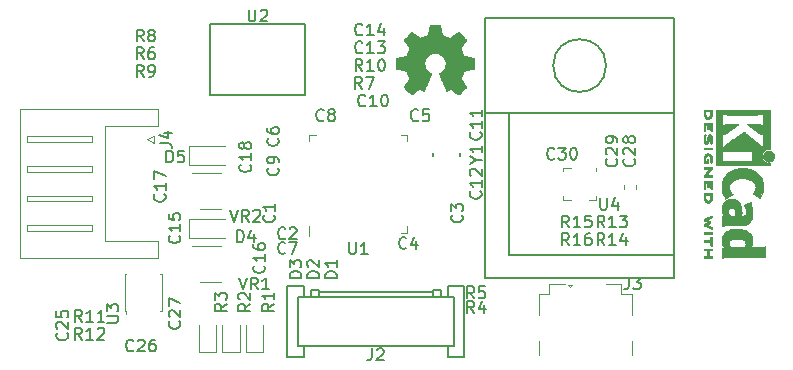
<source format=gto>
G04 #@! TF.GenerationSoftware,KiCad,Pcbnew,(5.0.2)-1*
G04 #@! TF.CreationDate,2019-10-12T14:48:09+09:00*
G04 #@! TF.ProjectId,Barometer,4261726f-6d65-4746-9572-2e6b69636164,rev?*
G04 #@! TF.SameCoordinates,Original*
G04 #@! TF.FileFunction,Legend,Top*
G04 #@! TF.FilePolarity,Positive*
%FSLAX46Y46*%
G04 Gerber Fmt 4.6, Leading zero omitted, Abs format (unit mm)*
G04 Created by KiCad (PCBNEW (5.0.2)-1) date 2019/10/12 14:48:09*
%MOMM*%
%LPD*%
G01*
G04 APERTURE LIST*
%ADD10C,0.200000*%
%ADD11C,0.120000*%
%ADD12C,0.150000*%
%ADD13C,0.010000*%
G04 APERTURE END LIST*
D10*
X161250000Y-96000000D02*
X175250000Y-96000000D01*
X161250000Y-84000000D02*
X161250000Y-96000000D01*
X167250000Y-84000000D02*
X159250000Y-84000000D01*
X167250000Y-84000000D02*
X175250000Y-84000000D01*
X169486068Y-80000000D02*
G75*
G03X169486068Y-80000000I-2236068J0D01*
G01*
X159250000Y-76000000D02*
X167500000Y-76000000D01*
X159250000Y-98000000D02*
X159250000Y-76000000D01*
X175250000Y-98000000D02*
X159250000Y-98000000D01*
X175250000Y-76000000D02*
X175250000Y-98000000D01*
X167250000Y-76000000D02*
X175250000Y-76000000D01*
D11*
G04 #@! TO.C,U4*
X168610000Y-91060000D02*
X168610000Y-91360000D01*
X168610000Y-91360000D02*
X168010000Y-91360000D01*
X165890000Y-88940000D02*
X165890000Y-88640000D01*
X165890000Y-88640000D02*
X166490000Y-88640000D01*
X165890000Y-91060000D02*
X165890000Y-91360000D01*
X165890000Y-91360000D02*
X166490000Y-91360000D01*
X168610000Y-88940000D02*
X168610000Y-88640000D01*
G04 #@! TO.C,D1*
X139015000Y-101950000D02*
X139015000Y-104235000D01*
X139015000Y-104235000D02*
X140485000Y-104235000D01*
X140485000Y-104235000D02*
X140485000Y-101950000D01*
G04 #@! TO.C,D2*
X137015000Y-101950000D02*
X137015000Y-104235000D01*
X137015000Y-104235000D02*
X138485000Y-104235000D01*
X138485000Y-104235000D02*
X138485000Y-101950000D01*
G04 #@! TO.C,D3*
X136485000Y-104235000D02*
X136485000Y-101950000D01*
X135015000Y-104235000D02*
X136485000Y-104235000D01*
X135015000Y-101950000D02*
X135015000Y-104235000D01*
G04 #@! TO.C,D4*
X134200000Y-93000000D02*
X137250000Y-93000000D01*
X134200000Y-94600000D02*
X134200000Y-93000000D01*
X137250000Y-94600000D02*
X134200000Y-94600000D01*
G04 #@! TO.C,D5*
X137250000Y-88400000D02*
X134200000Y-88400000D01*
X134200000Y-88400000D02*
X134200000Y-86800000D01*
X134200000Y-86800000D02*
X137250000Y-86800000D01*
D12*
G04 #@! TO.C,J2*
X142500000Y-104700000D02*
X142500000Y-98700000D01*
X157500000Y-104700000D02*
X157000000Y-104700000D01*
X157500000Y-98700000D02*
X157500000Y-104700000D01*
X157000000Y-98700000D02*
X157500000Y-98700000D01*
X143400000Y-102000000D02*
X143400000Y-99600000D01*
X143400000Y-102000000D02*
X143400000Y-103700000D01*
X156600000Y-102000000D02*
X156600000Y-99600000D01*
X156600000Y-102000000D02*
X156600000Y-103700000D01*
X154100000Y-103700000D02*
X143400000Y-103700000D01*
X143400000Y-99600000D02*
X154100000Y-99600000D01*
X156100000Y-98700000D02*
X156100000Y-99600000D01*
X156100000Y-103700000D02*
X156100000Y-104700000D01*
X157000000Y-104700000D02*
X156100000Y-104700000D01*
X143900000Y-99600000D02*
X143900000Y-98700000D01*
X143900000Y-104700000D02*
X142500000Y-104700000D01*
X143900000Y-103700000D02*
X143900000Y-104700000D01*
X143900000Y-98700000D02*
X142500000Y-98700000D01*
X157000000Y-98700000D02*
X156100000Y-98700000D01*
X145200000Y-99000000D02*
X145200000Y-99600000D01*
X144500000Y-99000000D02*
X145200000Y-99000000D01*
X144500000Y-99600000D02*
X144500000Y-99000000D01*
X154800000Y-99000000D02*
X154800000Y-99600000D01*
X155500000Y-99000000D02*
X154800000Y-99000000D01*
X155500000Y-99600000D02*
X155500000Y-99000000D01*
X152300000Y-99200000D02*
X145200000Y-99200000D01*
X156600000Y-99600000D02*
X154100000Y-99600000D01*
X152300000Y-99200000D02*
X154800000Y-99200000D01*
X156600000Y-103700000D02*
X154100000Y-103700000D01*
D11*
G04 #@! TO.C,J3*
X163800000Y-101150000D02*
X163800000Y-99350000D01*
X163800000Y-99350000D02*
X164650000Y-99350000D01*
X171700000Y-101150000D02*
X171700000Y-99400000D01*
X171700000Y-99400000D02*
X171700000Y-99350000D01*
X171700000Y-99350000D02*
X170800000Y-99350000D01*
X163800000Y-103300000D02*
X163800000Y-104500000D01*
X166450000Y-98750000D02*
X166250000Y-98550000D01*
X166250000Y-98550000D02*
X166650000Y-98550000D01*
X166650000Y-98550000D02*
X166450000Y-98750000D01*
X171700000Y-103300000D02*
X171700000Y-104500000D01*
X164650000Y-99350000D02*
X164650000Y-98500000D01*
X164650000Y-98500000D02*
X166050000Y-98500000D01*
X170800000Y-99350000D02*
X170800000Y-98500000D01*
X170800000Y-98500000D02*
X169450000Y-98500000D01*
G04 #@! TO.C,J4*
X119840000Y-90000000D02*
X119840000Y-83690000D01*
X119840000Y-83690000D02*
X131560000Y-83690000D01*
X131560000Y-83690000D02*
X131560000Y-85110000D01*
X131560000Y-85110000D02*
X127060000Y-85110000D01*
X127060000Y-85110000D02*
X127060000Y-90000000D01*
X119840000Y-90000000D02*
X119840000Y-96310000D01*
X119840000Y-96310000D02*
X131560000Y-96310000D01*
X131560000Y-96310000D02*
X131560000Y-94890000D01*
X131560000Y-94890000D02*
X127060000Y-94890000D01*
X127060000Y-94890000D02*
X127060000Y-90000000D01*
X125950000Y-86000000D02*
X120450000Y-86000000D01*
X120450000Y-86000000D02*
X120450000Y-86500000D01*
X120450000Y-86500000D02*
X125950000Y-86500000D01*
X125950000Y-86500000D02*
X125950000Y-86000000D01*
X125950000Y-88500000D02*
X120450000Y-88500000D01*
X120450000Y-88500000D02*
X120450000Y-89000000D01*
X120450000Y-89000000D02*
X125950000Y-89000000D01*
X125950000Y-89000000D02*
X125950000Y-88500000D01*
X125950000Y-91000000D02*
X120450000Y-91000000D01*
X120450000Y-91000000D02*
X120450000Y-91500000D01*
X120450000Y-91500000D02*
X125950000Y-91500000D01*
X125950000Y-91500000D02*
X125950000Y-91000000D01*
X125950000Y-93500000D02*
X120450000Y-93500000D01*
X120450000Y-93500000D02*
X120450000Y-94000000D01*
X120450000Y-94000000D02*
X125950000Y-94000000D01*
X125950000Y-94000000D02*
X125950000Y-93500000D01*
X130650000Y-86250000D02*
X131250000Y-85950000D01*
X131250000Y-85950000D02*
X131250000Y-86550000D01*
X131250000Y-86550000D02*
X130650000Y-86250000D01*
G04 #@! TO.C,U1*
X144350000Y-86400000D02*
X144350000Y-85850000D01*
X144350000Y-85850000D02*
X144900000Y-85850000D01*
X152650000Y-86400000D02*
X152650000Y-85850000D01*
X152650000Y-85850000D02*
X152100000Y-85850000D01*
X152650000Y-93600000D02*
X152650000Y-94150000D01*
X152650000Y-94150000D02*
X152100000Y-94150000D01*
X144350000Y-93600000D02*
X144350000Y-94400000D01*
G04 #@! TO.C,U3*
X128890000Y-100760000D02*
X128890000Y-101020000D01*
X131860000Y-97640000D02*
X131710000Y-97640000D01*
X131860000Y-100760000D02*
X131860000Y-97640000D01*
X128740000Y-100760000D02*
X128740000Y-97640000D01*
X131860000Y-100760000D02*
X131710000Y-100760000D01*
X128740000Y-100760000D02*
X128890000Y-100760000D01*
X128740000Y-97640000D02*
X128890000Y-97640000D01*
G04 #@! TO.C,VR1*
X135120000Y-98360000D02*
X136880000Y-98360000D01*
X136880000Y-95290000D02*
X134450000Y-95290000D01*
G04 #@! TO.C,VR2*
X136880000Y-89090000D02*
X134450000Y-89090000D01*
X135120000Y-92160000D02*
X136880000Y-92160000D01*
D12*
G04 #@! TO.C,Y1*
X154850000Y-87375000D02*
X154850000Y-87625000D01*
X157150000Y-87375000D02*
X157150000Y-87625000D01*
D11*
G04 #@! TO.C,C28*
X170990000Y-90450279D02*
X170990000Y-90124721D01*
X172010000Y-90450279D02*
X172010000Y-90124721D01*
D12*
G04 #@! TO.C,U2*
X136000000Y-76500000D02*
X136000000Y-82500000D01*
X144000000Y-82500000D02*
X144000000Y-79500000D01*
X144000000Y-79500000D02*
X144000000Y-76500000D01*
X144000000Y-76500000D02*
X136000000Y-76500000D01*
X136000000Y-82500000D02*
X144000000Y-82500000D01*
D13*
G04 #@! TO.C,REF\002A\002A*
G36*
X155555814Y-76968931D02*
X155639635Y-77413555D01*
X155948920Y-77541053D01*
X156258206Y-77668551D01*
X156629246Y-77416246D01*
X156733157Y-77345996D01*
X156827087Y-77283272D01*
X156906652Y-77230938D01*
X156967470Y-77191857D01*
X157005157Y-77168893D01*
X157015421Y-77163942D01*
X157033910Y-77176676D01*
X157073420Y-77211882D01*
X157129522Y-77265062D01*
X157197787Y-77331718D01*
X157273786Y-77407354D01*
X157353092Y-77487472D01*
X157431275Y-77567574D01*
X157503907Y-77643164D01*
X157566559Y-77709745D01*
X157614803Y-77762818D01*
X157644210Y-77797887D01*
X157651241Y-77809623D01*
X157641123Y-77831260D01*
X157612759Y-77878662D01*
X157569129Y-77947193D01*
X157513218Y-78032215D01*
X157448006Y-78129093D01*
X157410219Y-78184350D01*
X157341343Y-78285248D01*
X157280140Y-78376299D01*
X157229578Y-78452970D01*
X157192628Y-78510728D01*
X157172258Y-78545043D01*
X157169197Y-78552254D01*
X157176136Y-78572748D01*
X157195051Y-78620513D01*
X157223087Y-78688832D01*
X157257391Y-78770989D01*
X157295109Y-78860270D01*
X157333387Y-78949958D01*
X157369370Y-79033338D01*
X157400206Y-79103694D01*
X157423039Y-79154310D01*
X157435017Y-79178471D01*
X157435724Y-79179422D01*
X157454531Y-79184036D01*
X157504618Y-79194328D01*
X157580793Y-79209287D01*
X157677865Y-79227901D01*
X157790643Y-79249159D01*
X157856442Y-79261418D01*
X157976950Y-79284362D01*
X158085797Y-79306195D01*
X158177476Y-79325722D01*
X158246481Y-79341748D01*
X158287304Y-79353079D01*
X158295511Y-79356674D01*
X158303548Y-79381006D01*
X158310033Y-79435959D01*
X158314970Y-79515108D01*
X158318364Y-79612026D01*
X158320218Y-79720287D01*
X158320538Y-79833465D01*
X158319327Y-79945135D01*
X158316590Y-80048868D01*
X158312331Y-80138241D01*
X158306555Y-80206826D01*
X158299267Y-80248197D01*
X158294895Y-80256810D01*
X158268764Y-80267133D01*
X158213393Y-80281892D01*
X158136107Y-80299352D01*
X158044230Y-80317780D01*
X158012158Y-80323741D01*
X157857524Y-80352066D01*
X157735375Y-80374876D01*
X157641673Y-80393080D01*
X157572384Y-80407583D01*
X157523471Y-80419292D01*
X157490897Y-80429115D01*
X157470628Y-80437956D01*
X157458626Y-80446724D01*
X157456947Y-80448457D01*
X157440184Y-80476371D01*
X157414614Y-80530695D01*
X157382788Y-80604777D01*
X157347260Y-80691965D01*
X157310583Y-80785608D01*
X157275311Y-80879052D01*
X157243996Y-80965647D01*
X157219193Y-81038740D01*
X157203454Y-81091678D01*
X157199332Y-81117811D01*
X157199676Y-81118726D01*
X157213641Y-81140086D01*
X157245322Y-81187084D01*
X157291391Y-81254827D01*
X157348518Y-81338423D01*
X157413373Y-81432982D01*
X157431843Y-81459854D01*
X157497699Y-81557275D01*
X157555650Y-81646163D01*
X157602538Y-81721412D01*
X157635207Y-81777920D01*
X157650500Y-81810581D01*
X157651241Y-81814593D01*
X157638392Y-81835684D01*
X157602888Y-81877464D01*
X157549293Y-81935445D01*
X157482171Y-82005135D01*
X157406087Y-82082045D01*
X157325604Y-82161683D01*
X157245287Y-82239561D01*
X157169699Y-82311186D01*
X157103405Y-82372070D01*
X157050969Y-82417721D01*
X157016955Y-82443650D01*
X157007545Y-82447883D01*
X156985643Y-82437912D01*
X156940800Y-82411020D01*
X156880321Y-82371736D01*
X156833789Y-82340117D01*
X156749475Y-82282098D01*
X156649626Y-82213784D01*
X156549473Y-82145579D01*
X156495627Y-82109075D01*
X156313371Y-81985800D01*
X156160381Y-82068520D01*
X156090682Y-82104759D01*
X156031414Y-82132926D01*
X155991311Y-82148991D01*
X155981103Y-82151226D01*
X155968829Y-82134722D01*
X155944613Y-82088082D01*
X155910263Y-82015609D01*
X155867588Y-81921606D01*
X155818394Y-81810374D01*
X155764490Y-81686215D01*
X155707684Y-81553432D01*
X155649782Y-81416327D01*
X155592593Y-81279202D01*
X155537924Y-81146358D01*
X155487584Y-81022098D01*
X155443380Y-80910725D01*
X155407119Y-80816539D01*
X155380609Y-80743844D01*
X155365658Y-80696941D01*
X155363254Y-80680833D01*
X155382311Y-80660286D01*
X155424036Y-80626933D01*
X155479706Y-80587702D01*
X155484378Y-80584599D01*
X155628264Y-80469423D01*
X155744283Y-80335053D01*
X155831430Y-80185784D01*
X155888699Y-80025913D01*
X155915086Y-79859737D01*
X155909585Y-79691552D01*
X155871190Y-79525655D01*
X155798895Y-79366342D01*
X155777626Y-79331487D01*
X155666996Y-79190737D01*
X155536302Y-79077714D01*
X155390064Y-78993003D01*
X155232808Y-78937194D01*
X155069057Y-78910874D01*
X154903333Y-78914630D01*
X154740162Y-78949050D01*
X154584065Y-79014723D01*
X154439567Y-79112235D01*
X154394869Y-79151813D01*
X154281112Y-79275703D01*
X154198218Y-79406124D01*
X154141356Y-79552315D01*
X154109687Y-79697088D01*
X154101869Y-79859860D01*
X154127938Y-80023440D01*
X154185245Y-80182298D01*
X154271144Y-80330906D01*
X154382986Y-80463735D01*
X154518123Y-80575256D01*
X154535883Y-80587011D01*
X154592150Y-80625508D01*
X154634923Y-80658863D01*
X154655372Y-80680160D01*
X154655669Y-80680833D01*
X154651279Y-80703871D01*
X154633876Y-80756157D01*
X154605268Y-80833390D01*
X154567265Y-80931268D01*
X154521674Y-81045491D01*
X154470303Y-81171758D01*
X154414962Y-81305767D01*
X154357458Y-81443218D01*
X154299601Y-81579808D01*
X154243198Y-81711237D01*
X154190058Y-81833205D01*
X154141990Y-81941409D01*
X154100801Y-82031549D01*
X154068301Y-82099323D01*
X154046297Y-82140430D01*
X154037436Y-82151226D01*
X154010360Y-82142819D01*
X153959697Y-82120272D01*
X153894183Y-82087613D01*
X153858159Y-82068520D01*
X153705168Y-81985800D01*
X153522912Y-82109075D01*
X153429875Y-82172228D01*
X153328015Y-82241727D01*
X153232562Y-82307165D01*
X153184750Y-82340117D01*
X153117505Y-82385273D01*
X153060564Y-82421057D01*
X153021354Y-82442938D01*
X153008619Y-82447563D01*
X152990083Y-82435085D01*
X152949059Y-82400252D01*
X152889525Y-82346678D01*
X152815458Y-82277983D01*
X152730835Y-82197781D01*
X152677315Y-82146286D01*
X152583681Y-82054286D01*
X152502759Y-81971999D01*
X152437823Y-81902945D01*
X152392142Y-81850644D01*
X152368989Y-81818616D01*
X152366768Y-81812116D01*
X152377076Y-81787394D01*
X152405561Y-81737405D01*
X152449063Y-81667212D01*
X152504423Y-81581875D01*
X152568480Y-81486456D01*
X152586697Y-81459854D01*
X152653073Y-81363167D01*
X152712622Y-81276117D01*
X152762016Y-81203595D01*
X152797925Y-81150493D01*
X152817019Y-81121703D01*
X152818864Y-81118726D01*
X152816105Y-81095782D01*
X152801462Y-81045336D01*
X152777487Y-80974041D01*
X152746734Y-80888547D01*
X152711756Y-80795507D01*
X152675107Y-80701574D01*
X152639339Y-80613399D01*
X152607006Y-80537634D01*
X152580662Y-80480931D01*
X152562858Y-80449943D01*
X152561593Y-80448457D01*
X152550706Y-80439601D01*
X152532318Y-80430843D01*
X152502394Y-80421277D01*
X152456897Y-80409996D01*
X152391791Y-80396093D01*
X152303039Y-80378663D01*
X152186607Y-80356798D01*
X152038458Y-80329591D01*
X152006382Y-80323741D01*
X151911314Y-80305374D01*
X151828435Y-80287405D01*
X151765070Y-80271569D01*
X151728542Y-80259600D01*
X151723644Y-80256810D01*
X151715573Y-80232072D01*
X151709013Y-80176790D01*
X151703967Y-80097389D01*
X151700441Y-80000296D01*
X151698439Y-79891938D01*
X151697964Y-79778740D01*
X151699023Y-79667128D01*
X151701618Y-79563529D01*
X151705754Y-79474368D01*
X151711437Y-79406072D01*
X151718669Y-79365066D01*
X151723029Y-79356674D01*
X151747302Y-79348208D01*
X151802574Y-79334435D01*
X151883338Y-79316550D01*
X151984088Y-79295748D01*
X152099317Y-79273223D01*
X152162098Y-79261418D01*
X152281213Y-79239151D01*
X152387435Y-79218979D01*
X152475573Y-79201915D01*
X152540434Y-79188969D01*
X152576826Y-79181155D01*
X152582816Y-79179422D01*
X152592939Y-79159890D01*
X152614338Y-79112843D01*
X152644161Y-79045003D01*
X152679555Y-78963091D01*
X152717668Y-78873828D01*
X152755647Y-78783935D01*
X152790640Y-78700135D01*
X152819794Y-78629147D01*
X152840257Y-78577694D01*
X152849177Y-78552497D01*
X152849343Y-78551396D01*
X152839231Y-78531519D01*
X152810883Y-78485777D01*
X152767277Y-78418717D01*
X152711394Y-78334884D01*
X152646213Y-78238826D01*
X152608321Y-78183650D01*
X152539275Y-78082481D01*
X152477950Y-77990630D01*
X152427337Y-77912744D01*
X152390429Y-77853469D01*
X152370218Y-77817451D01*
X152367299Y-77809377D01*
X152379847Y-77790584D01*
X152414537Y-77750457D01*
X152466937Y-77693493D01*
X152532616Y-77624185D01*
X152607144Y-77547031D01*
X152686087Y-77466525D01*
X152765017Y-77387163D01*
X152839500Y-77313440D01*
X152905106Y-77249852D01*
X152957404Y-77200894D01*
X152991961Y-77171061D01*
X153003522Y-77163942D01*
X153022346Y-77173953D01*
X153067369Y-77202078D01*
X153134213Y-77245454D01*
X153218501Y-77301218D01*
X153315856Y-77366506D01*
X153389293Y-77416246D01*
X153760333Y-77668551D01*
X154378905Y-77413555D01*
X154462725Y-76968931D01*
X154546546Y-76524307D01*
X155471994Y-76524307D01*
X155555814Y-76968931D01*
X155555814Y-76968931D01*
G37*
X155555814Y-76968931D02*
X155639635Y-77413555D01*
X155948920Y-77541053D01*
X156258206Y-77668551D01*
X156629246Y-77416246D01*
X156733157Y-77345996D01*
X156827087Y-77283272D01*
X156906652Y-77230938D01*
X156967470Y-77191857D01*
X157005157Y-77168893D01*
X157015421Y-77163942D01*
X157033910Y-77176676D01*
X157073420Y-77211882D01*
X157129522Y-77265062D01*
X157197787Y-77331718D01*
X157273786Y-77407354D01*
X157353092Y-77487472D01*
X157431275Y-77567574D01*
X157503907Y-77643164D01*
X157566559Y-77709745D01*
X157614803Y-77762818D01*
X157644210Y-77797887D01*
X157651241Y-77809623D01*
X157641123Y-77831260D01*
X157612759Y-77878662D01*
X157569129Y-77947193D01*
X157513218Y-78032215D01*
X157448006Y-78129093D01*
X157410219Y-78184350D01*
X157341343Y-78285248D01*
X157280140Y-78376299D01*
X157229578Y-78452970D01*
X157192628Y-78510728D01*
X157172258Y-78545043D01*
X157169197Y-78552254D01*
X157176136Y-78572748D01*
X157195051Y-78620513D01*
X157223087Y-78688832D01*
X157257391Y-78770989D01*
X157295109Y-78860270D01*
X157333387Y-78949958D01*
X157369370Y-79033338D01*
X157400206Y-79103694D01*
X157423039Y-79154310D01*
X157435017Y-79178471D01*
X157435724Y-79179422D01*
X157454531Y-79184036D01*
X157504618Y-79194328D01*
X157580793Y-79209287D01*
X157677865Y-79227901D01*
X157790643Y-79249159D01*
X157856442Y-79261418D01*
X157976950Y-79284362D01*
X158085797Y-79306195D01*
X158177476Y-79325722D01*
X158246481Y-79341748D01*
X158287304Y-79353079D01*
X158295511Y-79356674D01*
X158303548Y-79381006D01*
X158310033Y-79435959D01*
X158314970Y-79515108D01*
X158318364Y-79612026D01*
X158320218Y-79720287D01*
X158320538Y-79833465D01*
X158319327Y-79945135D01*
X158316590Y-80048868D01*
X158312331Y-80138241D01*
X158306555Y-80206826D01*
X158299267Y-80248197D01*
X158294895Y-80256810D01*
X158268764Y-80267133D01*
X158213393Y-80281892D01*
X158136107Y-80299352D01*
X158044230Y-80317780D01*
X158012158Y-80323741D01*
X157857524Y-80352066D01*
X157735375Y-80374876D01*
X157641673Y-80393080D01*
X157572384Y-80407583D01*
X157523471Y-80419292D01*
X157490897Y-80429115D01*
X157470628Y-80437956D01*
X157458626Y-80446724D01*
X157456947Y-80448457D01*
X157440184Y-80476371D01*
X157414614Y-80530695D01*
X157382788Y-80604777D01*
X157347260Y-80691965D01*
X157310583Y-80785608D01*
X157275311Y-80879052D01*
X157243996Y-80965647D01*
X157219193Y-81038740D01*
X157203454Y-81091678D01*
X157199332Y-81117811D01*
X157199676Y-81118726D01*
X157213641Y-81140086D01*
X157245322Y-81187084D01*
X157291391Y-81254827D01*
X157348518Y-81338423D01*
X157413373Y-81432982D01*
X157431843Y-81459854D01*
X157497699Y-81557275D01*
X157555650Y-81646163D01*
X157602538Y-81721412D01*
X157635207Y-81777920D01*
X157650500Y-81810581D01*
X157651241Y-81814593D01*
X157638392Y-81835684D01*
X157602888Y-81877464D01*
X157549293Y-81935445D01*
X157482171Y-82005135D01*
X157406087Y-82082045D01*
X157325604Y-82161683D01*
X157245287Y-82239561D01*
X157169699Y-82311186D01*
X157103405Y-82372070D01*
X157050969Y-82417721D01*
X157016955Y-82443650D01*
X157007545Y-82447883D01*
X156985643Y-82437912D01*
X156940800Y-82411020D01*
X156880321Y-82371736D01*
X156833789Y-82340117D01*
X156749475Y-82282098D01*
X156649626Y-82213784D01*
X156549473Y-82145579D01*
X156495627Y-82109075D01*
X156313371Y-81985800D01*
X156160381Y-82068520D01*
X156090682Y-82104759D01*
X156031414Y-82132926D01*
X155991311Y-82148991D01*
X155981103Y-82151226D01*
X155968829Y-82134722D01*
X155944613Y-82088082D01*
X155910263Y-82015609D01*
X155867588Y-81921606D01*
X155818394Y-81810374D01*
X155764490Y-81686215D01*
X155707684Y-81553432D01*
X155649782Y-81416327D01*
X155592593Y-81279202D01*
X155537924Y-81146358D01*
X155487584Y-81022098D01*
X155443380Y-80910725D01*
X155407119Y-80816539D01*
X155380609Y-80743844D01*
X155365658Y-80696941D01*
X155363254Y-80680833D01*
X155382311Y-80660286D01*
X155424036Y-80626933D01*
X155479706Y-80587702D01*
X155484378Y-80584599D01*
X155628264Y-80469423D01*
X155744283Y-80335053D01*
X155831430Y-80185784D01*
X155888699Y-80025913D01*
X155915086Y-79859737D01*
X155909585Y-79691552D01*
X155871190Y-79525655D01*
X155798895Y-79366342D01*
X155777626Y-79331487D01*
X155666996Y-79190737D01*
X155536302Y-79077714D01*
X155390064Y-78993003D01*
X155232808Y-78937194D01*
X155069057Y-78910874D01*
X154903333Y-78914630D01*
X154740162Y-78949050D01*
X154584065Y-79014723D01*
X154439567Y-79112235D01*
X154394869Y-79151813D01*
X154281112Y-79275703D01*
X154198218Y-79406124D01*
X154141356Y-79552315D01*
X154109687Y-79697088D01*
X154101869Y-79859860D01*
X154127938Y-80023440D01*
X154185245Y-80182298D01*
X154271144Y-80330906D01*
X154382986Y-80463735D01*
X154518123Y-80575256D01*
X154535883Y-80587011D01*
X154592150Y-80625508D01*
X154634923Y-80658863D01*
X154655372Y-80680160D01*
X154655669Y-80680833D01*
X154651279Y-80703871D01*
X154633876Y-80756157D01*
X154605268Y-80833390D01*
X154567265Y-80931268D01*
X154521674Y-81045491D01*
X154470303Y-81171758D01*
X154414962Y-81305767D01*
X154357458Y-81443218D01*
X154299601Y-81579808D01*
X154243198Y-81711237D01*
X154190058Y-81833205D01*
X154141990Y-81941409D01*
X154100801Y-82031549D01*
X154068301Y-82099323D01*
X154046297Y-82140430D01*
X154037436Y-82151226D01*
X154010360Y-82142819D01*
X153959697Y-82120272D01*
X153894183Y-82087613D01*
X153858159Y-82068520D01*
X153705168Y-81985800D01*
X153522912Y-82109075D01*
X153429875Y-82172228D01*
X153328015Y-82241727D01*
X153232562Y-82307165D01*
X153184750Y-82340117D01*
X153117505Y-82385273D01*
X153060564Y-82421057D01*
X153021354Y-82442938D01*
X153008619Y-82447563D01*
X152990083Y-82435085D01*
X152949059Y-82400252D01*
X152889525Y-82346678D01*
X152815458Y-82277983D01*
X152730835Y-82197781D01*
X152677315Y-82146286D01*
X152583681Y-82054286D01*
X152502759Y-81971999D01*
X152437823Y-81902945D01*
X152392142Y-81850644D01*
X152368989Y-81818616D01*
X152366768Y-81812116D01*
X152377076Y-81787394D01*
X152405561Y-81737405D01*
X152449063Y-81667212D01*
X152504423Y-81581875D01*
X152568480Y-81486456D01*
X152586697Y-81459854D01*
X152653073Y-81363167D01*
X152712622Y-81276117D01*
X152762016Y-81203595D01*
X152797925Y-81150493D01*
X152817019Y-81121703D01*
X152818864Y-81118726D01*
X152816105Y-81095782D01*
X152801462Y-81045336D01*
X152777487Y-80974041D01*
X152746734Y-80888547D01*
X152711756Y-80795507D01*
X152675107Y-80701574D01*
X152639339Y-80613399D01*
X152607006Y-80537634D01*
X152580662Y-80480931D01*
X152562858Y-80449943D01*
X152561593Y-80448457D01*
X152550706Y-80439601D01*
X152532318Y-80430843D01*
X152502394Y-80421277D01*
X152456897Y-80409996D01*
X152391791Y-80396093D01*
X152303039Y-80378663D01*
X152186607Y-80356798D01*
X152038458Y-80329591D01*
X152006382Y-80323741D01*
X151911314Y-80305374D01*
X151828435Y-80287405D01*
X151765070Y-80271569D01*
X151728542Y-80259600D01*
X151723644Y-80256810D01*
X151715573Y-80232072D01*
X151709013Y-80176790D01*
X151703967Y-80097389D01*
X151700441Y-80000296D01*
X151698439Y-79891938D01*
X151697964Y-79778740D01*
X151699023Y-79667128D01*
X151701618Y-79563529D01*
X151705754Y-79474368D01*
X151711437Y-79406072D01*
X151718669Y-79365066D01*
X151723029Y-79356674D01*
X151747302Y-79348208D01*
X151802574Y-79334435D01*
X151883338Y-79316550D01*
X151984088Y-79295748D01*
X152099317Y-79273223D01*
X152162098Y-79261418D01*
X152281213Y-79239151D01*
X152387435Y-79218979D01*
X152475573Y-79201915D01*
X152540434Y-79188969D01*
X152576826Y-79181155D01*
X152582816Y-79179422D01*
X152592939Y-79159890D01*
X152614338Y-79112843D01*
X152644161Y-79045003D01*
X152679555Y-78963091D01*
X152717668Y-78873828D01*
X152755647Y-78783935D01*
X152790640Y-78700135D01*
X152819794Y-78629147D01*
X152840257Y-78577694D01*
X152849177Y-78552497D01*
X152849343Y-78551396D01*
X152839231Y-78531519D01*
X152810883Y-78485777D01*
X152767277Y-78418717D01*
X152711394Y-78334884D01*
X152646213Y-78238826D01*
X152608321Y-78183650D01*
X152539275Y-78082481D01*
X152477950Y-77990630D01*
X152427337Y-77912744D01*
X152390429Y-77853469D01*
X152370218Y-77817451D01*
X152367299Y-77809377D01*
X152379847Y-77790584D01*
X152414537Y-77750457D01*
X152466937Y-77693493D01*
X152532616Y-77624185D01*
X152607144Y-77547031D01*
X152686087Y-77466525D01*
X152765017Y-77387163D01*
X152839500Y-77313440D01*
X152905106Y-77249852D01*
X152957404Y-77200894D01*
X152991961Y-77171061D01*
X153003522Y-77163942D01*
X153022346Y-77173953D01*
X153067369Y-77202078D01*
X153134213Y-77245454D01*
X153218501Y-77301218D01*
X153315856Y-77366506D01*
X153389293Y-77416246D01*
X153760333Y-77668551D01*
X154378905Y-77413555D01*
X154462725Y-76968931D01*
X154546546Y-76524307D01*
X155471994Y-76524307D01*
X155555814Y-76968931D01*
G36*
X178475467Y-96228823D02*
X178453224Y-96260202D01*
X178425515Y-96287911D01*
X178116080Y-96287911D01*
X178024201Y-96287838D01*
X177952160Y-96287495D01*
X177897220Y-96286692D01*
X177856640Y-96285241D01*
X177827683Y-96282952D01*
X177807609Y-96279636D01*
X177793679Y-96275105D01*
X177783155Y-96269169D01*
X177776900Y-96264514D01*
X177752327Y-96233783D01*
X177749659Y-96198496D01*
X177764729Y-96166245D01*
X177773626Y-96155588D01*
X177785443Y-96148464D01*
X177804474Y-96144167D01*
X177835008Y-96141991D01*
X177881338Y-96141228D01*
X177917129Y-96141155D01*
X178051955Y-96141155D01*
X178051955Y-95644444D01*
X177929300Y-95644444D01*
X177873213Y-95643931D01*
X177834667Y-95641876D01*
X177808639Y-95637508D01*
X177790103Y-95630056D01*
X177776900Y-95621047D01*
X177752396Y-95590144D01*
X177749494Y-95555196D01*
X177766911Y-95521738D01*
X177776041Y-95512604D01*
X177788145Y-95506152D01*
X177806999Y-95501897D01*
X177836380Y-95499352D01*
X177880063Y-95498029D01*
X177941825Y-95497443D01*
X177956000Y-95497375D01*
X178072369Y-95496891D01*
X178168273Y-95496641D01*
X178245823Y-95496723D01*
X178307131Y-95497231D01*
X178354310Y-95498262D01*
X178389470Y-95499913D01*
X178414724Y-95502279D01*
X178432183Y-95505457D01*
X178443959Y-95509544D01*
X178452165Y-95514634D01*
X178458355Y-95520266D01*
X178478156Y-95552128D01*
X178475467Y-95585357D01*
X178453224Y-95616735D01*
X178438874Y-95629433D01*
X178423022Y-95637526D01*
X178400446Y-95642042D01*
X178365922Y-95644006D01*
X178314224Y-95644444D01*
X178198711Y-95644444D01*
X178198711Y-96141155D01*
X178317244Y-96141155D01*
X178371852Y-96141662D01*
X178408725Y-96143698D01*
X178432693Y-96148035D01*
X178448585Y-96155447D01*
X178458355Y-96163733D01*
X178478156Y-96195594D01*
X178475467Y-96228823D01*
X178475467Y-96228823D01*
G37*
X178475467Y-96228823D02*
X178453224Y-96260202D01*
X178425515Y-96287911D01*
X178116080Y-96287911D01*
X178024201Y-96287838D01*
X177952160Y-96287495D01*
X177897220Y-96286692D01*
X177856640Y-96285241D01*
X177827683Y-96282952D01*
X177807609Y-96279636D01*
X177793679Y-96275105D01*
X177783155Y-96269169D01*
X177776900Y-96264514D01*
X177752327Y-96233783D01*
X177749659Y-96198496D01*
X177764729Y-96166245D01*
X177773626Y-96155588D01*
X177785443Y-96148464D01*
X177804474Y-96144167D01*
X177835008Y-96141991D01*
X177881338Y-96141228D01*
X177917129Y-96141155D01*
X178051955Y-96141155D01*
X178051955Y-95644444D01*
X177929300Y-95644444D01*
X177873213Y-95643931D01*
X177834667Y-95641876D01*
X177808639Y-95637508D01*
X177790103Y-95630056D01*
X177776900Y-95621047D01*
X177752396Y-95590144D01*
X177749494Y-95555196D01*
X177766911Y-95521738D01*
X177776041Y-95512604D01*
X177788145Y-95506152D01*
X177806999Y-95501897D01*
X177836380Y-95499352D01*
X177880063Y-95498029D01*
X177941825Y-95497443D01*
X177956000Y-95497375D01*
X178072369Y-95496891D01*
X178168273Y-95496641D01*
X178245823Y-95496723D01*
X178307131Y-95497231D01*
X178354310Y-95498262D01*
X178389470Y-95499913D01*
X178414724Y-95502279D01*
X178432183Y-95505457D01*
X178443959Y-95509544D01*
X178452165Y-95514634D01*
X178458355Y-95520266D01*
X178478156Y-95552128D01*
X178475467Y-95585357D01*
X178453224Y-95616735D01*
X178438874Y-95629433D01*
X178423022Y-95637526D01*
X178400446Y-95642042D01*
X178365922Y-95644006D01*
X178314224Y-95644444D01*
X178198711Y-95644444D01*
X178198711Y-96141155D01*
X178317244Y-96141155D01*
X178371852Y-96141662D01*
X178408725Y-96143698D01*
X178432693Y-96148035D01*
X178448585Y-96155447D01*
X178458355Y-96163733D01*
X178478156Y-96195594D01*
X178475467Y-96228823D01*
G36*
X178480837Y-94963065D02*
X178480458Y-95041772D01*
X178479667Y-95102863D01*
X178478330Y-95148817D01*
X178476317Y-95182114D01*
X178473494Y-95205236D01*
X178469731Y-95220662D01*
X178464895Y-95230871D01*
X178461178Y-95235813D01*
X178428642Y-95261457D01*
X178394862Y-95264559D01*
X178364174Y-95248711D01*
X178351911Y-95238348D01*
X178343550Y-95227196D01*
X178338343Y-95211035D01*
X178335543Y-95185642D01*
X178334404Y-95146798D01*
X178334179Y-95090280D01*
X178334178Y-95079180D01*
X178334178Y-94933244D01*
X178063244Y-94933244D01*
X177977846Y-94933148D01*
X177912136Y-94932711D01*
X177863226Y-94931712D01*
X177828227Y-94929928D01*
X177804251Y-94927137D01*
X177788407Y-94923117D01*
X177777809Y-94917645D01*
X177769733Y-94910666D01*
X177749888Y-94877734D01*
X177751452Y-94843354D01*
X177774094Y-94812176D01*
X177776900Y-94809886D01*
X177787508Y-94802429D01*
X177799919Y-94796747D01*
X177817150Y-94792601D01*
X177842216Y-94789750D01*
X177878133Y-94787954D01*
X177927917Y-94786972D01*
X177994583Y-94786564D01*
X178070411Y-94786489D01*
X178334178Y-94786489D01*
X178334178Y-94647127D01*
X178334582Y-94587322D01*
X178336160Y-94545918D01*
X178339453Y-94518748D01*
X178345008Y-94501646D01*
X178353369Y-94490443D01*
X178354822Y-94489083D01*
X178388061Y-94472725D01*
X178425638Y-94474172D01*
X178458355Y-94492978D01*
X178464702Y-94500250D01*
X178469734Y-94509627D01*
X178473604Y-94523609D01*
X178476463Y-94544696D01*
X178478465Y-94575389D01*
X178479761Y-94618189D01*
X178480502Y-94675595D01*
X178480842Y-94750110D01*
X178480932Y-94844233D01*
X178480933Y-94864260D01*
X178480837Y-94963065D01*
X178480837Y-94963065D01*
G37*
X178480837Y-94963065D02*
X178480458Y-95041772D01*
X178479667Y-95102863D01*
X178478330Y-95148817D01*
X178476317Y-95182114D01*
X178473494Y-95205236D01*
X178469731Y-95220662D01*
X178464895Y-95230871D01*
X178461178Y-95235813D01*
X178428642Y-95261457D01*
X178394862Y-95264559D01*
X178364174Y-95248711D01*
X178351911Y-95238348D01*
X178343550Y-95227196D01*
X178338343Y-95211035D01*
X178335543Y-95185642D01*
X178334404Y-95146798D01*
X178334179Y-95090280D01*
X178334178Y-95079180D01*
X178334178Y-94933244D01*
X178063244Y-94933244D01*
X177977846Y-94933148D01*
X177912136Y-94932711D01*
X177863226Y-94931712D01*
X177828227Y-94929928D01*
X177804251Y-94927137D01*
X177788407Y-94923117D01*
X177777809Y-94917645D01*
X177769733Y-94910666D01*
X177749888Y-94877734D01*
X177751452Y-94843354D01*
X177774094Y-94812176D01*
X177776900Y-94809886D01*
X177787508Y-94802429D01*
X177799919Y-94796747D01*
X177817150Y-94792601D01*
X177842216Y-94789750D01*
X177878133Y-94787954D01*
X177927917Y-94786972D01*
X177994583Y-94786564D01*
X178070411Y-94786489D01*
X178334178Y-94786489D01*
X178334178Y-94647127D01*
X178334582Y-94587322D01*
X178336160Y-94545918D01*
X178339453Y-94518748D01*
X178345008Y-94501646D01*
X178353369Y-94490443D01*
X178354822Y-94489083D01*
X178388061Y-94472725D01*
X178425638Y-94474172D01*
X178458355Y-94492978D01*
X178464702Y-94500250D01*
X178469734Y-94509627D01*
X178473604Y-94523609D01*
X178476463Y-94544696D01*
X178478465Y-94575389D01*
X178479761Y-94618189D01*
X178480502Y-94675595D01*
X178480842Y-94750110D01*
X178480932Y-94844233D01*
X178480933Y-94864260D01*
X178480837Y-94963065D01*
G36*
X178474123Y-94188614D02*
X178459353Y-94212327D01*
X178437773Y-94238978D01*
X178116227Y-94238978D01*
X178022170Y-94238893D01*
X177948068Y-94238529D01*
X177891296Y-94237724D01*
X177849232Y-94236313D01*
X177819252Y-94234133D01*
X177798733Y-94231021D01*
X177785051Y-94226814D01*
X177775584Y-94221348D01*
X177770918Y-94217472D01*
X177750425Y-94186034D01*
X177751261Y-94150233D01*
X177768736Y-94118873D01*
X177790316Y-94092222D01*
X178437773Y-94092222D01*
X178459353Y-94118873D01*
X178475051Y-94144594D01*
X178480933Y-94165600D01*
X178474123Y-94188614D01*
X178474123Y-94188614D01*
G37*
X178474123Y-94188614D02*
X178459353Y-94212327D01*
X178437773Y-94238978D01*
X178116227Y-94238978D01*
X178022170Y-94238893D01*
X177948068Y-94238529D01*
X177891296Y-94237724D01*
X177849232Y-94236313D01*
X177819252Y-94234133D01*
X177798733Y-94231021D01*
X177785051Y-94226814D01*
X177775584Y-94221348D01*
X177770918Y-94217472D01*
X177750425Y-94186034D01*
X177751261Y-94150233D01*
X177768736Y-94118873D01*
X177790316Y-94092222D01*
X178437773Y-94092222D01*
X178459353Y-94118873D01*
X178475051Y-94144594D01*
X178480933Y-94165600D01*
X178474123Y-94188614D01*
G36*
X178478966Y-93744665D02*
X178471965Y-93764255D01*
X178471623Y-93765010D01*
X178451322Y-93791613D01*
X178430439Y-93806270D01*
X178420648Y-93809138D01*
X178407639Y-93808996D01*
X178389105Y-93804961D01*
X178362743Y-93796146D01*
X178326248Y-93781669D01*
X178277313Y-93760645D01*
X178213635Y-93732188D01*
X178132907Y-93695415D01*
X178088784Y-93675175D01*
X178010015Y-93638625D01*
X177937577Y-93604315D01*
X177874120Y-93573552D01*
X177822292Y-93547648D01*
X177784741Y-93527910D01*
X177764116Y-93515650D01*
X177761267Y-93513224D01*
X177748698Y-93482183D01*
X177750381Y-93447121D01*
X177765668Y-93419000D01*
X177766911Y-93417854D01*
X177783846Y-93406668D01*
X177816830Y-93387904D01*
X177861620Y-93363875D01*
X177913968Y-93336897D01*
X177933258Y-93327201D01*
X178079850Y-93254014D01*
X177920607Y-93174240D01*
X177865585Y-93145767D01*
X177817868Y-93119350D01*
X177781107Y-93097148D01*
X177758956Y-93081319D01*
X177754259Y-93075954D01*
X177747898Y-93034257D01*
X177761267Y-92999849D01*
X177775554Y-92989728D01*
X177807308Y-92972214D01*
X177853403Y-92948735D01*
X177910715Y-92920720D01*
X177976120Y-92889599D01*
X178046493Y-92856799D01*
X178118709Y-92823750D01*
X178189645Y-92791881D01*
X178256175Y-92762619D01*
X178315174Y-92737395D01*
X178363519Y-92717636D01*
X178398085Y-92704772D01*
X178415747Y-92700231D01*
X178416387Y-92700277D01*
X178438612Y-92711326D01*
X178461247Y-92733410D01*
X178462232Y-92734710D01*
X178477575Y-92761853D01*
X178477426Y-92786958D01*
X178474534Y-92796368D01*
X178468282Y-92807834D01*
X178455986Y-92820010D01*
X178435092Y-92834357D01*
X178403051Y-92852336D01*
X178357312Y-92875407D01*
X178295323Y-92905030D01*
X178238102Y-92931745D01*
X178171774Y-92962480D01*
X178112126Y-92990021D01*
X178062275Y-93012938D01*
X178025336Y-93029798D01*
X178004427Y-93039173D01*
X178001155Y-93040540D01*
X178006503Y-93046689D01*
X178028891Y-93060822D01*
X178065054Y-93081057D01*
X178111723Y-93105515D01*
X178130978Y-93115248D01*
X178195996Y-93148217D01*
X178243346Y-93173643D01*
X178275781Y-93193612D01*
X178296054Y-93210210D01*
X178306918Y-93225524D01*
X178311125Y-93241640D01*
X178311600Y-93252143D01*
X178309958Y-93270670D01*
X178303169Y-93286904D01*
X178288434Y-93303035D01*
X178262956Y-93321251D01*
X178223939Y-93343739D01*
X178168586Y-93372689D01*
X178137097Y-93388662D01*
X178086913Y-93414570D01*
X178045296Y-93437167D01*
X178015758Y-93454458D01*
X178001811Y-93464450D01*
X178001230Y-93465809D01*
X178012207Y-93472261D01*
X178040710Y-93486708D01*
X178083756Y-93507703D01*
X178138362Y-93533797D01*
X178201546Y-93563546D01*
X178232929Y-93578180D01*
X178313922Y-93616250D01*
X178376244Y-93646905D01*
X178421929Y-93671737D01*
X178453011Y-93692337D01*
X178471522Y-93710298D01*
X178479496Y-93727210D01*
X178478966Y-93744665D01*
X178478966Y-93744665D01*
G37*
X178478966Y-93744665D02*
X178471965Y-93764255D01*
X178471623Y-93765010D01*
X178451322Y-93791613D01*
X178430439Y-93806270D01*
X178420648Y-93809138D01*
X178407639Y-93808996D01*
X178389105Y-93804961D01*
X178362743Y-93796146D01*
X178326248Y-93781669D01*
X178277313Y-93760645D01*
X178213635Y-93732188D01*
X178132907Y-93695415D01*
X178088784Y-93675175D01*
X178010015Y-93638625D01*
X177937577Y-93604315D01*
X177874120Y-93573552D01*
X177822292Y-93547648D01*
X177784741Y-93527910D01*
X177764116Y-93515650D01*
X177761267Y-93513224D01*
X177748698Y-93482183D01*
X177750381Y-93447121D01*
X177765668Y-93419000D01*
X177766911Y-93417854D01*
X177783846Y-93406668D01*
X177816830Y-93387904D01*
X177861620Y-93363875D01*
X177913968Y-93336897D01*
X177933258Y-93327201D01*
X178079850Y-93254014D01*
X177920607Y-93174240D01*
X177865585Y-93145767D01*
X177817868Y-93119350D01*
X177781107Y-93097148D01*
X177758956Y-93081319D01*
X177754259Y-93075954D01*
X177747898Y-93034257D01*
X177761267Y-92999849D01*
X177775554Y-92989728D01*
X177807308Y-92972214D01*
X177853403Y-92948735D01*
X177910715Y-92920720D01*
X177976120Y-92889599D01*
X178046493Y-92856799D01*
X178118709Y-92823750D01*
X178189645Y-92791881D01*
X178256175Y-92762619D01*
X178315174Y-92737395D01*
X178363519Y-92717636D01*
X178398085Y-92704772D01*
X178415747Y-92700231D01*
X178416387Y-92700277D01*
X178438612Y-92711326D01*
X178461247Y-92733410D01*
X178462232Y-92734710D01*
X178477575Y-92761853D01*
X178477426Y-92786958D01*
X178474534Y-92796368D01*
X178468282Y-92807834D01*
X178455986Y-92820010D01*
X178435092Y-92834357D01*
X178403051Y-92852336D01*
X178357312Y-92875407D01*
X178295323Y-92905030D01*
X178238102Y-92931745D01*
X178171774Y-92962480D01*
X178112126Y-92990021D01*
X178062275Y-93012938D01*
X178025336Y-93029798D01*
X178004427Y-93039173D01*
X178001155Y-93040540D01*
X178006503Y-93046689D01*
X178028891Y-93060822D01*
X178065054Y-93081057D01*
X178111723Y-93105515D01*
X178130978Y-93115248D01*
X178195996Y-93148217D01*
X178243346Y-93173643D01*
X178275781Y-93193612D01*
X178296054Y-93210210D01*
X178306918Y-93225524D01*
X178311125Y-93241640D01*
X178311600Y-93252143D01*
X178309958Y-93270670D01*
X178303169Y-93286904D01*
X178288434Y-93303035D01*
X178262956Y-93321251D01*
X178223939Y-93343739D01*
X178168586Y-93372689D01*
X178137097Y-93388662D01*
X178086913Y-93414570D01*
X178045296Y-93437167D01*
X178015758Y-93454458D01*
X178001811Y-93464450D01*
X178001230Y-93465809D01*
X178012207Y-93472261D01*
X178040710Y-93486708D01*
X178083756Y-93507703D01*
X178138362Y-93533797D01*
X178201546Y-93563546D01*
X178232929Y-93578180D01*
X178313922Y-93616250D01*
X178376244Y-93646905D01*
X178421929Y-93671737D01*
X178453011Y-93692337D01*
X178471522Y-93710298D01*
X178479496Y-93727210D01*
X178478966Y-93744665D01*
G36*
X178480725Y-91018309D02*
X178476364Y-91147288D01*
X178463139Y-91256991D01*
X178440259Y-91349226D01*
X178406930Y-91425802D01*
X178362362Y-91488527D01*
X178305764Y-91539212D01*
X178236342Y-91579663D01*
X178234649Y-91580459D01*
X178172517Y-91604601D01*
X178117491Y-91613203D01*
X178062113Y-91606231D01*
X177998927Y-91583654D01*
X177989311Y-91579372D01*
X177933034Y-91550172D01*
X177889549Y-91517356D01*
X177852583Y-91475002D01*
X177815865Y-91417190D01*
X177813948Y-91413831D01*
X177789773Y-91363504D01*
X177771718Y-91306621D01*
X177759161Y-91239527D01*
X177751478Y-91158565D01*
X177748047Y-91060082D01*
X177747749Y-91025286D01*
X177747155Y-90859594D01*
X177776900Y-90836197D01*
X177786681Y-90829257D01*
X177798103Y-90823842D01*
X177813905Y-90819765D01*
X177836825Y-90816837D01*
X177869604Y-90814867D01*
X177893911Y-90814225D01*
X177893911Y-90970844D01*
X177893911Y-91064726D01*
X177895517Y-91119664D01*
X177899745Y-91176060D01*
X177905708Y-91222345D01*
X177906210Y-91225139D01*
X177928264Y-91307348D01*
X177961400Y-91371114D01*
X178007153Y-91418452D01*
X178067061Y-91451382D01*
X178082939Y-91457108D01*
X178107667Y-91462721D01*
X178132098Y-91460291D01*
X178164600Y-91448467D01*
X178180566Y-91441340D01*
X178222994Y-91418000D01*
X178252760Y-91389880D01*
X178273489Y-91358940D01*
X178300463Y-91296966D01*
X178320002Y-91217651D01*
X178331254Y-91125253D01*
X178333730Y-91058333D01*
X178334178Y-90970844D01*
X177893911Y-90970844D01*
X177893911Y-90814225D01*
X177914979Y-90813668D01*
X177975689Y-90813050D01*
X178054474Y-90812825D01*
X178116080Y-90812800D01*
X178425515Y-90812800D01*
X178453224Y-90840509D01*
X178464456Y-90852806D01*
X178472147Y-90866103D01*
X178476960Y-90884672D01*
X178479554Y-90912786D01*
X178480590Y-90954717D01*
X178480730Y-91014737D01*
X178480725Y-91018309D01*
X178480725Y-91018309D01*
G37*
X178480725Y-91018309D02*
X178476364Y-91147288D01*
X178463139Y-91256991D01*
X178440259Y-91349226D01*
X178406930Y-91425802D01*
X178362362Y-91488527D01*
X178305764Y-91539212D01*
X178236342Y-91579663D01*
X178234649Y-91580459D01*
X178172517Y-91604601D01*
X178117491Y-91613203D01*
X178062113Y-91606231D01*
X177998927Y-91583654D01*
X177989311Y-91579372D01*
X177933034Y-91550172D01*
X177889549Y-91517356D01*
X177852583Y-91475002D01*
X177815865Y-91417190D01*
X177813948Y-91413831D01*
X177789773Y-91363504D01*
X177771718Y-91306621D01*
X177759161Y-91239527D01*
X177751478Y-91158565D01*
X177748047Y-91060082D01*
X177747749Y-91025286D01*
X177747155Y-90859594D01*
X177776900Y-90836197D01*
X177786681Y-90829257D01*
X177798103Y-90823842D01*
X177813905Y-90819765D01*
X177836825Y-90816837D01*
X177869604Y-90814867D01*
X177893911Y-90814225D01*
X177893911Y-90970844D01*
X177893911Y-91064726D01*
X177895517Y-91119664D01*
X177899745Y-91176060D01*
X177905708Y-91222345D01*
X177906210Y-91225139D01*
X177928264Y-91307348D01*
X177961400Y-91371114D01*
X178007153Y-91418452D01*
X178067061Y-91451382D01*
X178082939Y-91457108D01*
X178107667Y-91462721D01*
X178132098Y-91460291D01*
X178164600Y-91448467D01*
X178180566Y-91441340D01*
X178222994Y-91418000D01*
X178252760Y-91389880D01*
X178273489Y-91358940D01*
X178300463Y-91296966D01*
X178320002Y-91217651D01*
X178331254Y-91125253D01*
X178333730Y-91058333D01*
X178334178Y-90970844D01*
X177893911Y-90970844D01*
X177893911Y-90814225D01*
X177914979Y-90813668D01*
X177975689Y-90813050D01*
X178054474Y-90812825D01*
X178116080Y-90812800D01*
X178425515Y-90812800D01*
X178453224Y-90840509D01*
X178464456Y-90852806D01*
X178472147Y-90866103D01*
X178476960Y-90884672D01*
X178479554Y-90912786D01*
X178480590Y-90954717D01*
X178480730Y-91014737D01*
X178480725Y-91018309D01*
G36*
X178480740Y-90230343D02*
X178479826Y-90306701D01*
X178477689Y-90365217D01*
X178473825Y-90408255D01*
X178467733Y-90438183D01*
X178458910Y-90457368D01*
X178446854Y-90468176D01*
X178431061Y-90472973D01*
X178411030Y-90474127D01*
X178408665Y-90474133D01*
X178386008Y-90473131D01*
X178368497Y-90468396D01*
X178355426Y-90457333D01*
X178346087Y-90437348D01*
X178339773Y-90405846D01*
X178335778Y-90360232D01*
X178333394Y-90297913D01*
X178331914Y-90216293D01*
X178331586Y-90191277D01*
X178328533Y-89949200D01*
X178263622Y-89945814D01*
X178198711Y-89942429D01*
X178198711Y-90110576D01*
X178198469Y-90176266D01*
X178197444Y-90223172D01*
X178195189Y-90255083D01*
X178191258Y-90275791D01*
X178185202Y-90289084D01*
X178176576Y-90298755D01*
X178176507Y-90298817D01*
X178142888Y-90316356D01*
X178106552Y-90315722D01*
X178075577Y-90297314D01*
X178072393Y-90293671D01*
X178064188Y-90280741D01*
X178058479Y-90263024D01*
X178054838Y-90236570D01*
X178052833Y-90197432D01*
X178052036Y-90141662D01*
X178051955Y-90105994D01*
X178051955Y-89943555D01*
X177893911Y-89943555D01*
X177893911Y-90190161D01*
X177893769Y-90271580D01*
X177893186Y-90333410D01*
X177891932Y-90378637D01*
X177889773Y-90410248D01*
X177886477Y-90431231D01*
X177881811Y-90444573D01*
X177875543Y-90453261D01*
X177873267Y-90455450D01*
X177841720Y-90471614D01*
X177805832Y-90472797D01*
X177774715Y-90459536D01*
X177764729Y-90449043D01*
X177759231Y-90438129D01*
X177754978Y-90421217D01*
X177751820Y-90395633D01*
X177749608Y-90358701D01*
X177748194Y-90307746D01*
X177747428Y-90240094D01*
X177747162Y-90153069D01*
X177747155Y-90133394D01*
X177747213Y-90044911D01*
X177747533Y-89976227D01*
X177748333Y-89924564D01*
X177749833Y-89887145D01*
X177752251Y-89861190D01*
X177755806Y-89843922D01*
X177760718Y-89832562D01*
X177767205Y-89824332D01*
X177771862Y-89819817D01*
X177780111Y-89813021D01*
X177790331Y-89807712D01*
X177805200Y-89803706D01*
X177827398Y-89800821D01*
X177859607Y-89798874D01*
X177904504Y-89797681D01*
X177964772Y-89797061D01*
X178043089Y-89796829D01*
X178109006Y-89796800D01*
X178201372Y-89796871D01*
X178273883Y-89797208D01*
X178329263Y-89797998D01*
X178370235Y-89799426D01*
X178399522Y-89801679D01*
X178419847Y-89804943D01*
X178433934Y-89809404D01*
X178444505Y-89815248D01*
X178451189Y-89820197D01*
X178480933Y-89843594D01*
X178480933Y-90133774D01*
X178480740Y-90230343D01*
X178480740Y-90230343D01*
G37*
X178480740Y-90230343D02*
X178479826Y-90306701D01*
X178477689Y-90365217D01*
X178473825Y-90408255D01*
X178467733Y-90438183D01*
X178458910Y-90457368D01*
X178446854Y-90468176D01*
X178431061Y-90472973D01*
X178411030Y-90474127D01*
X178408665Y-90474133D01*
X178386008Y-90473131D01*
X178368497Y-90468396D01*
X178355426Y-90457333D01*
X178346087Y-90437348D01*
X178339773Y-90405846D01*
X178335778Y-90360232D01*
X178333394Y-90297913D01*
X178331914Y-90216293D01*
X178331586Y-90191277D01*
X178328533Y-89949200D01*
X178263622Y-89945814D01*
X178198711Y-89942429D01*
X178198711Y-90110576D01*
X178198469Y-90176266D01*
X178197444Y-90223172D01*
X178195189Y-90255083D01*
X178191258Y-90275791D01*
X178185202Y-90289084D01*
X178176576Y-90298755D01*
X178176507Y-90298817D01*
X178142888Y-90316356D01*
X178106552Y-90315722D01*
X178075577Y-90297314D01*
X178072393Y-90293671D01*
X178064188Y-90280741D01*
X178058479Y-90263024D01*
X178054838Y-90236570D01*
X178052833Y-90197432D01*
X178052036Y-90141662D01*
X178051955Y-90105994D01*
X178051955Y-89943555D01*
X177893911Y-89943555D01*
X177893911Y-90190161D01*
X177893769Y-90271580D01*
X177893186Y-90333410D01*
X177891932Y-90378637D01*
X177889773Y-90410248D01*
X177886477Y-90431231D01*
X177881811Y-90444573D01*
X177875543Y-90453261D01*
X177873267Y-90455450D01*
X177841720Y-90471614D01*
X177805832Y-90472797D01*
X177774715Y-90459536D01*
X177764729Y-90449043D01*
X177759231Y-90438129D01*
X177754978Y-90421217D01*
X177751820Y-90395633D01*
X177749608Y-90358701D01*
X177748194Y-90307746D01*
X177747428Y-90240094D01*
X177747162Y-90153069D01*
X177747155Y-90133394D01*
X177747213Y-90044911D01*
X177747533Y-89976227D01*
X177748333Y-89924564D01*
X177749833Y-89887145D01*
X177752251Y-89861190D01*
X177755806Y-89843922D01*
X177760718Y-89832562D01*
X177767205Y-89824332D01*
X177771862Y-89819817D01*
X177780111Y-89813021D01*
X177790331Y-89807712D01*
X177805200Y-89803706D01*
X177827398Y-89800821D01*
X177859607Y-89798874D01*
X177904504Y-89797681D01*
X177964772Y-89797061D01*
X178043089Y-89796829D01*
X178109006Y-89796800D01*
X178201372Y-89796871D01*
X178273883Y-89797208D01*
X178329263Y-89797998D01*
X178370235Y-89799426D01*
X178399522Y-89801679D01*
X178419847Y-89804943D01*
X178433934Y-89809404D01*
X178444505Y-89815248D01*
X178451189Y-89820197D01*
X178480933Y-89843594D01*
X178480933Y-90133774D01*
X178480740Y-90230343D01*
G36*
X178476552Y-88699886D02*
X178462727Y-88723452D01*
X178440119Y-88754265D01*
X178407662Y-88793922D01*
X178364292Y-88844020D01*
X178308942Y-88906157D01*
X178240549Y-88981928D01*
X178161916Y-89068666D01*
X177998122Y-89249289D01*
X178217971Y-89254933D01*
X178293649Y-89256971D01*
X178350006Y-89258937D01*
X178390294Y-89261266D01*
X178417765Y-89264394D01*
X178435671Y-89268755D01*
X178447263Y-89274784D01*
X178455792Y-89282916D01*
X178459377Y-89287228D01*
X178478330Y-89321759D01*
X178475559Y-89354617D01*
X178459367Y-89380682D01*
X178437801Y-89407333D01*
X178122849Y-89410648D01*
X178030221Y-89411565D01*
X177957456Y-89412032D01*
X177901839Y-89411887D01*
X177860658Y-89410968D01*
X177831197Y-89409113D01*
X177810745Y-89406161D01*
X177796587Y-89401950D01*
X177786009Y-89396318D01*
X177777526Y-89390073D01*
X177761793Y-89376561D01*
X177751364Y-89363117D01*
X177747361Y-89347876D01*
X177750906Y-89328974D01*
X177763121Y-89304545D01*
X177785129Y-89272727D01*
X177818051Y-89231652D01*
X177863009Y-89179458D01*
X177921125Y-89114278D01*
X177987901Y-89040444D01*
X178228542Y-88775155D01*
X178009411Y-88769511D01*
X177933872Y-88767469D01*
X177877646Y-88765498D01*
X177837476Y-88763161D01*
X177810104Y-88760019D01*
X177792272Y-88755636D01*
X177780721Y-88749576D01*
X177772193Y-88741400D01*
X177768718Y-88737216D01*
X177749628Y-88700235D01*
X177752507Y-88665292D01*
X177776900Y-88634864D01*
X177786714Y-88627903D01*
X177798174Y-88622477D01*
X177814032Y-88618397D01*
X177837037Y-88615471D01*
X177869938Y-88613508D01*
X177915484Y-88612317D01*
X177976427Y-88611708D01*
X178055514Y-88611489D01*
X178114044Y-88611466D01*
X178205593Y-88611540D01*
X178277313Y-88611887D01*
X178331955Y-88612699D01*
X178372268Y-88614167D01*
X178401002Y-88616481D01*
X178420907Y-88619833D01*
X178434732Y-88624412D01*
X178445228Y-88630411D01*
X178451189Y-88634864D01*
X178465309Y-88646150D01*
X178475971Y-88656699D01*
X178482108Y-88668107D01*
X178482657Y-88681970D01*
X178476552Y-88699886D01*
X178476552Y-88699886D01*
G37*
X178476552Y-88699886D02*
X178462727Y-88723452D01*
X178440119Y-88754265D01*
X178407662Y-88793922D01*
X178364292Y-88844020D01*
X178308942Y-88906157D01*
X178240549Y-88981928D01*
X178161916Y-89068666D01*
X177998122Y-89249289D01*
X178217971Y-89254933D01*
X178293649Y-89256971D01*
X178350006Y-89258937D01*
X178390294Y-89261266D01*
X178417765Y-89264394D01*
X178435671Y-89268755D01*
X178447263Y-89274784D01*
X178455792Y-89282916D01*
X178459377Y-89287228D01*
X178478330Y-89321759D01*
X178475559Y-89354617D01*
X178459367Y-89380682D01*
X178437801Y-89407333D01*
X178122849Y-89410648D01*
X178030221Y-89411565D01*
X177957456Y-89412032D01*
X177901839Y-89411887D01*
X177860658Y-89410968D01*
X177831197Y-89409113D01*
X177810745Y-89406161D01*
X177796587Y-89401950D01*
X177786009Y-89396318D01*
X177777526Y-89390073D01*
X177761793Y-89376561D01*
X177751364Y-89363117D01*
X177747361Y-89347876D01*
X177750906Y-89328974D01*
X177763121Y-89304545D01*
X177785129Y-89272727D01*
X177818051Y-89231652D01*
X177863009Y-89179458D01*
X177921125Y-89114278D01*
X177987901Y-89040444D01*
X178228542Y-88775155D01*
X178009411Y-88769511D01*
X177933872Y-88767469D01*
X177877646Y-88765498D01*
X177837476Y-88763161D01*
X177810104Y-88760019D01*
X177792272Y-88755636D01*
X177780721Y-88749576D01*
X177772193Y-88741400D01*
X177768718Y-88737216D01*
X177749628Y-88700235D01*
X177752507Y-88665292D01*
X177776900Y-88634864D01*
X177786714Y-88627903D01*
X177798174Y-88622477D01*
X177814032Y-88618397D01*
X177837037Y-88615471D01*
X177869938Y-88613508D01*
X177915484Y-88612317D01*
X177976427Y-88611708D01*
X178055514Y-88611489D01*
X178114044Y-88611466D01*
X178205593Y-88611540D01*
X178277313Y-88611887D01*
X178331955Y-88612699D01*
X178372268Y-88614167D01*
X178401002Y-88616481D01*
X178420907Y-88619833D01*
X178434732Y-88624412D01*
X178445228Y-88630411D01*
X178451189Y-88634864D01*
X178465309Y-88646150D01*
X178475971Y-88656699D01*
X178482108Y-88668107D01*
X178482657Y-88681970D01*
X178476552Y-88699886D01*
G36*
X178475401Y-88049919D02*
X178463905Y-88118435D01*
X178446033Y-88171057D01*
X178422501Y-88205292D01*
X178409076Y-88214621D01*
X178377852Y-88224107D01*
X178349605Y-88217723D01*
X178322818Y-88197570D01*
X178310287Y-88166255D01*
X178311304Y-88120817D01*
X178318094Y-88085674D01*
X178331029Y-88007581D01*
X178332258Y-87927774D01*
X178321759Y-87838445D01*
X178317310Y-87813771D01*
X178293892Y-87730709D01*
X178259055Y-87665727D01*
X178213396Y-87619539D01*
X178157506Y-87592855D01*
X178128612Y-87587337D01*
X178069988Y-87590949D01*
X178018121Y-87614271D01*
X177974022Y-87655176D01*
X177938701Y-87711541D01*
X177913171Y-87781240D01*
X177898441Y-87862148D01*
X177895522Y-87952140D01*
X177905425Y-88049090D01*
X177906359Y-88054564D01*
X177913541Y-88093125D01*
X177920479Y-88114506D01*
X177930773Y-88123773D01*
X177948024Y-88125994D01*
X177957159Y-88126044D01*
X177995511Y-88126044D01*
X177995511Y-88057569D01*
X177999653Y-87997100D01*
X178012853Y-87955835D01*
X178036270Y-87931825D01*
X178071064Y-87923123D01*
X178075606Y-87923017D01*
X178105346Y-87928108D01*
X178126581Y-87945567D01*
X178140634Y-87978061D01*
X178148827Y-88028257D01*
X178151839Y-88076877D01*
X178153567Y-88147544D01*
X178150930Y-88198802D01*
X178141200Y-88233761D01*
X178121647Y-88255530D01*
X178089544Y-88267220D01*
X178042162Y-88271940D01*
X177979929Y-88272800D01*
X177910465Y-88271391D01*
X177863214Y-88267152D01*
X177837988Y-88260064D01*
X177836012Y-88258689D01*
X177804492Y-88219772D01*
X177779530Y-88162714D01*
X177761660Y-88091131D01*
X177751414Y-88008642D01*
X177749327Y-87918861D01*
X177755932Y-87825408D01*
X177764044Y-87770444D01*
X177788446Y-87684234D01*
X177828338Y-87604108D01*
X177880113Y-87537023D01*
X177890461Y-87526827D01*
X177933965Y-87493698D01*
X177987882Y-87463806D01*
X178044408Y-87440643D01*
X178095741Y-87427702D01*
X178115456Y-87426142D01*
X178156581Y-87432782D01*
X178207748Y-87450432D01*
X178261606Y-87475703D01*
X178310805Y-87505211D01*
X178343666Y-87531281D01*
X178392548Y-87592235D01*
X178431455Y-87671031D01*
X178459506Y-87764843D01*
X178475821Y-87870850D01*
X178479808Y-87968000D01*
X178475401Y-88049919D01*
X178475401Y-88049919D01*
G37*
X178475401Y-88049919D02*
X178463905Y-88118435D01*
X178446033Y-88171057D01*
X178422501Y-88205292D01*
X178409076Y-88214621D01*
X178377852Y-88224107D01*
X178349605Y-88217723D01*
X178322818Y-88197570D01*
X178310287Y-88166255D01*
X178311304Y-88120817D01*
X178318094Y-88085674D01*
X178331029Y-88007581D01*
X178332258Y-87927774D01*
X178321759Y-87838445D01*
X178317310Y-87813771D01*
X178293892Y-87730709D01*
X178259055Y-87665727D01*
X178213396Y-87619539D01*
X178157506Y-87592855D01*
X178128612Y-87587337D01*
X178069988Y-87590949D01*
X178018121Y-87614271D01*
X177974022Y-87655176D01*
X177938701Y-87711541D01*
X177913171Y-87781240D01*
X177898441Y-87862148D01*
X177895522Y-87952140D01*
X177905425Y-88049090D01*
X177906359Y-88054564D01*
X177913541Y-88093125D01*
X177920479Y-88114506D01*
X177930773Y-88123773D01*
X177948024Y-88125994D01*
X177957159Y-88126044D01*
X177995511Y-88126044D01*
X177995511Y-88057569D01*
X177999653Y-87997100D01*
X178012853Y-87955835D01*
X178036270Y-87931825D01*
X178071064Y-87923123D01*
X178075606Y-87923017D01*
X178105346Y-87928108D01*
X178126581Y-87945567D01*
X178140634Y-87978061D01*
X178148827Y-88028257D01*
X178151839Y-88076877D01*
X178153567Y-88147544D01*
X178150930Y-88198802D01*
X178141200Y-88233761D01*
X178121647Y-88255530D01*
X178089544Y-88267220D01*
X178042162Y-88271940D01*
X177979929Y-88272800D01*
X177910465Y-88271391D01*
X177863214Y-88267152D01*
X177837988Y-88260064D01*
X177836012Y-88258689D01*
X177804492Y-88219772D01*
X177779530Y-88162714D01*
X177761660Y-88091131D01*
X177751414Y-88008642D01*
X177749327Y-87918861D01*
X177755932Y-87825408D01*
X177764044Y-87770444D01*
X177788446Y-87684234D01*
X177828338Y-87604108D01*
X177880113Y-87537023D01*
X177890461Y-87526827D01*
X177933965Y-87493698D01*
X177987882Y-87463806D01*
X178044408Y-87440643D01*
X178095741Y-87427702D01*
X178115456Y-87426142D01*
X178156581Y-87432782D01*
X178207748Y-87450432D01*
X178261606Y-87475703D01*
X178310805Y-87505211D01*
X178343666Y-87531281D01*
X178392548Y-87592235D01*
X178431455Y-87671031D01*
X178459506Y-87764843D01*
X178475821Y-87870850D01*
X178479808Y-87968000D01*
X178475401Y-88049919D01*
G36*
X178458355Y-87076178D02*
X178450782Y-87082758D01*
X178441013Y-87087921D01*
X178426429Y-87091836D01*
X178404415Y-87094676D01*
X178372352Y-87096613D01*
X178327625Y-87097817D01*
X178267615Y-87098461D01*
X178189706Y-87098716D01*
X178114044Y-87098755D01*
X178020198Y-87098686D01*
X177946311Y-87098362D01*
X177889768Y-87097614D01*
X177847951Y-87096268D01*
X177818243Y-87094154D01*
X177798027Y-87091100D01*
X177784686Y-87086934D01*
X177775602Y-87081484D01*
X177769733Y-87076178D01*
X177750053Y-87043174D01*
X177751819Y-87008009D01*
X177773283Y-86976545D01*
X177781663Y-86969316D01*
X177791386Y-86963666D01*
X177805139Y-86959401D01*
X177825611Y-86956327D01*
X177855488Y-86954248D01*
X177897459Y-86952970D01*
X177954211Y-86952299D01*
X178028433Y-86952041D01*
X178112463Y-86952000D01*
X178425515Y-86952000D01*
X178453224Y-86979709D01*
X178476537Y-87013863D01*
X178477377Y-87046994D01*
X178458355Y-87076178D01*
X178458355Y-87076178D01*
G37*
X178458355Y-87076178D02*
X178450782Y-87082758D01*
X178441013Y-87087921D01*
X178426429Y-87091836D01*
X178404415Y-87094676D01*
X178372352Y-87096613D01*
X178327625Y-87097817D01*
X178267615Y-87098461D01*
X178189706Y-87098716D01*
X178114044Y-87098755D01*
X178020198Y-87098686D01*
X177946311Y-87098362D01*
X177889768Y-87097614D01*
X177847951Y-87096268D01*
X177818243Y-87094154D01*
X177798027Y-87091100D01*
X177784686Y-87086934D01*
X177775602Y-87081484D01*
X177769733Y-87076178D01*
X177750053Y-87043174D01*
X177751819Y-87008009D01*
X177773283Y-86976545D01*
X177781663Y-86969316D01*
X177791386Y-86963666D01*
X177805139Y-86959401D01*
X177825611Y-86956327D01*
X177855488Y-86954248D01*
X177897459Y-86952970D01*
X177954211Y-86952299D01*
X178028433Y-86952041D01*
X178112463Y-86952000D01*
X178425515Y-86952000D01*
X178453224Y-86979709D01*
X178476537Y-87013863D01*
X178477377Y-87046994D01*
X178458355Y-87076178D01*
G36*
X178479649Y-86308297D02*
X178474419Y-86383112D01*
X178466250Y-86452694D01*
X178455450Y-86512998D01*
X178442327Y-86559980D01*
X178427187Y-86589594D01*
X178422731Y-86594140D01*
X178388150Y-86609946D01*
X178352649Y-86605153D01*
X178322275Y-86580636D01*
X178321404Y-86579466D01*
X178312046Y-86565046D01*
X178307124Y-86549992D01*
X178306527Y-86528995D01*
X178310139Y-86496743D01*
X178317846Y-86447927D01*
X178318495Y-86444000D01*
X178327431Y-86371261D01*
X178331839Y-86292783D01*
X178331881Y-86214073D01*
X178327721Y-86140639D01*
X178319521Y-86077989D01*
X178307443Y-86031630D01*
X178306229Y-86028584D01*
X178287385Y-85994952D01*
X178268315Y-85983136D01*
X178249561Y-85992386D01*
X178231663Y-86021953D01*
X178215163Y-86071089D01*
X178200604Y-86139043D01*
X178193594Y-86184355D01*
X178180111Y-86278544D01*
X178167786Y-86353456D01*
X178155551Y-86412283D01*
X178142339Y-86458215D01*
X178127083Y-86494445D01*
X178108715Y-86524162D01*
X178086169Y-86550558D01*
X178064029Y-86571770D01*
X178033181Y-86596935D01*
X178006655Y-86609319D01*
X177973974Y-86613192D01*
X177962005Y-86613333D01*
X177922288Y-86610424D01*
X177892741Y-86598798D01*
X177866514Y-86578677D01*
X177826424Y-86537784D01*
X177795851Y-86492183D01*
X177773797Y-86438487D01*
X177759265Y-86373308D01*
X177751259Y-86293256D01*
X177748782Y-86194943D01*
X177748823Y-86178711D01*
X177750182Y-86113151D01*
X177753270Y-86048134D01*
X177757644Y-85990748D01*
X177762860Y-85948078D01*
X177763459Y-85944628D01*
X177773509Y-85902204D01*
X177786204Y-85866220D01*
X177797810Y-85845850D01*
X177828428Y-85826893D01*
X177864082Y-85825573D01*
X177895856Y-85841915D01*
X177899449Y-85845571D01*
X177910124Y-85860685D01*
X177914724Y-85879585D01*
X177913941Y-85908838D01*
X177909873Y-85944349D01*
X177906238Y-85984030D01*
X177903172Y-86039655D01*
X177900947Y-86104594D01*
X177899836Y-86172215D01*
X177899763Y-86190000D01*
X177900036Y-86257872D01*
X177901354Y-86307546D01*
X177904173Y-86343390D01*
X177908950Y-86369776D01*
X177916143Y-86391074D01*
X177922133Y-86403874D01*
X177938767Y-86432000D01*
X177953832Y-86449932D01*
X177958103Y-86452553D01*
X177975737Y-86447024D01*
X177992808Y-86420740D01*
X178008542Y-86375522D01*
X178022162Y-86313192D01*
X178025196Y-86294829D01*
X178040262Y-86198910D01*
X178052854Y-86122359D01*
X178063889Y-86062220D01*
X178074280Y-86015540D01*
X178084944Y-85979363D01*
X178096795Y-85950735D01*
X178110749Y-85926702D01*
X178127719Y-85904308D01*
X178148622Y-85880598D01*
X178155951Y-85872620D01*
X178183301Y-85844647D01*
X178204971Y-85829840D01*
X178229768Y-85824048D01*
X178261017Y-85823111D01*
X178322295Y-85833425D01*
X178374360Y-85864248D01*
X178417042Y-85915405D01*
X178450175Y-85986717D01*
X178465036Y-86037600D01*
X178474634Y-86092900D01*
X178480064Y-86159147D01*
X178481633Y-86232294D01*
X178479649Y-86308297D01*
X178479649Y-86308297D01*
G37*
X178479649Y-86308297D02*
X178474419Y-86383112D01*
X178466250Y-86452694D01*
X178455450Y-86512998D01*
X178442327Y-86559980D01*
X178427187Y-86589594D01*
X178422731Y-86594140D01*
X178388150Y-86609946D01*
X178352649Y-86605153D01*
X178322275Y-86580636D01*
X178321404Y-86579466D01*
X178312046Y-86565046D01*
X178307124Y-86549992D01*
X178306527Y-86528995D01*
X178310139Y-86496743D01*
X178317846Y-86447927D01*
X178318495Y-86444000D01*
X178327431Y-86371261D01*
X178331839Y-86292783D01*
X178331881Y-86214073D01*
X178327721Y-86140639D01*
X178319521Y-86077989D01*
X178307443Y-86031630D01*
X178306229Y-86028584D01*
X178287385Y-85994952D01*
X178268315Y-85983136D01*
X178249561Y-85992386D01*
X178231663Y-86021953D01*
X178215163Y-86071089D01*
X178200604Y-86139043D01*
X178193594Y-86184355D01*
X178180111Y-86278544D01*
X178167786Y-86353456D01*
X178155551Y-86412283D01*
X178142339Y-86458215D01*
X178127083Y-86494445D01*
X178108715Y-86524162D01*
X178086169Y-86550558D01*
X178064029Y-86571770D01*
X178033181Y-86596935D01*
X178006655Y-86609319D01*
X177973974Y-86613192D01*
X177962005Y-86613333D01*
X177922288Y-86610424D01*
X177892741Y-86598798D01*
X177866514Y-86578677D01*
X177826424Y-86537784D01*
X177795851Y-86492183D01*
X177773797Y-86438487D01*
X177759265Y-86373308D01*
X177751259Y-86293256D01*
X177748782Y-86194943D01*
X177748823Y-86178711D01*
X177750182Y-86113151D01*
X177753270Y-86048134D01*
X177757644Y-85990748D01*
X177762860Y-85948078D01*
X177763459Y-85944628D01*
X177773509Y-85902204D01*
X177786204Y-85866220D01*
X177797810Y-85845850D01*
X177828428Y-85826893D01*
X177864082Y-85825573D01*
X177895856Y-85841915D01*
X177899449Y-85845571D01*
X177910124Y-85860685D01*
X177914724Y-85879585D01*
X177913941Y-85908838D01*
X177909873Y-85944349D01*
X177906238Y-85984030D01*
X177903172Y-86039655D01*
X177900947Y-86104594D01*
X177899836Y-86172215D01*
X177899763Y-86190000D01*
X177900036Y-86257872D01*
X177901354Y-86307546D01*
X177904173Y-86343390D01*
X177908950Y-86369776D01*
X177916143Y-86391074D01*
X177922133Y-86403874D01*
X177938767Y-86432000D01*
X177953832Y-86449932D01*
X177958103Y-86452553D01*
X177975737Y-86447024D01*
X177992808Y-86420740D01*
X178008542Y-86375522D01*
X178022162Y-86313192D01*
X178025196Y-86294829D01*
X178040262Y-86198910D01*
X178052854Y-86122359D01*
X178063889Y-86062220D01*
X178074280Y-86015540D01*
X178084944Y-85979363D01*
X178096795Y-85950735D01*
X178110749Y-85926702D01*
X178127719Y-85904308D01*
X178148622Y-85880598D01*
X178155951Y-85872620D01*
X178183301Y-85844647D01*
X178204971Y-85829840D01*
X178229768Y-85824048D01*
X178261017Y-85823111D01*
X178322295Y-85833425D01*
X178374360Y-85864248D01*
X178417042Y-85915405D01*
X178450175Y-85986717D01*
X178465036Y-86037600D01*
X178474634Y-86092900D01*
X178480064Y-86159147D01*
X178481633Y-86232294D01*
X178479649Y-86308297D01*
G36*
X178480854Y-85287206D02*
X178480482Y-85356614D01*
X178479615Y-85409003D01*
X178478054Y-85447153D01*
X178475597Y-85473841D01*
X178472043Y-85491847D01*
X178467190Y-85503951D01*
X178460839Y-85512931D01*
X178457916Y-85516182D01*
X178426858Y-85535957D01*
X178391172Y-85539518D01*
X178359490Y-85526509D01*
X178353087Y-85520494D01*
X178346879Y-85510765D01*
X178342090Y-85495099D01*
X178338486Y-85470592D01*
X178335836Y-85434339D01*
X178333905Y-85383435D01*
X178332461Y-85314974D01*
X178331582Y-85252383D01*
X178328533Y-85004666D01*
X178263622Y-85001281D01*
X178198711Y-84997895D01*
X178198711Y-85166042D01*
X178198081Y-85239041D01*
X178195447Y-85292483D01*
X178189691Y-85329372D01*
X178179696Y-85352712D01*
X178164344Y-85365506D01*
X178142518Y-85370758D01*
X178122262Y-85371555D01*
X178097408Y-85369077D01*
X178079094Y-85359723D01*
X178066363Y-85340617D01*
X178058259Y-85308882D01*
X178053824Y-85261641D01*
X178052101Y-85196017D01*
X178051955Y-85160199D01*
X178051955Y-84999022D01*
X177893911Y-84999022D01*
X177893911Y-85247378D01*
X177893798Y-85328787D01*
X177893288Y-85390658D01*
X177892130Y-85436032D01*
X177890070Y-85467946D01*
X177886854Y-85489441D01*
X177882228Y-85503557D01*
X177875941Y-85513332D01*
X177871333Y-85518311D01*
X177844440Y-85535390D01*
X177820533Y-85540889D01*
X177791333Y-85533037D01*
X177769733Y-85518311D01*
X177762934Y-85510454D01*
X177757654Y-85500312D01*
X177753702Y-85485156D01*
X177750887Y-85462259D01*
X177749018Y-85428891D01*
X177747902Y-85382325D01*
X177747349Y-85319833D01*
X177747167Y-85238686D01*
X177747155Y-85196578D01*
X177747235Y-85106402D01*
X177747602Y-85036076D01*
X177748448Y-84982871D01*
X177749964Y-84944060D01*
X177752341Y-84916913D01*
X177755771Y-84898702D01*
X177760446Y-84886700D01*
X177766556Y-84878178D01*
X177769733Y-84874844D01*
X177777330Y-84868245D01*
X177787130Y-84863073D01*
X177801761Y-84859154D01*
X177823848Y-84856316D01*
X177856018Y-84854385D01*
X177900897Y-84853188D01*
X177961111Y-84852552D01*
X178039287Y-84852303D01*
X178112077Y-84852266D01*
X178205293Y-84852300D01*
X178278569Y-84852535D01*
X178334542Y-84853170D01*
X178375849Y-84854406D01*
X178405128Y-84856444D01*
X178425016Y-84859483D01*
X178438150Y-84863723D01*
X178447168Y-84869365D01*
X178454707Y-84876609D01*
X178456388Y-84878394D01*
X178463828Y-84887055D01*
X178469591Y-84897118D01*
X178473888Y-84911375D01*
X178476936Y-84932617D01*
X178478949Y-84963636D01*
X178480140Y-85007223D01*
X178480725Y-85066169D01*
X178480917Y-85143266D01*
X178480933Y-85197999D01*
X178480854Y-85287206D01*
X178480854Y-85287206D01*
G37*
X178480854Y-85287206D02*
X178480482Y-85356614D01*
X178479615Y-85409003D01*
X178478054Y-85447153D01*
X178475597Y-85473841D01*
X178472043Y-85491847D01*
X178467190Y-85503951D01*
X178460839Y-85512931D01*
X178457916Y-85516182D01*
X178426858Y-85535957D01*
X178391172Y-85539518D01*
X178359490Y-85526509D01*
X178353087Y-85520494D01*
X178346879Y-85510765D01*
X178342090Y-85495099D01*
X178338486Y-85470592D01*
X178335836Y-85434339D01*
X178333905Y-85383435D01*
X178332461Y-85314974D01*
X178331582Y-85252383D01*
X178328533Y-85004666D01*
X178263622Y-85001281D01*
X178198711Y-84997895D01*
X178198711Y-85166042D01*
X178198081Y-85239041D01*
X178195447Y-85292483D01*
X178189691Y-85329372D01*
X178179696Y-85352712D01*
X178164344Y-85365506D01*
X178142518Y-85370758D01*
X178122262Y-85371555D01*
X178097408Y-85369077D01*
X178079094Y-85359723D01*
X178066363Y-85340617D01*
X178058259Y-85308882D01*
X178053824Y-85261641D01*
X178052101Y-85196017D01*
X178051955Y-85160199D01*
X178051955Y-84999022D01*
X177893911Y-84999022D01*
X177893911Y-85247378D01*
X177893798Y-85328787D01*
X177893288Y-85390658D01*
X177892130Y-85436032D01*
X177890070Y-85467946D01*
X177886854Y-85489441D01*
X177882228Y-85503557D01*
X177875941Y-85513332D01*
X177871333Y-85518311D01*
X177844440Y-85535390D01*
X177820533Y-85540889D01*
X177791333Y-85533037D01*
X177769733Y-85518311D01*
X177762934Y-85510454D01*
X177757654Y-85500312D01*
X177753702Y-85485156D01*
X177750887Y-85462259D01*
X177749018Y-85428891D01*
X177747902Y-85382325D01*
X177747349Y-85319833D01*
X177747167Y-85238686D01*
X177747155Y-85196578D01*
X177747235Y-85106402D01*
X177747602Y-85036076D01*
X177748448Y-84982871D01*
X177749964Y-84944060D01*
X177752341Y-84916913D01*
X177755771Y-84898702D01*
X177760446Y-84886700D01*
X177766556Y-84878178D01*
X177769733Y-84874844D01*
X177777330Y-84868245D01*
X177787130Y-84863073D01*
X177801761Y-84859154D01*
X177823848Y-84856316D01*
X177856018Y-84854385D01*
X177900897Y-84853188D01*
X177961111Y-84852552D01*
X178039287Y-84852303D01*
X178112077Y-84852266D01*
X178205293Y-84852300D01*
X178278569Y-84852535D01*
X178334542Y-84853170D01*
X178375849Y-84854406D01*
X178405128Y-84856444D01*
X178425016Y-84859483D01*
X178438150Y-84863723D01*
X178447168Y-84869365D01*
X178454707Y-84876609D01*
X178456388Y-84878394D01*
X178463828Y-84887055D01*
X178469591Y-84897118D01*
X178473888Y-84911375D01*
X178476936Y-84932617D01*
X178478949Y-84963636D01*
X178480140Y-85007223D01*
X178480725Y-85066169D01*
X178480917Y-85143266D01*
X178480933Y-85197999D01*
X178480854Y-85287206D01*
G36*
X178480934Y-83878629D02*
X178480533Y-83918111D01*
X178477741Y-84033800D01*
X178469450Y-84130689D01*
X178454768Y-84212081D01*
X178432807Y-84281277D01*
X178402678Y-84341580D01*
X178363490Y-84396292D01*
X178346468Y-84415833D01*
X178306637Y-84448250D01*
X178252587Y-84477480D01*
X178192677Y-84500009D01*
X178135261Y-84512321D01*
X178114044Y-84513600D01*
X178055231Y-84505583D01*
X177990987Y-84484101D01*
X177930179Y-84453001D01*
X177881670Y-84416134D01*
X177875818Y-84410146D01*
X177834679Y-84359421D01*
X177802565Y-84303875D01*
X177778635Y-84240304D01*
X177762047Y-84165506D01*
X177751959Y-84076278D01*
X177747531Y-83969418D01*
X177747155Y-83920472D01*
X177747455Y-83858238D01*
X177748708Y-83814472D01*
X177751446Y-83785069D01*
X177756199Y-83765921D01*
X177763499Y-83752923D01*
X177769733Y-83745955D01*
X177777306Y-83739374D01*
X177787076Y-83734212D01*
X177801660Y-83730297D01*
X177823674Y-83727457D01*
X177855736Y-83725520D01*
X177900464Y-83724316D01*
X177960474Y-83723672D01*
X178038383Y-83723417D01*
X178114044Y-83723378D01*
X178214959Y-83723130D01*
X178295573Y-83723183D01*
X178334178Y-83724143D01*
X178334178Y-83870133D01*
X177893911Y-83870133D01*
X177893996Y-83963266D01*
X177895604Y-84019307D01*
X177899744Y-84078001D01*
X177905536Y-84126972D01*
X177905774Y-84128462D01*
X177924910Y-84207608D01*
X177954713Y-84268998D01*
X177997122Y-84315695D01*
X178043039Y-84345365D01*
X178093974Y-84363647D01*
X178141800Y-84362229D01*
X178193067Y-84341012D01*
X178246101Y-84299511D01*
X178285400Y-84242002D01*
X178311669Y-84167250D01*
X178320965Y-84117292D01*
X178327493Y-84060584D01*
X178332218Y-84000481D01*
X178334183Y-83949361D01*
X178334192Y-83946333D01*
X178334178Y-83870133D01*
X178334178Y-83724143D01*
X178358149Y-83724740D01*
X178404945Y-83729002D01*
X178438222Y-83737170D01*
X178460241Y-83750444D01*
X178473261Y-83770026D01*
X178479543Y-83797117D01*
X178481347Y-83832918D01*
X178480934Y-83878629D01*
X178480934Y-83878629D01*
G37*
X178480934Y-83878629D02*
X178480533Y-83918111D01*
X178477741Y-84033800D01*
X178469450Y-84130689D01*
X178454768Y-84212081D01*
X178432807Y-84281277D01*
X178402678Y-84341580D01*
X178363490Y-84396292D01*
X178346468Y-84415833D01*
X178306637Y-84448250D01*
X178252587Y-84477480D01*
X178192677Y-84500009D01*
X178135261Y-84512321D01*
X178114044Y-84513600D01*
X178055231Y-84505583D01*
X177990987Y-84484101D01*
X177930179Y-84453001D01*
X177881670Y-84416134D01*
X177875818Y-84410146D01*
X177834679Y-84359421D01*
X177802565Y-84303875D01*
X177778635Y-84240304D01*
X177762047Y-84165506D01*
X177751959Y-84076278D01*
X177747531Y-83969418D01*
X177747155Y-83920472D01*
X177747455Y-83858238D01*
X177748708Y-83814472D01*
X177751446Y-83785069D01*
X177756199Y-83765921D01*
X177763499Y-83752923D01*
X177769733Y-83745955D01*
X177777306Y-83739374D01*
X177787076Y-83734212D01*
X177801660Y-83730297D01*
X177823674Y-83727457D01*
X177855736Y-83725520D01*
X177900464Y-83724316D01*
X177960474Y-83723672D01*
X178038383Y-83723417D01*
X178114044Y-83723378D01*
X178214959Y-83723130D01*
X178295573Y-83723183D01*
X178334178Y-83724143D01*
X178334178Y-83870133D01*
X177893911Y-83870133D01*
X177893996Y-83963266D01*
X177895604Y-84019307D01*
X177899744Y-84078001D01*
X177905536Y-84126972D01*
X177905774Y-84128462D01*
X177924910Y-84207608D01*
X177954713Y-84268998D01*
X177997122Y-84315695D01*
X178043039Y-84345365D01*
X178093974Y-84363647D01*
X178141800Y-84362229D01*
X178193067Y-84341012D01*
X178246101Y-84299511D01*
X178285400Y-84242002D01*
X178311669Y-84167250D01*
X178320965Y-84117292D01*
X178327493Y-84060584D01*
X178332218Y-84000481D01*
X178334183Y-83949361D01*
X178334192Y-83946333D01*
X178334178Y-83870133D01*
X178334178Y-83724143D01*
X178358149Y-83724740D01*
X178404945Y-83729002D01*
X178438222Y-83737170D01*
X178460241Y-83750444D01*
X178473261Y-83770026D01*
X178479543Y-83797117D01*
X178481347Y-83832918D01*
X178480934Y-83878629D01*
G36*
X183723429Y-87726957D02*
X183699191Y-87823232D01*
X183656359Y-87909816D01*
X183596581Y-87984627D01*
X183521506Y-88045582D01*
X183432780Y-88090601D01*
X183336470Y-88116864D01*
X183239205Y-88122714D01*
X183145346Y-88107860D01*
X183057489Y-88074160D01*
X182978230Y-88023472D01*
X182910164Y-87957655D01*
X182855888Y-87878566D01*
X182817998Y-87788066D01*
X182805574Y-87736800D01*
X182798053Y-87692302D01*
X182795081Y-87658001D01*
X182796906Y-87625040D01*
X182803775Y-87584566D01*
X182810750Y-87551469D01*
X182842259Y-87458053D01*
X182893383Y-87374381D01*
X182962571Y-87302335D01*
X183048272Y-87243800D01*
X183075511Y-87229852D01*
X183111878Y-87213414D01*
X183142418Y-87203106D01*
X183174550Y-87197540D01*
X183215693Y-87195331D01*
X183261778Y-87195052D01*
X183346135Y-87199139D01*
X183415414Y-87212554D01*
X183476039Y-87237744D01*
X183534433Y-87277154D01*
X183578698Y-87315702D01*
X183644516Y-87387594D01*
X183689947Y-87462687D01*
X183717150Y-87545438D01*
X183727424Y-87623072D01*
X183723429Y-87726957D01*
X183723429Y-87726957D01*
G37*
X183723429Y-87726957D02*
X183699191Y-87823232D01*
X183656359Y-87909816D01*
X183596581Y-87984627D01*
X183521506Y-88045582D01*
X183432780Y-88090601D01*
X183336470Y-88116864D01*
X183239205Y-88122714D01*
X183145346Y-88107860D01*
X183057489Y-88074160D01*
X182978230Y-88023472D01*
X182910164Y-87957655D01*
X182855888Y-87878566D01*
X182817998Y-87788066D01*
X182805574Y-87736800D01*
X182798053Y-87692302D01*
X182795081Y-87658001D01*
X182796906Y-87625040D01*
X182803775Y-87584566D01*
X182810750Y-87551469D01*
X182842259Y-87458053D01*
X182893383Y-87374381D01*
X182962571Y-87302335D01*
X183048272Y-87243800D01*
X183075511Y-87229852D01*
X183111878Y-87213414D01*
X183142418Y-87203106D01*
X183174550Y-87197540D01*
X183215693Y-87195331D01*
X183261778Y-87195052D01*
X183346135Y-87199139D01*
X183415414Y-87212554D01*
X183476039Y-87237744D01*
X183534433Y-87277154D01*
X183578698Y-87315702D01*
X183644516Y-87387594D01*
X183689947Y-87462687D01*
X183717150Y-87545438D01*
X183727424Y-87623072D01*
X183723429Y-87726957D01*
G36*
X181277755Y-96186507D02*
X181043338Y-96186526D01*
X180830397Y-96186552D01*
X180637832Y-96186625D01*
X180464541Y-96186782D01*
X180309424Y-96187064D01*
X180171380Y-96187509D01*
X180049308Y-96188156D01*
X179942106Y-96189045D01*
X179848674Y-96190213D01*
X179767910Y-96191701D01*
X179698714Y-96193546D01*
X179639985Y-96195789D01*
X179590621Y-96198469D01*
X179549522Y-96201623D01*
X179515587Y-96205292D01*
X179487714Y-96209513D01*
X179464802Y-96214327D01*
X179445751Y-96219773D01*
X179429460Y-96225888D01*
X179414827Y-96232712D01*
X179400751Y-96240285D01*
X179386132Y-96248645D01*
X179377026Y-96253839D01*
X179316311Y-96288104D01*
X179316311Y-95429955D01*
X179412267Y-95429955D01*
X179455630Y-95429224D01*
X179488795Y-95427272D01*
X179506576Y-95424463D01*
X179508222Y-95423221D01*
X179501338Y-95411799D01*
X179483495Y-95389084D01*
X179464121Y-95366385D01*
X179423386Y-95311800D01*
X179382383Y-95242321D01*
X179344877Y-95165270D01*
X179314636Y-95087965D01*
X179304988Y-95057113D01*
X179290422Y-94988616D01*
X179280461Y-94905764D01*
X179275417Y-94816371D01*
X179275604Y-94728248D01*
X179281334Y-94649207D01*
X179287142Y-94611511D01*
X179325203Y-94473414D01*
X179382927Y-94346113D01*
X179459789Y-94230292D01*
X179555261Y-94126637D01*
X179668821Y-94035833D01*
X179779619Y-93969031D01*
X179896375Y-93914164D01*
X180015724Y-93872163D01*
X180141717Y-93842167D01*
X180278406Y-93823311D01*
X180429842Y-93814732D01*
X180507289Y-93814006D01*
X180564066Y-93816100D01*
X180564066Y-94645217D01*
X180470998Y-94645424D01*
X180383308Y-94648337D01*
X180306228Y-94654000D01*
X180244991Y-94662455D01*
X180232650Y-94665038D01*
X180125367Y-94696840D01*
X180038342Y-94738498D01*
X179971358Y-94790363D01*
X179924195Y-94852781D01*
X179896635Y-94926100D01*
X179888459Y-95010669D01*
X179899449Y-95106835D01*
X179915171Y-95170311D01*
X179933361Y-95219454D01*
X179959209Y-95273583D01*
X179982911Y-95314244D01*
X180029279Y-95384800D01*
X181179470Y-95384800D01*
X181223038Y-95317392D01*
X181263960Y-95238867D01*
X181290611Y-95154681D01*
X181302535Y-95069557D01*
X181299278Y-94988216D01*
X181280385Y-94915380D01*
X181264816Y-94883426D01*
X181221819Y-94825501D01*
X181165047Y-94776544D01*
X181092425Y-94735390D01*
X181001879Y-94700874D01*
X180891334Y-94671833D01*
X180885467Y-94670552D01*
X180823212Y-94660381D01*
X180745406Y-94652739D01*
X180657280Y-94647670D01*
X180564066Y-94645217D01*
X180564066Y-93816100D01*
X180720105Y-93821857D01*
X180915941Y-93843802D01*
X181094668Y-93879786D01*
X181256155Y-93929759D01*
X181400274Y-93993668D01*
X181526894Y-94071462D01*
X181635885Y-94163089D01*
X181727117Y-94268497D01*
X181758068Y-94313662D01*
X181814215Y-94414611D01*
X181853826Y-94517901D01*
X181877986Y-94627989D01*
X181887781Y-94749330D01*
X181886735Y-94841836D01*
X181875769Y-94971490D01*
X181853954Y-95084084D01*
X181820286Y-95182875D01*
X181773764Y-95271121D01*
X181739552Y-95319986D01*
X181717638Y-95349353D01*
X181702667Y-95371043D01*
X181698267Y-95379253D01*
X181709096Y-95380868D01*
X181739749Y-95382159D01*
X181787474Y-95383138D01*
X181849521Y-95383817D01*
X181923138Y-95384210D01*
X182005573Y-95384330D01*
X182094075Y-95384188D01*
X182185893Y-95383797D01*
X182278276Y-95383171D01*
X182368472Y-95382320D01*
X182453729Y-95381260D01*
X182531297Y-95380001D01*
X182598424Y-95378556D01*
X182652359Y-95376938D01*
X182690350Y-95375161D01*
X182697333Y-95374669D01*
X182767749Y-95367092D01*
X182822898Y-95355531D01*
X182870019Y-95337792D01*
X182916353Y-95311682D01*
X182925933Y-95305415D01*
X182962622Y-95280983D01*
X182962622Y-96186311D01*
X181277755Y-96186507D01*
X181277755Y-96186507D01*
G37*
X181277755Y-96186507D02*
X181043338Y-96186526D01*
X180830397Y-96186552D01*
X180637832Y-96186625D01*
X180464541Y-96186782D01*
X180309424Y-96187064D01*
X180171380Y-96187509D01*
X180049308Y-96188156D01*
X179942106Y-96189045D01*
X179848674Y-96190213D01*
X179767910Y-96191701D01*
X179698714Y-96193546D01*
X179639985Y-96195789D01*
X179590621Y-96198469D01*
X179549522Y-96201623D01*
X179515587Y-96205292D01*
X179487714Y-96209513D01*
X179464802Y-96214327D01*
X179445751Y-96219773D01*
X179429460Y-96225888D01*
X179414827Y-96232712D01*
X179400751Y-96240285D01*
X179386132Y-96248645D01*
X179377026Y-96253839D01*
X179316311Y-96288104D01*
X179316311Y-95429955D01*
X179412267Y-95429955D01*
X179455630Y-95429224D01*
X179488795Y-95427272D01*
X179506576Y-95424463D01*
X179508222Y-95423221D01*
X179501338Y-95411799D01*
X179483495Y-95389084D01*
X179464121Y-95366385D01*
X179423386Y-95311800D01*
X179382383Y-95242321D01*
X179344877Y-95165270D01*
X179314636Y-95087965D01*
X179304988Y-95057113D01*
X179290422Y-94988616D01*
X179280461Y-94905764D01*
X179275417Y-94816371D01*
X179275604Y-94728248D01*
X179281334Y-94649207D01*
X179287142Y-94611511D01*
X179325203Y-94473414D01*
X179382927Y-94346113D01*
X179459789Y-94230292D01*
X179555261Y-94126637D01*
X179668821Y-94035833D01*
X179779619Y-93969031D01*
X179896375Y-93914164D01*
X180015724Y-93872163D01*
X180141717Y-93842167D01*
X180278406Y-93823311D01*
X180429842Y-93814732D01*
X180507289Y-93814006D01*
X180564066Y-93816100D01*
X180564066Y-94645217D01*
X180470998Y-94645424D01*
X180383308Y-94648337D01*
X180306228Y-94654000D01*
X180244991Y-94662455D01*
X180232650Y-94665038D01*
X180125367Y-94696840D01*
X180038342Y-94738498D01*
X179971358Y-94790363D01*
X179924195Y-94852781D01*
X179896635Y-94926100D01*
X179888459Y-95010669D01*
X179899449Y-95106835D01*
X179915171Y-95170311D01*
X179933361Y-95219454D01*
X179959209Y-95273583D01*
X179982911Y-95314244D01*
X180029279Y-95384800D01*
X181179470Y-95384800D01*
X181223038Y-95317392D01*
X181263960Y-95238867D01*
X181290611Y-95154681D01*
X181302535Y-95069557D01*
X181299278Y-94988216D01*
X181280385Y-94915380D01*
X181264816Y-94883426D01*
X181221819Y-94825501D01*
X181165047Y-94776544D01*
X181092425Y-94735390D01*
X181001879Y-94700874D01*
X180891334Y-94671833D01*
X180885467Y-94670552D01*
X180823212Y-94660381D01*
X180745406Y-94652739D01*
X180657280Y-94647670D01*
X180564066Y-94645217D01*
X180564066Y-93816100D01*
X180720105Y-93821857D01*
X180915941Y-93843802D01*
X181094668Y-93879786D01*
X181256155Y-93929759D01*
X181400274Y-93993668D01*
X181526894Y-94071462D01*
X181635885Y-94163089D01*
X181727117Y-94268497D01*
X181758068Y-94313662D01*
X181814215Y-94414611D01*
X181853826Y-94517901D01*
X181877986Y-94627989D01*
X181887781Y-94749330D01*
X181886735Y-94841836D01*
X181875769Y-94971490D01*
X181853954Y-95084084D01*
X181820286Y-95182875D01*
X181773764Y-95271121D01*
X181739552Y-95319986D01*
X181717638Y-95349353D01*
X181702667Y-95371043D01*
X181698267Y-95379253D01*
X181709096Y-95380868D01*
X181739749Y-95382159D01*
X181787474Y-95383138D01*
X181849521Y-95383817D01*
X181923138Y-95384210D01*
X182005573Y-95384330D01*
X182094075Y-95384188D01*
X182185893Y-95383797D01*
X182278276Y-95383171D01*
X182368472Y-95382320D01*
X182453729Y-95381260D01*
X182531297Y-95380001D01*
X182598424Y-95378556D01*
X182652359Y-95376938D01*
X182690350Y-95375161D01*
X182697333Y-95374669D01*
X182767749Y-95367092D01*
X182822898Y-95355531D01*
X182870019Y-95337792D01*
X182916353Y-95311682D01*
X182925933Y-95305415D01*
X182962622Y-95280983D01*
X182962622Y-96186311D01*
X181277755Y-96186507D01*
G36*
X181883448Y-92673574D02*
X181863433Y-92825492D01*
X181829798Y-92960756D01*
X181782275Y-93080239D01*
X181720595Y-93184815D01*
X181657035Y-93262424D01*
X181582901Y-93331265D01*
X181503129Y-93385006D01*
X181410909Y-93427910D01*
X181367839Y-93443384D01*
X181328858Y-93456244D01*
X181292711Y-93467446D01*
X181257566Y-93477120D01*
X181221590Y-93485396D01*
X181182950Y-93492403D01*
X181139815Y-93498272D01*
X181090351Y-93503131D01*
X181032727Y-93507110D01*
X180965109Y-93510340D01*
X180885666Y-93512949D01*
X180792564Y-93515067D01*
X180683973Y-93516824D01*
X180558058Y-93518349D01*
X180412988Y-93519772D01*
X180270222Y-93521025D01*
X180114032Y-93522351D01*
X179978761Y-93523556D01*
X179862754Y-93524766D01*
X179764355Y-93526106D01*
X179681907Y-93527700D01*
X179613754Y-93529675D01*
X179558240Y-93532156D01*
X179513708Y-93535269D01*
X179478502Y-93539138D01*
X179450966Y-93543889D01*
X179429444Y-93549648D01*
X179412278Y-93556539D01*
X179397814Y-93564689D01*
X179384394Y-93574223D01*
X179370362Y-93585266D01*
X179364929Y-93589566D01*
X179342090Y-93605386D01*
X179326537Y-93612422D01*
X179326078Y-93612444D01*
X179323879Y-93601567D01*
X179321853Y-93570582D01*
X179320058Y-93521957D01*
X179318549Y-93458163D01*
X179317384Y-93381669D01*
X179316620Y-93294944D01*
X179316314Y-93200457D01*
X179316311Y-93189550D01*
X179316311Y-92766657D01*
X179412378Y-92763395D01*
X179508444Y-92760133D01*
X179457457Y-92698044D01*
X179389943Y-92600714D01*
X179335251Y-92490813D01*
X179305022Y-92404349D01*
X179290334Y-92335278D01*
X179280341Y-92251925D01*
X179275354Y-92162159D01*
X179275687Y-92073845D01*
X179281649Y-91994851D01*
X179287362Y-91958622D01*
X179325224Y-91818603D01*
X179380068Y-91692178D01*
X179451076Y-91580260D01*
X179537432Y-91483762D01*
X179638321Y-91403600D01*
X179752924Y-91340687D01*
X179879016Y-91296312D01*
X179935599Y-91283978D01*
X179997798Y-91276368D01*
X180072637Y-91272739D01*
X180106533Y-91272245D01*
X180109718Y-91272310D01*
X180109718Y-92032248D01*
X180034667Y-92041541D01*
X179970840Y-92069728D01*
X179915202Y-92118197D01*
X179910789Y-92123254D01*
X179875963Y-92171548D01*
X179853380Y-92223257D01*
X179841460Y-92283989D01*
X179838617Y-92359352D01*
X179839022Y-92377459D01*
X179841675Y-92431278D01*
X179847091Y-92471308D01*
X179857255Y-92506324D01*
X179874150Y-92545103D01*
X179879328Y-92555745D01*
X179915156Y-92616396D01*
X179957788Y-92663215D01*
X179973027Y-92675952D01*
X180029538Y-92720622D01*
X180225414Y-92720622D01*
X180304061Y-92720086D01*
X180362012Y-92718396D01*
X180401125Y-92715428D01*
X180423259Y-92711057D01*
X180429726Y-92706972D01*
X180432889Y-92691047D01*
X180435512Y-92657264D01*
X180437345Y-92610340D01*
X180438143Y-92554993D01*
X180438158Y-92546106D01*
X180432904Y-92425330D01*
X180416737Y-92322660D01*
X180389039Y-92236106D01*
X180349192Y-92163681D01*
X180302242Y-92108751D01*
X180244355Y-92064204D01*
X180181307Y-92039480D01*
X180109718Y-92032248D01*
X180109718Y-91272310D01*
X180200288Y-91274178D01*
X180279188Y-91282522D01*
X180350410Y-91298768D01*
X180421136Y-91324405D01*
X180473507Y-91348401D01*
X180568804Y-91407020D01*
X180656830Y-91485117D01*
X180735983Y-91580315D01*
X180804660Y-91690238D01*
X180861259Y-91812510D01*
X180904179Y-91944755D01*
X180919118Y-92009422D01*
X180941223Y-92145604D01*
X180955806Y-92294049D01*
X180962187Y-92445505D01*
X180960555Y-92572064D01*
X180953776Y-92733950D01*
X181012755Y-92726530D01*
X181111908Y-92707238D01*
X181192628Y-92676104D01*
X181255534Y-92632269D01*
X181301244Y-92574871D01*
X181330378Y-92503048D01*
X181343553Y-92415941D01*
X181341389Y-92312686D01*
X181337388Y-92274711D01*
X181312220Y-92133520D01*
X181271186Y-91996707D01*
X181233185Y-91902178D01*
X181213810Y-91857018D01*
X181198240Y-91818585D01*
X181188595Y-91792234D01*
X181186548Y-91784546D01*
X181195626Y-91774802D01*
X181224595Y-91758083D01*
X181273783Y-91734232D01*
X181343516Y-91703093D01*
X181434121Y-91664507D01*
X181449911Y-91657910D01*
X181522228Y-91627853D01*
X181587575Y-91600874D01*
X181643094Y-91578136D01*
X181685928Y-91560806D01*
X181713219Y-91550048D01*
X181722058Y-91546941D01*
X181726813Y-91556940D01*
X181732090Y-91583217D01*
X181735769Y-91611489D01*
X181740526Y-91641646D01*
X181749972Y-91689433D01*
X181763180Y-91750612D01*
X181779224Y-91820946D01*
X181797180Y-91896194D01*
X181804203Y-91924755D01*
X181829791Y-92029816D01*
X181849853Y-92117480D01*
X181865031Y-92192068D01*
X181875965Y-92257903D01*
X181883296Y-92319307D01*
X181887665Y-92380602D01*
X181889713Y-92446110D01*
X181890111Y-92504128D01*
X181883448Y-92673574D01*
X181883448Y-92673574D01*
G37*
X181883448Y-92673574D02*
X181863433Y-92825492D01*
X181829798Y-92960756D01*
X181782275Y-93080239D01*
X181720595Y-93184815D01*
X181657035Y-93262424D01*
X181582901Y-93331265D01*
X181503129Y-93385006D01*
X181410909Y-93427910D01*
X181367839Y-93443384D01*
X181328858Y-93456244D01*
X181292711Y-93467446D01*
X181257566Y-93477120D01*
X181221590Y-93485396D01*
X181182950Y-93492403D01*
X181139815Y-93498272D01*
X181090351Y-93503131D01*
X181032727Y-93507110D01*
X180965109Y-93510340D01*
X180885666Y-93512949D01*
X180792564Y-93515067D01*
X180683973Y-93516824D01*
X180558058Y-93518349D01*
X180412988Y-93519772D01*
X180270222Y-93521025D01*
X180114032Y-93522351D01*
X179978761Y-93523556D01*
X179862754Y-93524766D01*
X179764355Y-93526106D01*
X179681907Y-93527700D01*
X179613754Y-93529675D01*
X179558240Y-93532156D01*
X179513708Y-93535269D01*
X179478502Y-93539138D01*
X179450966Y-93543889D01*
X179429444Y-93549648D01*
X179412278Y-93556539D01*
X179397814Y-93564689D01*
X179384394Y-93574223D01*
X179370362Y-93585266D01*
X179364929Y-93589566D01*
X179342090Y-93605386D01*
X179326537Y-93612422D01*
X179326078Y-93612444D01*
X179323879Y-93601567D01*
X179321853Y-93570582D01*
X179320058Y-93521957D01*
X179318549Y-93458163D01*
X179317384Y-93381669D01*
X179316620Y-93294944D01*
X179316314Y-93200457D01*
X179316311Y-93189550D01*
X179316311Y-92766657D01*
X179412378Y-92763395D01*
X179508444Y-92760133D01*
X179457457Y-92698044D01*
X179389943Y-92600714D01*
X179335251Y-92490813D01*
X179305022Y-92404349D01*
X179290334Y-92335278D01*
X179280341Y-92251925D01*
X179275354Y-92162159D01*
X179275687Y-92073845D01*
X179281649Y-91994851D01*
X179287362Y-91958622D01*
X179325224Y-91818603D01*
X179380068Y-91692178D01*
X179451076Y-91580260D01*
X179537432Y-91483762D01*
X179638321Y-91403600D01*
X179752924Y-91340687D01*
X179879016Y-91296312D01*
X179935599Y-91283978D01*
X179997798Y-91276368D01*
X180072637Y-91272739D01*
X180106533Y-91272245D01*
X180109718Y-91272310D01*
X180109718Y-92032248D01*
X180034667Y-92041541D01*
X179970840Y-92069728D01*
X179915202Y-92118197D01*
X179910789Y-92123254D01*
X179875963Y-92171548D01*
X179853380Y-92223257D01*
X179841460Y-92283989D01*
X179838617Y-92359352D01*
X179839022Y-92377459D01*
X179841675Y-92431278D01*
X179847091Y-92471308D01*
X179857255Y-92506324D01*
X179874150Y-92545103D01*
X179879328Y-92555745D01*
X179915156Y-92616396D01*
X179957788Y-92663215D01*
X179973027Y-92675952D01*
X180029538Y-92720622D01*
X180225414Y-92720622D01*
X180304061Y-92720086D01*
X180362012Y-92718396D01*
X180401125Y-92715428D01*
X180423259Y-92711057D01*
X180429726Y-92706972D01*
X180432889Y-92691047D01*
X180435512Y-92657264D01*
X180437345Y-92610340D01*
X180438143Y-92554993D01*
X180438158Y-92546106D01*
X180432904Y-92425330D01*
X180416737Y-92322660D01*
X180389039Y-92236106D01*
X180349192Y-92163681D01*
X180302242Y-92108751D01*
X180244355Y-92064204D01*
X180181307Y-92039480D01*
X180109718Y-92032248D01*
X180109718Y-91272310D01*
X180200288Y-91274178D01*
X180279188Y-91282522D01*
X180350410Y-91298768D01*
X180421136Y-91324405D01*
X180473507Y-91348401D01*
X180568804Y-91407020D01*
X180656830Y-91485117D01*
X180735983Y-91580315D01*
X180804660Y-91690238D01*
X180861259Y-91812510D01*
X180904179Y-91944755D01*
X180919118Y-92009422D01*
X180941223Y-92145604D01*
X180955806Y-92294049D01*
X180962187Y-92445505D01*
X180960555Y-92572064D01*
X180953776Y-92733950D01*
X181012755Y-92726530D01*
X181111908Y-92707238D01*
X181192628Y-92676104D01*
X181255534Y-92632269D01*
X181301244Y-92574871D01*
X181330378Y-92503048D01*
X181343553Y-92415941D01*
X181341389Y-92312686D01*
X181337388Y-92274711D01*
X181312220Y-92133520D01*
X181271186Y-91996707D01*
X181233185Y-91902178D01*
X181213810Y-91857018D01*
X181198240Y-91818585D01*
X181188595Y-91792234D01*
X181186548Y-91784546D01*
X181195626Y-91774802D01*
X181224595Y-91758083D01*
X181273783Y-91734232D01*
X181343516Y-91703093D01*
X181434121Y-91664507D01*
X181449911Y-91657910D01*
X181522228Y-91627853D01*
X181587575Y-91600874D01*
X181643094Y-91578136D01*
X181685928Y-91560806D01*
X181713219Y-91550048D01*
X181722058Y-91546941D01*
X181726813Y-91556940D01*
X181732090Y-91583217D01*
X181735769Y-91611489D01*
X181740526Y-91641646D01*
X181749972Y-91689433D01*
X181763180Y-91750612D01*
X181779224Y-91820946D01*
X181797180Y-91896194D01*
X181804203Y-91924755D01*
X181829791Y-92029816D01*
X181849853Y-92117480D01*
X181865031Y-92192068D01*
X181875965Y-92257903D01*
X181883296Y-92319307D01*
X181887665Y-92380602D01*
X181889713Y-92446110D01*
X181890111Y-92504128D01*
X181883448Y-92673574D01*
G36*
X182800929Y-90328429D02*
X182779755Y-90488570D01*
X182739615Y-90652510D01*
X182680111Y-90822313D01*
X182600846Y-91000043D01*
X182595301Y-91011310D01*
X182567275Y-91069005D01*
X182543198Y-91120552D01*
X182524751Y-91162191D01*
X182513614Y-91190162D01*
X182511067Y-91199733D01*
X182506059Y-91218950D01*
X182501853Y-91223561D01*
X182491420Y-91218458D01*
X182465132Y-91202418D01*
X182425743Y-91177288D01*
X182376009Y-91144914D01*
X182318685Y-91107143D01*
X182256524Y-91065822D01*
X182192282Y-91022798D01*
X182128715Y-90979917D01*
X182068575Y-90939026D01*
X182014620Y-90901971D01*
X181969603Y-90870600D01*
X181936279Y-90846759D01*
X181917403Y-90832294D01*
X181915213Y-90830309D01*
X181919862Y-90820191D01*
X181937038Y-90797850D01*
X181963560Y-90767280D01*
X181978036Y-90751536D01*
X182053318Y-90655047D01*
X182108759Y-90548336D01*
X182143859Y-90432832D01*
X182158120Y-90309962D01*
X182156949Y-90240561D01*
X182139788Y-90119423D01*
X182103906Y-90010205D01*
X182049041Y-89912582D01*
X181974930Y-89826228D01*
X181881312Y-89750815D01*
X181767924Y-89686018D01*
X181681333Y-89648601D01*
X181545634Y-89604748D01*
X181398150Y-89572428D01*
X181242686Y-89551557D01*
X181083044Y-89542051D01*
X180923027Y-89543827D01*
X180766439Y-89556803D01*
X180617082Y-89580894D01*
X180478760Y-89616018D01*
X180355276Y-89662092D01*
X180321022Y-89678373D01*
X180206936Y-89746620D01*
X180110443Y-89827079D01*
X180032330Y-89918570D01*
X179973383Y-90019911D01*
X179934388Y-90129920D01*
X179916132Y-90247415D01*
X179914789Y-90288883D01*
X179925710Y-90410441D01*
X179958526Y-90530878D01*
X180012561Y-90648666D01*
X180087135Y-90762277D01*
X180165461Y-90853685D01*
X180209992Y-90900215D01*
X179912729Y-91081483D01*
X179838567Y-91126580D01*
X179770354Y-91167819D01*
X179710541Y-91203735D01*
X179661580Y-91232866D01*
X179625921Y-91253750D01*
X179606016Y-91264924D01*
X179602921Y-91266375D01*
X179593282Y-91258146D01*
X179576001Y-91232567D01*
X179552717Y-91192873D01*
X179525066Y-91142297D01*
X179494685Y-91084074D01*
X179463210Y-91021437D01*
X179432278Y-90957621D01*
X179403527Y-90895860D01*
X179378592Y-90839388D01*
X179359111Y-90791438D01*
X179350682Y-90767986D01*
X179312867Y-90634221D01*
X179287864Y-90496327D01*
X179274860Y-90348622D01*
X179272532Y-90221833D01*
X179273627Y-90153878D01*
X179275725Y-90088277D01*
X179278566Y-90030847D01*
X179281894Y-89987403D01*
X179283578Y-89973298D01*
X179312413Y-89834284D01*
X179357532Y-89692757D01*
X179416250Y-89555275D01*
X179485880Y-89428394D01*
X179538559Y-89350889D01*
X179646761Y-89223481D01*
X179773329Y-89105178D01*
X179915134Y-88998172D01*
X180069049Y-88904652D01*
X180231947Y-88826810D01*
X180349244Y-88782956D01*
X180532872Y-88732708D01*
X180727419Y-88699209D01*
X180928675Y-88682449D01*
X181132432Y-88682416D01*
X181334479Y-88699101D01*
X181530608Y-88732493D01*
X181716609Y-88782580D01*
X181728197Y-88786397D01*
X181890250Y-88849281D01*
X182038168Y-88926028D01*
X182176135Y-89019242D01*
X182308339Y-89131527D01*
X182353601Y-89175392D01*
X182477543Y-89311534D01*
X182580085Y-89451491D01*
X182662344Y-89597411D01*
X182725436Y-89751442D01*
X182770477Y-89915732D01*
X182787967Y-90011289D01*
X182803534Y-90170023D01*
X182800929Y-90328429D01*
X182800929Y-90328429D01*
G37*
X182800929Y-90328429D02*
X182779755Y-90488570D01*
X182739615Y-90652510D01*
X182680111Y-90822313D01*
X182600846Y-91000043D01*
X182595301Y-91011310D01*
X182567275Y-91069005D01*
X182543198Y-91120552D01*
X182524751Y-91162191D01*
X182513614Y-91190162D01*
X182511067Y-91199733D01*
X182506059Y-91218950D01*
X182501853Y-91223561D01*
X182491420Y-91218458D01*
X182465132Y-91202418D01*
X182425743Y-91177288D01*
X182376009Y-91144914D01*
X182318685Y-91107143D01*
X182256524Y-91065822D01*
X182192282Y-91022798D01*
X182128715Y-90979917D01*
X182068575Y-90939026D01*
X182014620Y-90901971D01*
X181969603Y-90870600D01*
X181936279Y-90846759D01*
X181917403Y-90832294D01*
X181915213Y-90830309D01*
X181919862Y-90820191D01*
X181937038Y-90797850D01*
X181963560Y-90767280D01*
X181978036Y-90751536D01*
X182053318Y-90655047D01*
X182108759Y-90548336D01*
X182143859Y-90432832D01*
X182158120Y-90309962D01*
X182156949Y-90240561D01*
X182139788Y-90119423D01*
X182103906Y-90010205D01*
X182049041Y-89912582D01*
X181974930Y-89826228D01*
X181881312Y-89750815D01*
X181767924Y-89686018D01*
X181681333Y-89648601D01*
X181545634Y-89604748D01*
X181398150Y-89572428D01*
X181242686Y-89551557D01*
X181083044Y-89542051D01*
X180923027Y-89543827D01*
X180766439Y-89556803D01*
X180617082Y-89580894D01*
X180478760Y-89616018D01*
X180355276Y-89662092D01*
X180321022Y-89678373D01*
X180206936Y-89746620D01*
X180110443Y-89827079D01*
X180032330Y-89918570D01*
X179973383Y-90019911D01*
X179934388Y-90129920D01*
X179916132Y-90247415D01*
X179914789Y-90288883D01*
X179925710Y-90410441D01*
X179958526Y-90530878D01*
X180012561Y-90648666D01*
X180087135Y-90762277D01*
X180165461Y-90853685D01*
X180209992Y-90900215D01*
X179912729Y-91081483D01*
X179838567Y-91126580D01*
X179770354Y-91167819D01*
X179710541Y-91203735D01*
X179661580Y-91232866D01*
X179625921Y-91253750D01*
X179606016Y-91264924D01*
X179602921Y-91266375D01*
X179593282Y-91258146D01*
X179576001Y-91232567D01*
X179552717Y-91192873D01*
X179525066Y-91142297D01*
X179494685Y-91084074D01*
X179463210Y-91021437D01*
X179432278Y-90957621D01*
X179403527Y-90895860D01*
X179378592Y-90839388D01*
X179359111Y-90791438D01*
X179350682Y-90767986D01*
X179312867Y-90634221D01*
X179287864Y-90496327D01*
X179274860Y-90348622D01*
X179272532Y-90221833D01*
X179273627Y-90153878D01*
X179275725Y-90088277D01*
X179278566Y-90030847D01*
X179281894Y-89987403D01*
X179283578Y-89973298D01*
X179312413Y-89834284D01*
X179357532Y-89692757D01*
X179416250Y-89555275D01*
X179485880Y-89428394D01*
X179538559Y-89350889D01*
X179646761Y-89223481D01*
X179773329Y-89105178D01*
X179915134Y-88998172D01*
X180069049Y-88904652D01*
X180231947Y-88826810D01*
X180349244Y-88782956D01*
X180532872Y-88732708D01*
X180727419Y-88699209D01*
X180928675Y-88682449D01*
X181132432Y-88682416D01*
X181334479Y-88699101D01*
X181530608Y-88732493D01*
X181716609Y-88782580D01*
X181728197Y-88786397D01*
X181890250Y-88849281D01*
X182038168Y-88926028D01*
X182176135Y-89019242D01*
X182308339Y-89131527D01*
X182353601Y-89175392D01*
X182477543Y-89311534D01*
X182580085Y-89451491D01*
X182662344Y-89597411D01*
X182725436Y-89751442D01*
X182770477Y-89915732D01*
X182787967Y-90011289D01*
X182803534Y-90170023D01*
X182800929Y-90328429D01*
G36*
X183260946Y-87053600D02*
X183147007Y-87064465D01*
X183039384Y-87096082D01*
X182940385Y-87146985D01*
X182852316Y-87215707D01*
X182777484Y-87300781D01*
X182719616Y-87397768D01*
X182679995Y-87504036D01*
X182661427Y-87611050D01*
X182662566Y-87716700D01*
X182682070Y-87818875D01*
X182718594Y-87915466D01*
X182770795Y-88004362D01*
X182837327Y-88083454D01*
X182916848Y-88150631D01*
X183008013Y-88203783D01*
X183109477Y-88240801D01*
X183219898Y-88259573D01*
X183269794Y-88261511D01*
X183357733Y-88261511D01*
X183357733Y-88313440D01*
X183354889Y-88349747D01*
X183343089Y-88376645D01*
X183319351Y-88403751D01*
X183280969Y-88442133D01*
X181089398Y-88442133D01*
X180827261Y-88442124D01*
X180586759Y-88442092D01*
X180366952Y-88442028D01*
X180166899Y-88441924D01*
X179985656Y-88441773D01*
X179822284Y-88441566D01*
X179675840Y-88441294D01*
X179545383Y-88440950D01*
X179429971Y-88440526D01*
X179328662Y-88440013D01*
X179240516Y-88439403D01*
X179164590Y-88438688D01*
X179099943Y-88437860D01*
X179045633Y-88436911D01*
X179000720Y-88435833D01*
X178964260Y-88434617D01*
X178935313Y-88433255D01*
X178912937Y-88431739D01*
X178896191Y-88430062D01*
X178884132Y-88428214D01*
X178875820Y-88426187D01*
X178870313Y-88423975D01*
X178868463Y-88422892D01*
X178861451Y-88418729D01*
X178855004Y-88415195D01*
X178849100Y-88411365D01*
X178843714Y-88406318D01*
X178838822Y-88399129D01*
X178834402Y-88388877D01*
X178830428Y-88374636D01*
X178826879Y-88355486D01*
X178823730Y-88330501D01*
X178820958Y-88298760D01*
X178818539Y-88259338D01*
X178816449Y-88211314D01*
X178814665Y-88153763D01*
X178813163Y-88085763D01*
X178811920Y-88006390D01*
X178810911Y-87914721D01*
X178810115Y-87809834D01*
X178809506Y-87690804D01*
X178809061Y-87556710D01*
X178808757Y-87406627D01*
X178808570Y-87239633D01*
X178808476Y-87054804D01*
X178808452Y-86851217D01*
X178808475Y-86627950D01*
X178808520Y-86384078D01*
X178808563Y-86118679D01*
X178808568Y-86080296D01*
X178808611Y-85813318D01*
X178808682Y-85567998D01*
X178808787Y-85343417D01*
X178808934Y-85138655D01*
X178809131Y-84952794D01*
X178809384Y-84784912D01*
X178809700Y-84634092D01*
X178810087Y-84499413D01*
X178810553Y-84379956D01*
X178811103Y-84274801D01*
X178811747Y-84183029D01*
X178812489Y-84103721D01*
X178813339Y-84035957D01*
X178814303Y-83978818D01*
X178815389Y-83931383D01*
X178816603Y-83892734D01*
X178817953Y-83861951D01*
X178819445Y-83838115D01*
X178821089Y-83820306D01*
X178822889Y-83807605D01*
X178824855Y-83799092D01*
X178826523Y-83794734D01*
X178830094Y-83786272D01*
X178832730Y-83778503D01*
X178835366Y-83771398D01*
X178838938Y-83764927D01*
X178844379Y-83759061D01*
X178852625Y-83753771D01*
X178864610Y-83749026D01*
X178881269Y-83744798D01*
X178903537Y-83741057D01*
X178932348Y-83737773D01*
X178968637Y-83734917D01*
X179013339Y-83732460D01*
X179067389Y-83730371D01*
X179131721Y-83728622D01*
X179207270Y-83727183D01*
X179294970Y-83726024D01*
X179395757Y-83725117D01*
X179510566Y-83724431D01*
X179640330Y-83723937D01*
X179785985Y-83723605D01*
X179948465Y-83723407D01*
X180128705Y-83723313D01*
X180327640Y-83723292D01*
X180546204Y-83723315D01*
X180785332Y-83723354D01*
X181045960Y-83723378D01*
X181088111Y-83723378D01*
X181351008Y-83723364D01*
X181592268Y-83723339D01*
X181812835Y-83723329D01*
X182013648Y-83723358D01*
X182195651Y-83723452D01*
X182359784Y-83723638D01*
X182506989Y-83723941D01*
X182638208Y-83724386D01*
X182748133Y-83724966D01*
X182748133Y-84027803D01*
X182690289Y-84067593D01*
X182674521Y-84078764D01*
X182660559Y-84088834D01*
X182647216Y-84097862D01*
X182633307Y-84105903D01*
X182617644Y-84113014D01*
X182599042Y-84119253D01*
X182576314Y-84124675D01*
X182548273Y-84129338D01*
X182513733Y-84133299D01*
X182471508Y-84136615D01*
X182420411Y-84139341D01*
X182359256Y-84141536D01*
X182286856Y-84143255D01*
X182202025Y-84144556D01*
X182103578Y-84145495D01*
X181990326Y-84146130D01*
X181861084Y-84146516D01*
X181714666Y-84146712D01*
X181549884Y-84146773D01*
X181365553Y-84146757D01*
X181160487Y-84146720D01*
X181037867Y-84146711D01*
X180820918Y-84146735D01*
X180625358Y-84146769D01*
X180450001Y-84146757D01*
X180293659Y-84146642D01*
X180155143Y-84146370D01*
X180033266Y-84145882D01*
X179926840Y-84145124D01*
X179834678Y-84144038D01*
X179755591Y-84142569D01*
X179688392Y-84140660D01*
X179631893Y-84138256D01*
X179584907Y-84135299D01*
X179546245Y-84131734D01*
X179514720Y-84127505D01*
X179489145Y-84122554D01*
X179468330Y-84116827D01*
X179451089Y-84110267D01*
X179436235Y-84102817D01*
X179422578Y-84094421D01*
X179408931Y-84085024D01*
X179394107Y-84074568D01*
X179385217Y-84068477D01*
X179327600Y-84029704D01*
X179327600Y-84561268D01*
X179327635Y-84684517D01*
X179327785Y-84787013D01*
X179328122Y-84870580D01*
X179328714Y-84937044D01*
X179329633Y-84988229D01*
X179330949Y-85025959D01*
X179332731Y-85052060D01*
X179335049Y-85068356D01*
X179337974Y-85076672D01*
X179341576Y-85078832D01*
X179345925Y-85076661D01*
X179347355Y-85075465D01*
X179384427Y-85050315D01*
X179437228Y-85024417D01*
X179499230Y-85000808D01*
X179525643Y-84992539D01*
X179543584Y-84987922D01*
X179564645Y-84984021D01*
X179590911Y-84980752D01*
X179624468Y-84978034D01*
X179667401Y-84975785D01*
X179721796Y-84973923D01*
X179789738Y-84972364D01*
X179873312Y-84971028D01*
X179974605Y-84969831D01*
X180095700Y-84968692D01*
X180140400Y-84968315D01*
X180265551Y-84967298D01*
X180369918Y-84966540D01*
X180455293Y-84966097D01*
X180523467Y-84966030D01*
X180576235Y-84966395D01*
X180615386Y-84967252D01*
X180642715Y-84968659D01*
X180660014Y-84970675D01*
X180669074Y-84973357D01*
X180671688Y-84976764D01*
X180669649Y-84980956D01*
X180665333Y-84985429D01*
X180652398Y-84995784D01*
X180623324Y-85017842D01*
X180580241Y-85050043D01*
X180525282Y-85090826D01*
X180460577Y-85138630D01*
X180388258Y-85191895D01*
X180310456Y-85249060D01*
X180229302Y-85308563D01*
X180146928Y-85368845D01*
X180065464Y-85428345D01*
X179987043Y-85485502D01*
X179913796Y-85538755D01*
X179847853Y-85586543D01*
X179791346Y-85627307D01*
X179746407Y-85659484D01*
X179715166Y-85681515D01*
X179708534Y-85686083D01*
X179671631Y-85709004D01*
X179623641Y-85735812D01*
X179574103Y-85761211D01*
X179567423Y-85764432D01*
X179519228Y-85786110D01*
X179481666Y-85798696D01*
X179445840Y-85804426D01*
X179403800Y-85805544D01*
X179327600Y-85804910D01*
X179327600Y-86959349D01*
X179421331Y-86868185D01*
X179471225Y-86821388D01*
X179527705Y-86771101D01*
X179581974Y-86725056D01*
X179607327Y-86704631D01*
X179646872Y-86674193D01*
X179700084Y-86634138D01*
X179765333Y-86585639D01*
X179840989Y-86529865D01*
X179925423Y-86467989D01*
X180017006Y-86401181D01*
X180114108Y-86330613D01*
X180215099Y-86257455D01*
X180318350Y-86182879D01*
X180422232Y-86108056D01*
X180525115Y-86034157D01*
X180625369Y-85962354D01*
X180721364Y-85893816D01*
X180811473Y-85829716D01*
X180894064Y-85771225D01*
X180967508Y-85719514D01*
X181030176Y-85675753D01*
X181080439Y-85641115D01*
X181116666Y-85616770D01*
X181137229Y-85603889D01*
X181141332Y-85602131D01*
X181152658Y-85610090D01*
X181179838Y-85630885D01*
X181221171Y-85663153D01*
X181274956Y-85705530D01*
X181339494Y-85756653D01*
X181413082Y-85815159D01*
X181494022Y-85879686D01*
X181580612Y-85948869D01*
X181671152Y-86021347D01*
X181763940Y-86095754D01*
X181838298Y-86155483D01*
X181838298Y-87166489D01*
X181825341Y-87172398D01*
X181803092Y-87186728D01*
X181801609Y-87187775D01*
X181771456Y-87206562D01*
X181734625Y-87226209D01*
X181726489Y-87230108D01*
X181718060Y-87233644D01*
X181707941Y-87236770D01*
X181694740Y-87239514D01*
X181677062Y-87241908D01*
X181653516Y-87243981D01*
X181622707Y-87245765D01*
X181583243Y-87247288D01*
X181533731Y-87248581D01*
X181472777Y-87249674D01*
X181398989Y-87250597D01*
X181310972Y-87251381D01*
X181207335Y-87252055D01*
X181086684Y-87252650D01*
X180947626Y-87253195D01*
X180788768Y-87253721D01*
X180609911Y-87254255D01*
X180424793Y-87254794D01*
X180260855Y-87255228D01*
X180116697Y-87255491D01*
X179990921Y-87255516D01*
X179882129Y-87255235D01*
X179788923Y-87254581D01*
X179709903Y-87253486D01*
X179643672Y-87251882D01*
X179588830Y-87249703D01*
X179543979Y-87246881D01*
X179507722Y-87243349D01*
X179478659Y-87239039D01*
X179455391Y-87233883D01*
X179436521Y-87227815D01*
X179420649Y-87220767D01*
X179406378Y-87212671D01*
X179392309Y-87203460D01*
X179379842Y-87194960D01*
X179353548Y-87177824D01*
X179335963Y-87167678D01*
X179332743Y-87166489D01*
X179331666Y-87177396D01*
X179330665Y-87208589D01*
X179329765Y-87257777D01*
X179328990Y-87322667D01*
X179328363Y-87400970D01*
X179327909Y-87490393D01*
X179327651Y-87588644D01*
X179327600Y-87657555D01*
X179327820Y-87762548D01*
X179328452Y-87859390D01*
X179329451Y-87945893D01*
X179330773Y-88019868D01*
X179332374Y-88079126D01*
X179334209Y-88121480D01*
X179336235Y-88144740D01*
X179337507Y-88148622D01*
X179352409Y-88140924D01*
X179360440Y-88132926D01*
X179377566Y-88119754D01*
X179407817Y-88102515D01*
X179432378Y-88090593D01*
X179491289Y-88063955D01*
X180668155Y-88060880D01*
X181845022Y-88057805D01*
X181845022Y-87612147D01*
X181844858Y-87514330D01*
X181844389Y-87423936D01*
X181843653Y-87343370D01*
X181842684Y-87275038D01*
X181841520Y-87221344D01*
X181840197Y-87184695D01*
X181838751Y-87167496D01*
X181838298Y-87166489D01*
X181838298Y-86155483D01*
X181857278Y-86170730D01*
X181949463Y-86244910D01*
X182038796Y-86316931D01*
X182123576Y-86385431D01*
X182202102Y-86449045D01*
X182272674Y-86506412D01*
X182333591Y-86556167D01*
X182383153Y-86596948D01*
X182403822Y-86614112D01*
X182504484Y-86700404D01*
X182587741Y-86777003D01*
X182655562Y-86845817D01*
X182709911Y-86908752D01*
X182717278Y-86918133D01*
X182747883Y-86957644D01*
X182748133Y-85825884D01*
X182700156Y-85831173D01*
X182642812Y-85827870D01*
X182574537Y-85806339D01*
X182494788Y-85766365D01*
X182422505Y-85721057D01*
X182399860Y-85704839D01*
X182362304Y-85676786D01*
X182311979Y-85638570D01*
X182251027Y-85591863D01*
X182181589Y-85538339D01*
X182105806Y-85479669D01*
X182025820Y-85417525D01*
X181943772Y-85353579D01*
X181861804Y-85289505D01*
X181782057Y-85226973D01*
X181706673Y-85167657D01*
X181637793Y-85113229D01*
X181577558Y-85065361D01*
X181528111Y-85025725D01*
X181491592Y-84995994D01*
X181470142Y-84977839D01*
X181466844Y-84974780D01*
X181474851Y-84971921D01*
X181505145Y-84969707D01*
X181557444Y-84968143D01*
X181631469Y-84967233D01*
X181726937Y-84966980D01*
X181843566Y-84967387D01*
X181963555Y-84968296D01*
X182095667Y-84969618D01*
X182207406Y-84971143D01*
X182300975Y-84973119D01*
X182378581Y-84975794D01*
X182442426Y-84979418D01*
X182494717Y-84984239D01*
X182537656Y-84990506D01*
X182573449Y-84998468D01*
X182604300Y-85008373D01*
X182632414Y-85020469D01*
X182659995Y-85035007D01*
X182685034Y-85049689D01*
X182748133Y-85087686D01*
X182748133Y-84027803D01*
X182748133Y-83724966D01*
X182754383Y-83724999D01*
X182856456Y-83725805D01*
X182945367Y-83726830D01*
X183022059Y-83728100D01*
X183087473Y-83729640D01*
X183142551Y-83731476D01*
X183188235Y-83733633D01*
X183225466Y-83736137D01*
X183255187Y-83739013D01*
X183278338Y-83742287D01*
X183295861Y-83745985D01*
X183308699Y-83750131D01*
X183317792Y-83754753D01*
X183324082Y-83759874D01*
X183328512Y-83765522D01*
X183332022Y-83771721D01*
X183335555Y-83778496D01*
X183339124Y-83784492D01*
X183341700Y-83789725D01*
X183344028Y-83797901D01*
X183346122Y-83810114D01*
X183347993Y-83827459D01*
X183349653Y-83851031D01*
X183351116Y-83881923D01*
X183352392Y-83921232D01*
X183353496Y-83970050D01*
X183354439Y-84029473D01*
X183355233Y-84100596D01*
X183355891Y-84184512D01*
X183356425Y-84282317D01*
X183356847Y-84395106D01*
X183357171Y-84523971D01*
X183357408Y-84670009D01*
X183357570Y-84834314D01*
X183357670Y-85017980D01*
X183357720Y-85222103D01*
X183357733Y-85433247D01*
X183357733Y-87053600D01*
X183260946Y-87053600D01*
X183260946Y-87053600D01*
G37*
X183260946Y-87053600D02*
X183147007Y-87064465D01*
X183039384Y-87096082D01*
X182940385Y-87146985D01*
X182852316Y-87215707D01*
X182777484Y-87300781D01*
X182719616Y-87397768D01*
X182679995Y-87504036D01*
X182661427Y-87611050D01*
X182662566Y-87716700D01*
X182682070Y-87818875D01*
X182718594Y-87915466D01*
X182770795Y-88004362D01*
X182837327Y-88083454D01*
X182916848Y-88150631D01*
X183008013Y-88203783D01*
X183109477Y-88240801D01*
X183219898Y-88259573D01*
X183269794Y-88261511D01*
X183357733Y-88261511D01*
X183357733Y-88313440D01*
X183354889Y-88349747D01*
X183343089Y-88376645D01*
X183319351Y-88403751D01*
X183280969Y-88442133D01*
X181089398Y-88442133D01*
X180827261Y-88442124D01*
X180586759Y-88442092D01*
X180366952Y-88442028D01*
X180166899Y-88441924D01*
X179985656Y-88441773D01*
X179822284Y-88441566D01*
X179675840Y-88441294D01*
X179545383Y-88440950D01*
X179429971Y-88440526D01*
X179328662Y-88440013D01*
X179240516Y-88439403D01*
X179164590Y-88438688D01*
X179099943Y-88437860D01*
X179045633Y-88436911D01*
X179000720Y-88435833D01*
X178964260Y-88434617D01*
X178935313Y-88433255D01*
X178912937Y-88431739D01*
X178896191Y-88430062D01*
X178884132Y-88428214D01*
X178875820Y-88426187D01*
X178870313Y-88423975D01*
X178868463Y-88422892D01*
X178861451Y-88418729D01*
X178855004Y-88415195D01*
X178849100Y-88411365D01*
X178843714Y-88406318D01*
X178838822Y-88399129D01*
X178834402Y-88388877D01*
X178830428Y-88374636D01*
X178826879Y-88355486D01*
X178823730Y-88330501D01*
X178820958Y-88298760D01*
X178818539Y-88259338D01*
X178816449Y-88211314D01*
X178814665Y-88153763D01*
X178813163Y-88085763D01*
X178811920Y-88006390D01*
X178810911Y-87914721D01*
X178810115Y-87809834D01*
X178809506Y-87690804D01*
X178809061Y-87556710D01*
X178808757Y-87406627D01*
X178808570Y-87239633D01*
X178808476Y-87054804D01*
X178808452Y-86851217D01*
X178808475Y-86627950D01*
X178808520Y-86384078D01*
X178808563Y-86118679D01*
X178808568Y-86080296D01*
X178808611Y-85813318D01*
X178808682Y-85567998D01*
X178808787Y-85343417D01*
X178808934Y-85138655D01*
X178809131Y-84952794D01*
X178809384Y-84784912D01*
X178809700Y-84634092D01*
X178810087Y-84499413D01*
X178810553Y-84379956D01*
X178811103Y-84274801D01*
X178811747Y-84183029D01*
X178812489Y-84103721D01*
X178813339Y-84035957D01*
X178814303Y-83978818D01*
X178815389Y-83931383D01*
X178816603Y-83892734D01*
X178817953Y-83861951D01*
X178819445Y-83838115D01*
X178821089Y-83820306D01*
X178822889Y-83807605D01*
X178824855Y-83799092D01*
X178826523Y-83794734D01*
X178830094Y-83786272D01*
X178832730Y-83778503D01*
X178835366Y-83771398D01*
X178838938Y-83764927D01*
X178844379Y-83759061D01*
X178852625Y-83753771D01*
X178864610Y-83749026D01*
X178881269Y-83744798D01*
X178903537Y-83741057D01*
X178932348Y-83737773D01*
X178968637Y-83734917D01*
X179013339Y-83732460D01*
X179067389Y-83730371D01*
X179131721Y-83728622D01*
X179207270Y-83727183D01*
X179294970Y-83726024D01*
X179395757Y-83725117D01*
X179510566Y-83724431D01*
X179640330Y-83723937D01*
X179785985Y-83723605D01*
X179948465Y-83723407D01*
X180128705Y-83723313D01*
X180327640Y-83723292D01*
X180546204Y-83723315D01*
X180785332Y-83723354D01*
X181045960Y-83723378D01*
X181088111Y-83723378D01*
X181351008Y-83723364D01*
X181592268Y-83723339D01*
X181812835Y-83723329D01*
X182013648Y-83723358D01*
X182195651Y-83723452D01*
X182359784Y-83723638D01*
X182506989Y-83723941D01*
X182638208Y-83724386D01*
X182748133Y-83724966D01*
X182748133Y-84027803D01*
X182690289Y-84067593D01*
X182674521Y-84078764D01*
X182660559Y-84088834D01*
X182647216Y-84097862D01*
X182633307Y-84105903D01*
X182617644Y-84113014D01*
X182599042Y-84119253D01*
X182576314Y-84124675D01*
X182548273Y-84129338D01*
X182513733Y-84133299D01*
X182471508Y-84136615D01*
X182420411Y-84139341D01*
X182359256Y-84141536D01*
X182286856Y-84143255D01*
X182202025Y-84144556D01*
X182103578Y-84145495D01*
X181990326Y-84146130D01*
X181861084Y-84146516D01*
X181714666Y-84146712D01*
X181549884Y-84146773D01*
X181365553Y-84146757D01*
X181160487Y-84146720D01*
X181037867Y-84146711D01*
X180820918Y-84146735D01*
X180625358Y-84146769D01*
X180450001Y-84146757D01*
X180293659Y-84146642D01*
X180155143Y-84146370D01*
X180033266Y-84145882D01*
X179926840Y-84145124D01*
X179834678Y-84144038D01*
X179755591Y-84142569D01*
X179688392Y-84140660D01*
X179631893Y-84138256D01*
X179584907Y-84135299D01*
X179546245Y-84131734D01*
X179514720Y-84127505D01*
X179489145Y-84122554D01*
X179468330Y-84116827D01*
X179451089Y-84110267D01*
X179436235Y-84102817D01*
X179422578Y-84094421D01*
X179408931Y-84085024D01*
X179394107Y-84074568D01*
X179385217Y-84068477D01*
X179327600Y-84029704D01*
X179327600Y-84561268D01*
X179327635Y-84684517D01*
X179327785Y-84787013D01*
X179328122Y-84870580D01*
X179328714Y-84937044D01*
X179329633Y-84988229D01*
X179330949Y-85025959D01*
X179332731Y-85052060D01*
X179335049Y-85068356D01*
X179337974Y-85076672D01*
X179341576Y-85078832D01*
X179345925Y-85076661D01*
X179347355Y-85075465D01*
X179384427Y-85050315D01*
X179437228Y-85024417D01*
X179499230Y-85000808D01*
X179525643Y-84992539D01*
X179543584Y-84987922D01*
X179564645Y-84984021D01*
X179590911Y-84980752D01*
X179624468Y-84978034D01*
X179667401Y-84975785D01*
X179721796Y-84973923D01*
X179789738Y-84972364D01*
X179873312Y-84971028D01*
X179974605Y-84969831D01*
X180095700Y-84968692D01*
X180140400Y-84968315D01*
X180265551Y-84967298D01*
X180369918Y-84966540D01*
X180455293Y-84966097D01*
X180523467Y-84966030D01*
X180576235Y-84966395D01*
X180615386Y-84967252D01*
X180642715Y-84968659D01*
X180660014Y-84970675D01*
X180669074Y-84973357D01*
X180671688Y-84976764D01*
X180669649Y-84980956D01*
X180665333Y-84985429D01*
X180652398Y-84995784D01*
X180623324Y-85017842D01*
X180580241Y-85050043D01*
X180525282Y-85090826D01*
X180460577Y-85138630D01*
X180388258Y-85191895D01*
X180310456Y-85249060D01*
X180229302Y-85308563D01*
X180146928Y-85368845D01*
X180065464Y-85428345D01*
X179987043Y-85485502D01*
X179913796Y-85538755D01*
X179847853Y-85586543D01*
X179791346Y-85627307D01*
X179746407Y-85659484D01*
X179715166Y-85681515D01*
X179708534Y-85686083D01*
X179671631Y-85709004D01*
X179623641Y-85735812D01*
X179574103Y-85761211D01*
X179567423Y-85764432D01*
X179519228Y-85786110D01*
X179481666Y-85798696D01*
X179445840Y-85804426D01*
X179403800Y-85805544D01*
X179327600Y-85804910D01*
X179327600Y-86959349D01*
X179421331Y-86868185D01*
X179471225Y-86821388D01*
X179527705Y-86771101D01*
X179581974Y-86725056D01*
X179607327Y-86704631D01*
X179646872Y-86674193D01*
X179700084Y-86634138D01*
X179765333Y-86585639D01*
X179840989Y-86529865D01*
X179925423Y-86467989D01*
X180017006Y-86401181D01*
X180114108Y-86330613D01*
X180215099Y-86257455D01*
X180318350Y-86182879D01*
X180422232Y-86108056D01*
X180525115Y-86034157D01*
X180625369Y-85962354D01*
X180721364Y-85893816D01*
X180811473Y-85829716D01*
X180894064Y-85771225D01*
X180967508Y-85719514D01*
X181030176Y-85675753D01*
X181080439Y-85641115D01*
X181116666Y-85616770D01*
X181137229Y-85603889D01*
X181141332Y-85602131D01*
X181152658Y-85610090D01*
X181179838Y-85630885D01*
X181221171Y-85663153D01*
X181274956Y-85705530D01*
X181339494Y-85756653D01*
X181413082Y-85815159D01*
X181494022Y-85879686D01*
X181580612Y-85948869D01*
X181671152Y-86021347D01*
X181763940Y-86095754D01*
X181838298Y-86155483D01*
X181838298Y-87166489D01*
X181825341Y-87172398D01*
X181803092Y-87186728D01*
X181801609Y-87187775D01*
X181771456Y-87206562D01*
X181734625Y-87226209D01*
X181726489Y-87230108D01*
X181718060Y-87233644D01*
X181707941Y-87236770D01*
X181694740Y-87239514D01*
X181677062Y-87241908D01*
X181653516Y-87243981D01*
X181622707Y-87245765D01*
X181583243Y-87247288D01*
X181533731Y-87248581D01*
X181472777Y-87249674D01*
X181398989Y-87250597D01*
X181310972Y-87251381D01*
X181207335Y-87252055D01*
X181086684Y-87252650D01*
X180947626Y-87253195D01*
X180788768Y-87253721D01*
X180609911Y-87254255D01*
X180424793Y-87254794D01*
X180260855Y-87255228D01*
X180116697Y-87255491D01*
X179990921Y-87255516D01*
X179882129Y-87255235D01*
X179788923Y-87254581D01*
X179709903Y-87253486D01*
X179643672Y-87251882D01*
X179588830Y-87249703D01*
X179543979Y-87246881D01*
X179507722Y-87243349D01*
X179478659Y-87239039D01*
X179455391Y-87233883D01*
X179436521Y-87227815D01*
X179420649Y-87220767D01*
X179406378Y-87212671D01*
X179392309Y-87203460D01*
X179379842Y-87194960D01*
X179353548Y-87177824D01*
X179335963Y-87167678D01*
X179332743Y-87166489D01*
X179331666Y-87177396D01*
X179330665Y-87208589D01*
X179329765Y-87257777D01*
X179328990Y-87322667D01*
X179328363Y-87400970D01*
X179327909Y-87490393D01*
X179327651Y-87588644D01*
X179327600Y-87657555D01*
X179327820Y-87762548D01*
X179328452Y-87859390D01*
X179329451Y-87945893D01*
X179330773Y-88019868D01*
X179332374Y-88079126D01*
X179334209Y-88121480D01*
X179336235Y-88144740D01*
X179337507Y-88148622D01*
X179352409Y-88140924D01*
X179360440Y-88132926D01*
X179377566Y-88119754D01*
X179407817Y-88102515D01*
X179432378Y-88090593D01*
X179491289Y-88063955D01*
X180668155Y-88060880D01*
X181845022Y-88057805D01*
X181845022Y-87612147D01*
X181844858Y-87514330D01*
X181844389Y-87423936D01*
X181843653Y-87343370D01*
X181842684Y-87275038D01*
X181841520Y-87221344D01*
X181840197Y-87184695D01*
X181838751Y-87167496D01*
X181838298Y-87166489D01*
X181838298Y-86155483D01*
X181857278Y-86170730D01*
X181949463Y-86244910D01*
X182038796Y-86316931D01*
X182123576Y-86385431D01*
X182202102Y-86449045D01*
X182272674Y-86506412D01*
X182333591Y-86556167D01*
X182383153Y-86596948D01*
X182403822Y-86614112D01*
X182504484Y-86700404D01*
X182587741Y-86777003D01*
X182655562Y-86845817D01*
X182709911Y-86908752D01*
X182717278Y-86918133D01*
X182747883Y-86957644D01*
X182748133Y-85825884D01*
X182700156Y-85831173D01*
X182642812Y-85827870D01*
X182574537Y-85806339D01*
X182494788Y-85766365D01*
X182422505Y-85721057D01*
X182399860Y-85704839D01*
X182362304Y-85676786D01*
X182311979Y-85638570D01*
X182251027Y-85591863D01*
X182181589Y-85538339D01*
X182105806Y-85479669D01*
X182025820Y-85417525D01*
X181943772Y-85353579D01*
X181861804Y-85289505D01*
X181782057Y-85226973D01*
X181706673Y-85167657D01*
X181637793Y-85113229D01*
X181577558Y-85065361D01*
X181528111Y-85025725D01*
X181491592Y-84995994D01*
X181470142Y-84977839D01*
X181466844Y-84974780D01*
X181474851Y-84971921D01*
X181505145Y-84969707D01*
X181557444Y-84968143D01*
X181631469Y-84967233D01*
X181726937Y-84966980D01*
X181843566Y-84967387D01*
X181963555Y-84968296D01*
X182095667Y-84969618D01*
X182207406Y-84971143D01*
X182300975Y-84973119D01*
X182378581Y-84975794D01*
X182442426Y-84979418D01*
X182494717Y-84984239D01*
X182537656Y-84990506D01*
X182573449Y-84998468D01*
X182604300Y-85008373D01*
X182632414Y-85020469D01*
X182659995Y-85035007D01*
X182685034Y-85049689D01*
X182748133Y-85087686D01*
X182748133Y-84027803D01*
X182748133Y-83724966D01*
X182754383Y-83724999D01*
X182856456Y-83725805D01*
X182945367Y-83726830D01*
X183022059Y-83728100D01*
X183087473Y-83729640D01*
X183142551Y-83731476D01*
X183188235Y-83733633D01*
X183225466Y-83736137D01*
X183255187Y-83739013D01*
X183278338Y-83742287D01*
X183295861Y-83745985D01*
X183308699Y-83750131D01*
X183317792Y-83754753D01*
X183324082Y-83759874D01*
X183328512Y-83765522D01*
X183332022Y-83771721D01*
X183335555Y-83778496D01*
X183339124Y-83784492D01*
X183341700Y-83789725D01*
X183344028Y-83797901D01*
X183346122Y-83810114D01*
X183347993Y-83827459D01*
X183349653Y-83851031D01*
X183351116Y-83881923D01*
X183352392Y-83921232D01*
X183353496Y-83970050D01*
X183354439Y-84029473D01*
X183355233Y-84100596D01*
X183355891Y-84184512D01*
X183356425Y-84282317D01*
X183356847Y-84395106D01*
X183357171Y-84523971D01*
X183357408Y-84670009D01*
X183357570Y-84834314D01*
X183357670Y-85017980D01*
X183357720Y-85222103D01*
X183357733Y-85433247D01*
X183357733Y-87053600D01*
X183260946Y-87053600D01*
G04 #@! TO.C,R16*
D12*
X166357142Y-95202380D02*
X166023809Y-94726190D01*
X165785714Y-95202380D02*
X165785714Y-94202380D01*
X166166666Y-94202380D01*
X166261904Y-94250000D01*
X166309523Y-94297619D01*
X166357142Y-94392857D01*
X166357142Y-94535714D01*
X166309523Y-94630952D01*
X166261904Y-94678571D01*
X166166666Y-94726190D01*
X165785714Y-94726190D01*
X167309523Y-95202380D02*
X166738095Y-95202380D01*
X167023809Y-95202380D02*
X167023809Y-94202380D01*
X166928571Y-94345238D01*
X166833333Y-94440476D01*
X166738095Y-94488095D01*
X168166666Y-94202380D02*
X167976190Y-94202380D01*
X167880952Y-94250000D01*
X167833333Y-94297619D01*
X167738095Y-94440476D01*
X167690476Y-94630952D01*
X167690476Y-95011904D01*
X167738095Y-95107142D01*
X167785714Y-95154761D01*
X167880952Y-95202380D01*
X168071428Y-95202380D01*
X168166666Y-95154761D01*
X168214285Y-95107142D01*
X168261904Y-95011904D01*
X168261904Y-94773809D01*
X168214285Y-94678571D01*
X168166666Y-94630952D01*
X168071428Y-94583333D01*
X167880952Y-94583333D01*
X167785714Y-94630952D01*
X167738095Y-94678571D01*
X167690476Y-94773809D01*
G04 #@! TO.C,U4*
X168988095Y-91202380D02*
X168988095Y-92011904D01*
X169035714Y-92107142D01*
X169083333Y-92154761D01*
X169178571Y-92202380D01*
X169369047Y-92202380D01*
X169464285Y-92154761D01*
X169511904Y-92107142D01*
X169559523Y-92011904D01*
X169559523Y-91202380D01*
X170464285Y-91535714D02*
X170464285Y-92202380D01*
X170226190Y-91154761D02*
X169988095Y-91869047D01*
X170607142Y-91869047D01*
G04 #@! TO.C,C30*
X165122142Y-87857142D02*
X165074523Y-87904761D01*
X164931666Y-87952380D01*
X164836428Y-87952380D01*
X164693571Y-87904761D01*
X164598333Y-87809523D01*
X164550714Y-87714285D01*
X164503095Y-87523809D01*
X164503095Y-87380952D01*
X164550714Y-87190476D01*
X164598333Y-87095238D01*
X164693571Y-87000000D01*
X164836428Y-86952380D01*
X164931666Y-86952380D01*
X165074523Y-87000000D01*
X165122142Y-87047619D01*
X165455476Y-86952380D02*
X166074523Y-86952380D01*
X165741190Y-87333333D01*
X165884047Y-87333333D01*
X165979285Y-87380952D01*
X166026904Y-87428571D01*
X166074523Y-87523809D01*
X166074523Y-87761904D01*
X166026904Y-87857142D01*
X165979285Y-87904761D01*
X165884047Y-87952380D01*
X165598333Y-87952380D01*
X165503095Y-87904761D01*
X165455476Y-87857142D01*
X166693571Y-86952380D02*
X166788809Y-86952380D01*
X166884047Y-87000000D01*
X166931666Y-87047619D01*
X166979285Y-87142857D01*
X167026904Y-87333333D01*
X167026904Y-87571428D01*
X166979285Y-87761904D01*
X166931666Y-87857142D01*
X166884047Y-87904761D01*
X166788809Y-87952380D01*
X166693571Y-87952380D01*
X166598333Y-87904761D01*
X166550714Y-87857142D01*
X166503095Y-87761904D01*
X166455476Y-87571428D01*
X166455476Y-87333333D01*
X166503095Y-87142857D01*
X166550714Y-87047619D01*
X166598333Y-87000000D01*
X166693571Y-86952380D01*
G04 #@! TO.C,R10*
X148857142Y-80452380D02*
X148523809Y-79976190D01*
X148285714Y-80452380D02*
X148285714Y-79452380D01*
X148666666Y-79452380D01*
X148761904Y-79500000D01*
X148809523Y-79547619D01*
X148857142Y-79642857D01*
X148857142Y-79785714D01*
X148809523Y-79880952D01*
X148761904Y-79928571D01*
X148666666Y-79976190D01*
X148285714Y-79976190D01*
X149809523Y-80452380D02*
X149238095Y-80452380D01*
X149523809Y-80452380D02*
X149523809Y-79452380D01*
X149428571Y-79595238D01*
X149333333Y-79690476D01*
X149238095Y-79738095D01*
X150428571Y-79452380D02*
X150523809Y-79452380D01*
X150619047Y-79500000D01*
X150666666Y-79547619D01*
X150714285Y-79642857D01*
X150761904Y-79833333D01*
X150761904Y-80071428D01*
X150714285Y-80261904D01*
X150666666Y-80357142D01*
X150619047Y-80404761D01*
X150523809Y-80452380D01*
X150428571Y-80452380D01*
X150333333Y-80404761D01*
X150285714Y-80357142D01*
X150238095Y-80261904D01*
X150190476Y-80071428D01*
X150190476Y-79833333D01*
X150238095Y-79642857D01*
X150285714Y-79547619D01*
X150333333Y-79500000D01*
X150428571Y-79452380D01*
G04 #@! TO.C,R9*
X130333333Y-80952380D02*
X130000000Y-80476190D01*
X129761904Y-80952380D02*
X129761904Y-79952380D01*
X130142857Y-79952380D01*
X130238095Y-80000000D01*
X130285714Y-80047619D01*
X130333333Y-80142857D01*
X130333333Y-80285714D01*
X130285714Y-80380952D01*
X130238095Y-80428571D01*
X130142857Y-80476190D01*
X129761904Y-80476190D01*
X130809523Y-80952380D02*
X131000000Y-80952380D01*
X131095238Y-80904761D01*
X131142857Y-80857142D01*
X131238095Y-80714285D01*
X131285714Y-80523809D01*
X131285714Y-80142857D01*
X131238095Y-80047619D01*
X131190476Y-80000000D01*
X131095238Y-79952380D01*
X130904761Y-79952380D01*
X130809523Y-80000000D01*
X130761904Y-80047619D01*
X130714285Y-80142857D01*
X130714285Y-80380952D01*
X130761904Y-80476190D01*
X130809523Y-80523809D01*
X130904761Y-80571428D01*
X131095238Y-80571428D01*
X131190476Y-80523809D01*
X131238095Y-80476190D01*
X131285714Y-80380952D01*
G04 #@! TO.C,R8*
X130333333Y-77952380D02*
X130000000Y-77476190D01*
X129761904Y-77952380D02*
X129761904Y-76952380D01*
X130142857Y-76952380D01*
X130238095Y-77000000D01*
X130285714Y-77047619D01*
X130333333Y-77142857D01*
X130333333Y-77285714D01*
X130285714Y-77380952D01*
X130238095Y-77428571D01*
X130142857Y-77476190D01*
X129761904Y-77476190D01*
X130904761Y-77380952D02*
X130809523Y-77333333D01*
X130761904Y-77285714D01*
X130714285Y-77190476D01*
X130714285Y-77142857D01*
X130761904Y-77047619D01*
X130809523Y-77000000D01*
X130904761Y-76952380D01*
X131095238Y-76952380D01*
X131190476Y-77000000D01*
X131238095Y-77047619D01*
X131285714Y-77142857D01*
X131285714Y-77190476D01*
X131238095Y-77285714D01*
X131190476Y-77333333D01*
X131095238Y-77380952D01*
X130904761Y-77380952D01*
X130809523Y-77428571D01*
X130761904Y-77476190D01*
X130714285Y-77571428D01*
X130714285Y-77761904D01*
X130761904Y-77857142D01*
X130809523Y-77904761D01*
X130904761Y-77952380D01*
X131095238Y-77952380D01*
X131190476Y-77904761D01*
X131238095Y-77857142D01*
X131285714Y-77761904D01*
X131285714Y-77571428D01*
X131238095Y-77476190D01*
X131190476Y-77428571D01*
X131095238Y-77380952D01*
G04 #@! TO.C,R6*
X130333333Y-79452380D02*
X130000000Y-78976190D01*
X129761904Y-79452380D02*
X129761904Y-78452380D01*
X130142857Y-78452380D01*
X130238095Y-78500000D01*
X130285714Y-78547619D01*
X130333333Y-78642857D01*
X130333333Y-78785714D01*
X130285714Y-78880952D01*
X130238095Y-78928571D01*
X130142857Y-78976190D01*
X129761904Y-78976190D01*
X131190476Y-78452380D02*
X131000000Y-78452380D01*
X130904761Y-78500000D01*
X130857142Y-78547619D01*
X130761904Y-78690476D01*
X130714285Y-78880952D01*
X130714285Y-79261904D01*
X130761904Y-79357142D01*
X130809523Y-79404761D01*
X130904761Y-79452380D01*
X131095238Y-79452380D01*
X131190476Y-79404761D01*
X131238095Y-79357142D01*
X131285714Y-79261904D01*
X131285714Y-79023809D01*
X131238095Y-78928571D01*
X131190476Y-78880952D01*
X131095238Y-78833333D01*
X130904761Y-78833333D01*
X130809523Y-78880952D01*
X130761904Y-78928571D01*
X130714285Y-79023809D01*
G04 #@! TO.C,R7*
X148833333Y-81952380D02*
X148500000Y-81476190D01*
X148261904Y-81952380D02*
X148261904Y-80952380D01*
X148642857Y-80952380D01*
X148738095Y-81000000D01*
X148785714Y-81047619D01*
X148833333Y-81142857D01*
X148833333Y-81285714D01*
X148785714Y-81380952D01*
X148738095Y-81428571D01*
X148642857Y-81476190D01*
X148261904Y-81476190D01*
X149166666Y-80952380D02*
X149833333Y-80952380D01*
X149404761Y-81952380D01*
G04 #@! TO.C,R4*
X158333333Y-100952380D02*
X158000000Y-100476190D01*
X157761904Y-100952380D02*
X157761904Y-99952380D01*
X158142857Y-99952380D01*
X158238095Y-100000000D01*
X158285714Y-100047619D01*
X158333333Y-100142857D01*
X158333333Y-100285714D01*
X158285714Y-100380952D01*
X158238095Y-100428571D01*
X158142857Y-100476190D01*
X157761904Y-100476190D01*
X159190476Y-100285714D02*
X159190476Y-100952380D01*
X158952380Y-99904761D02*
X158714285Y-100619047D01*
X159333333Y-100619047D01*
G04 #@! TO.C,C1*
X141357142Y-92666666D02*
X141404761Y-92714285D01*
X141452380Y-92857142D01*
X141452380Y-92952380D01*
X141404761Y-93095238D01*
X141309523Y-93190476D01*
X141214285Y-93238095D01*
X141023809Y-93285714D01*
X140880952Y-93285714D01*
X140690476Y-93238095D01*
X140595238Y-93190476D01*
X140500000Y-93095238D01*
X140452380Y-92952380D01*
X140452380Y-92857142D01*
X140500000Y-92714285D01*
X140547619Y-92666666D01*
X141452380Y-91714285D02*
X141452380Y-92285714D01*
X141452380Y-92000000D02*
X140452380Y-92000000D01*
X140595238Y-92095238D01*
X140690476Y-92190476D01*
X140738095Y-92285714D01*
G04 #@! TO.C,C2*
X142333333Y-94607142D02*
X142285714Y-94654761D01*
X142142857Y-94702380D01*
X142047619Y-94702380D01*
X141904761Y-94654761D01*
X141809523Y-94559523D01*
X141761904Y-94464285D01*
X141714285Y-94273809D01*
X141714285Y-94130952D01*
X141761904Y-93940476D01*
X141809523Y-93845238D01*
X141904761Y-93750000D01*
X142047619Y-93702380D01*
X142142857Y-93702380D01*
X142285714Y-93750000D01*
X142333333Y-93797619D01*
X142714285Y-93797619D02*
X142761904Y-93750000D01*
X142857142Y-93702380D01*
X143095238Y-93702380D01*
X143190476Y-93750000D01*
X143238095Y-93797619D01*
X143285714Y-93892857D01*
X143285714Y-93988095D01*
X143238095Y-94130952D01*
X142666666Y-94702380D01*
X143285714Y-94702380D01*
G04 #@! TO.C,C3*
X157277142Y-92666666D02*
X157324761Y-92714285D01*
X157372380Y-92857142D01*
X157372380Y-92952380D01*
X157324761Y-93095238D01*
X157229523Y-93190476D01*
X157134285Y-93238095D01*
X156943809Y-93285714D01*
X156800952Y-93285714D01*
X156610476Y-93238095D01*
X156515238Y-93190476D01*
X156420000Y-93095238D01*
X156372380Y-92952380D01*
X156372380Y-92857142D01*
X156420000Y-92714285D01*
X156467619Y-92666666D01*
X156372380Y-92333333D02*
X156372380Y-91714285D01*
X156753333Y-92047619D01*
X156753333Y-91904761D01*
X156800952Y-91809523D01*
X156848571Y-91761904D01*
X156943809Y-91714285D01*
X157181904Y-91714285D01*
X157277142Y-91761904D01*
X157324761Y-91809523D01*
X157372380Y-91904761D01*
X157372380Y-92190476D01*
X157324761Y-92285714D01*
X157277142Y-92333333D01*
G04 #@! TO.C,C4*
X152583333Y-95437142D02*
X152535714Y-95484761D01*
X152392857Y-95532380D01*
X152297619Y-95532380D01*
X152154761Y-95484761D01*
X152059523Y-95389523D01*
X152011904Y-95294285D01*
X151964285Y-95103809D01*
X151964285Y-94960952D01*
X152011904Y-94770476D01*
X152059523Y-94675238D01*
X152154761Y-94580000D01*
X152297619Y-94532380D01*
X152392857Y-94532380D01*
X152535714Y-94580000D01*
X152583333Y-94627619D01*
X153440476Y-94865714D02*
X153440476Y-95532380D01*
X153202380Y-94484761D02*
X152964285Y-95199047D01*
X153583333Y-95199047D01*
G04 #@! TO.C,C5*
X153583333Y-84607142D02*
X153535714Y-84654761D01*
X153392857Y-84702380D01*
X153297619Y-84702380D01*
X153154761Y-84654761D01*
X153059523Y-84559523D01*
X153011904Y-84464285D01*
X152964285Y-84273809D01*
X152964285Y-84130952D01*
X153011904Y-83940476D01*
X153059523Y-83845238D01*
X153154761Y-83750000D01*
X153297619Y-83702380D01*
X153392857Y-83702380D01*
X153535714Y-83750000D01*
X153583333Y-83797619D01*
X154488095Y-83702380D02*
X154011904Y-83702380D01*
X153964285Y-84178571D01*
X154011904Y-84130952D01*
X154107142Y-84083333D01*
X154345238Y-84083333D01*
X154440476Y-84130952D01*
X154488095Y-84178571D01*
X154535714Y-84273809D01*
X154535714Y-84511904D01*
X154488095Y-84607142D01*
X154440476Y-84654761D01*
X154345238Y-84702380D01*
X154107142Y-84702380D01*
X154011904Y-84654761D01*
X153964285Y-84607142D01*
G04 #@! TO.C,C6*
X141687142Y-86166666D02*
X141734761Y-86214285D01*
X141782380Y-86357142D01*
X141782380Y-86452380D01*
X141734761Y-86595238D01*
X141639523Y-86690476D01*
X141544285Y-86738095D01*
X141353809Y-86785714D01*
X141210952Y-86785714D01*
X141020476Y-86738095D01*
X140925238Y-86690476D01*
X140830000Y-86595238D01*
X140782380Y-86452380D01*
X140782380Y-86357142D01*
X140830000Y-86214285D01*
X140877619Y-86166666D01*
X140782380Y-85309523D02*
X140782380Y-85500000D01*
X140830000Y-85595238D01*
X140877619Y-85642857D01*
X141020476Y-85738095D01*
X141210952Y-85785714D01*
X141591904Y-85785714D01*
X141687142Y-85738095D01*
X141734761Y-85690476D01*
X141782380Y-85595238D01*
X141782380Y-85404761D01*
X141734761Y-85309523D01*
X141687142Y-85261904D01*
X141591904Y-85214285D01*
X141353809Y-85214285D01*
X141258571Y-85261904D01*
X141210952Y-85309523D01*
X141163333Y-85404761D01*
X141163333Y-85595238D01*
X141210952Y-85690476D01*
X141258571Y-85738095D01*
X141353809Y-85785714D01*
G04 #@! TO.C,C7*
X142333333Y-95857142D02*
X142285714Y-95904761D01*
X142142857Y-95952380D01*
X142047619Y-95952380D01*
X141904761Y-95904761D01*
X141809523Y-95809523D01*
X141761904Y-95714285D01*
X141714285Y-95523809D01*
X141714285Y-95380952D01*
X141761904Y-95190476D01*
X141809523Y-95095238D01*
X141904761Y-95000000D01*
X142047619Y-94952380D01*
X142142857Y-94952380D01*
X142285714Y-95000000D01*
X142333333Y-95047619D01*
X142666666Y-94952380D02*
X143333333Y-94952380D01*
X142904761Y-95952380D01*
G04 #@! TO.C,C8*
X145583333Y-84607142D02*
X145535714Y-84654761D01*
X145392857Y-84702380D01*
X145297619Y-84702380D01*
X145154761Y-84654761D01*
X145059523Y-84559523D01*
X145011904Y-84464285D01*
X144964285Y-84273809D01*
X144964285Y-84130952D01*
X145011904Y-83940476D01*
X145059523Y-83845238D01*
X145154761Y-83750000D01*
X145297619Y-83702380D01*
X145392857Y-83702380D01*
X145535714Y-83750000D01*
X145583333Y-83797619D01*
X146154761Y-84130952D02*
X146059523Y-84083333D01*
X146011904Y-84035714D01*
X145964285Y-83940476D01*
X145964285Y-83892857D01*
X146011904Y-83797619D01*
X146059523Y-83750000D01*
X146154761Y-83702380D01*
X146345238Y-83702380D01*
X146440476Y-83750000D01*
X146488095Y-83797619D01*
X146535714Y-83892857D01*
X146535714Y-83940476D01*
X146488095Y-84035714D01*
X146440476Y-84083333D01*
X146345238Y-84130952D01*
X146154761Y-84130952D01*
X146059523Y-84178571D01*
X146011904Y-84226190D01*
X145964285Y-84321428D01*
X145964285Y-84511904D01*
X146011904Y-84607142D01*
X146059523Y-84654761D01*
X146154761Y-84702380D01*
X146345238Y-84702380D01*
X146440476Y-84654761D01*
X146488095Y-84607142D01*
X146535714Y-84511904D01*
X146535714Y-84321428D01*
X146488095Y-84226190D01*
X146440476Y-84178571D01*
X146345238Y-84130952D01*
G04 #@! TO.C,C9*
X141687142Y-88666666D02*
X141734761Y-88714285D01*
X141782380Y-88857142D01*
X141782380Y-88952380D01*
X141734761Y-89095238D01*
X141639523Y-89190476D01*
X141544285Y-89238095D01*
X141353809Y-89285714D01*
X141210952Y-89285714D01*
X141020476Y-89238095D01*
X140925238Y-89190476D01*
X140830000Y-89095238D01*
X140782380Y-88952380D01*
X140782380Y-88857142D01*
X140830000Y-88714285D01*
X140877619Y-88666666D01*
X141782380Y-88190476D02*
X141782380Y-88000000D01*
X141734761Y-87904761D01*
X141687142Y-87857142D01*
X141544285Y-87761904D01*
X141353809Y-87714285D01*
X140972857Y-87714285D01*
X140877619Y-87761904D01*
X140830000Y-87809523D01*
X140782380Y-87904761D01*
X140782380Y-88095238D01*
X140830000Y-88190476D01*
X140877619Y-88238095D01*
X140972857Y-88285714D01*
X141210952Y-88285714D01*
X141306190Y-88238095D01*
X141353809Y-88190476D01*
X141401428Y-88095238D01*
X141401428Y-87904761D01*
X141353809Y-87809523D01*
X141306190Y-87761904D01*
X141210952Y-87714285D01*
G04 #@! TO.C,C10*
X149107142Y-83357142D02*
X149059523Y-83404761D01*
X148916666Y-83452380D01*
X148821428Y-83452380D01*
X148678571Y-83404761D01*
X148583333Y-83309523D01*
X148535714Y-83214285D01*
X148488095Y-83023809D01*
X148488095Y-82880952D01*
X148535714Y-82690476D01*
X148583333Y-82595238D01*
X148678571Y-82500000D01*
X148821428Y-82452380D01*
X148916666Y-82452380D01*
X149059523Y-82500000D01*
X149107142Y-82547619D01*
X150059523Y-83452380D02*
X149488095Y-83452380D01*
X149773809Y-83452380D02*
X149773809Y-82452380D01*
X149678571Y-82595238D01*
X149583333Y-82690476D01*
X149488095Y-82738095D01*
X150678571Y-82452380D02*
X150773809Y-82452380D01*
X150869047Y-82500000D01*
X150916666Y-82547619D01*
X150964285Y-82642857D01*
X151011904Y-82833333D01*
X151011904Y-83071428D01*
X150964285Y-83261904D01*
X150916666Y-83357142D01*
X150869047Y-83404761D01*
X150773809Y-83452380D01*
X150678571Y-83452380D01*
X150583333Y-83404761D01*
X150535714Y-83357142D01*
X150488095Y-83261904D01*
X150440476Y-83071428D01*
X150440476Y-82833333D01*
X150488095Y-82642857D01*
X150535714Y-82547619D01*
X150583333Y-82500000D01*
X150678571Y-82452380D01*
G04 #@! TO.C,C11*
X158857142Y-85642857D02*
X158904761Y-85690476D01*
X158952380Y-85833333D01*
X158952380Y-85928571D01*
X158904761Y-86071428D01*
X158809523Y-86166666D01*
X158714285Y-86214285D01*
X158523809Y-86261904D01*
X158380952Y-86261904D01*
X158190476Y-86214285D01*
X158095238Y-86166666D01*
X158000000Y-86071428D01*
X157952380Y-85928571D01*
X157952380Y-85833333D01*
X158000000Y-85690476D01*
X158047619Y-85642857D01*
X158952380Y-84690476D02*
X158952380Y-85261904D01*
X158952380Y-84976190D02*
X157952380Y-84976190D01*
X158095238Y-85071428D01*
X158190476Y-85166666D01*
X158238095Y-85261904D01*
X158952380Y-83738095D02*
X158952380Y-84309523D01*
X158952380Y-84023809D02*
X157952380Y-84023809D01*
X158095238Y-84119047D01*
X158190476Y-84214285D01*
X158238095Y-84309523D01*
G04 #@! TO.C,C12*
X158857142Y-90642857D02*
X158904761Y-90690476D01*
X158952380Y-90833333D01*
X158952380Y-90928571D01*
X158904761Y-91071428D01*
X158809523Y-91166666D01*
X158714285Y-91214285D01*
X158523809Y-91261904D01*
X158380952Y-91261904D01*
X158190476Y-91214285D01*
X158095238Y-91166666D01*
X158000000Y-91071428D01*
X157952380Y-90928571D01*
X157952380Y-90833333D01*
X158000000Y-90690476D01*
X158047619Y-90642857D01*
X158952380Y-89690476D02*
X158952380Y-90261904D01*
X158952380Y-89976190D02*
X157952380Y-89976190D01*
X158095238Y-90071428D01*
X158190476Y-90166666D01*
X158238095Y-90261904D01*
X158047619Y-89309523D02*
X158000000Y-89261904D01*
X157952380Y-89166666D01*
X157952380Y-88928571D01*
X158000000Y-88833333D01*
X158047619Y-88785714D01*
X158142857Y-88738095D01*
X158238095Y-88738095D01*
X158380952Y-88785714D01*
X158952380Y-89357142D01*
X158952380Y-88738095D01*
G04 #@! TO.C,C13*
X148857142Y-78857142D02*
X148809523Y-78904761D01*
X148666666Y-78952380D01*
X148571428Y-78952380D01*
X148428571Y-78904761D01*
X148333333Y-78809523D01*
X148285714Y-78714285D01*
X148238095Y-78523809D01*
X148238095Y-78380952D01*
X148285714Y-78190476D01*
X148333333Y-78095238D01*
X148428571Y-78000000D01*
X148571428Y-77952380D01*
X148666666Y-77952380D01*
X148809523Y-78000000D01*
X148857142Y-78047619D01*
X149809523Y-78952380D02*
X149238095Y-78952380D01*
X149523809Y-78952380D02*
X149523809Y-77952380D01*
X149428571Y-78095238D01*
X149333333Y-78190476D01*
X149238095Y-78238095D01*
X150142857Y-77952380D02*
X150761904Y-77952380D01*
X150428571Y-78333333D01*
X150571428Y-78333333D01*
X150666666Y-78380952D01*
X150714285Y-78428571D01*
X150761904Y-78523809D01*
X150761904Y-78761904D01*
X150714285Y-78857142D01*
X150666666Y-78904761D01*
X150571428Y-78952380D01*
X150285714Y-78952380D01*
X150190476Y-78904761D01*
X150142857Y-78857142D01*
G04 #@! TO.C,C14*
X148857142Y-77357142D02*
X148809523Y-77404761D01*
X148666666Y-77452380D01*
X148571428Y-77452380D01*
X148428571Y-77404761D01*
X148333333Y-77309523D01*
X148285714Y-77214285D01*
X148238095Y-77023809D01*
X148238095Y-76880952D01*
X148285714Y-76690476D01*
X148333333Y-76595238D01*
X148428571Y-76500000D01*
X148571428Y-76452380D01*
X148666666Y-76452380D01*
X148809523Y-76500000D01*
X148857142Y-76547619D01*
X149809523Y-77452380D02*
X149238095Y-77452380D01*
X149523809Y-77452380D02*
X149523809Y-76452380D01*
X149428571Y-76595238D01*
X149333333Y-76690476D01*
X149238095Y-76738095D01*
X150666666Y-76785714D02*
X150666666Y-77452380D01*
X150428571Y-76404761D02*
X150190476Y-77119047D01*
X150809523Y-77119047D01*
G04 #@! TO.C,C15*
X133357142Y-94392857D02*
X133404761Y-94440476D01*
X133452380Y-94583333D01*
X133452380Y-94678571D01*
X133404761Y-94821428D01*
X133309523Y-94916666D01*
X133214285Y-94964285D01*
X133023809Y-95011904D01*
X132880952Y-95011904D01*
X132690476Y-94964285D01*
X132595238Y-94916666D01*
X132500000Y-94821428D01*
X132452380Y-94678571D01*
X132452380Y-94583333D01*
X132500000Y-94440476D01*
X132547619Y-94392857D01*
X133452380Y-93440476D02*
X133452380Y-94011904D01*
X133452380Y-93726190D02*
X132452380Y-93726190D01*
X132595238Y-93821428D01*
X132690476Y-93916666D01*
X132738095Y-94011904D01*
X132452380Y-92535714D02*
X132452380Y-93011904D01*
X132928571Y-93059523D01*
X132880952Y-93011904D01*
X132833333Y-92916666D01*
X132833333Y-92678571D01*
X132880952Y-92583333D01*
X132928571Y-92535714D01*
X133023809Y-92488095D01*
X133261904Y-92488095D01*
X133357142Y-92535714D01*
X133404761Y-92583333D01*
X133452380Y-92678571D01*
X133452380Y-92916666D01*
X133404761Y-93011904D01*
X133357142Y-93059523D01*
G04 #@! TO.C,C16*
X140527142Y-96942857D02*
X140574761Y-96990476D01*
X140622380Y-97133333D01*
X140622380Y-97228571D01*
X140574761Y-97371428D01*
X140479523Y-97466666D01*
X140384285Y-97514285D01*
X140193809Y-97561904D01*
X140050952Y-97561904D01*
X139860476Y-97514285D01*
X139765238Y-97466666D01*
X139670000Y-97371428D01*
X139622380Y-97228571D01*
X139622380Y-97133333D01*
X139670000Y-96990476D01*
X139717619Y-96942857D01*
X140622380Y-95990476D02*
X140622380Y-96561904D01*
X140622380Y-96276190D02*
X139622380Y-96276190D01*
X139765238Y-96371428D01*
X139860476Y-96466666D01*
X139908095Y-96561904D01*
X139622380Y-95133333D02*
X139622380Y-95323809D01*
X139670000Y-95419047D01*
X139717619Y-95466666D01*
X139860476Y-95561904D01*
X140050952Y-95609523D01*
X140431904Y-95609523D01*
X140527142Y-95561904D01*
X140574761Y-95514285D01*
X140622380Y-95419047D01*
X140622380Y-95228571D01*
X140574761Y-95133333D01*
X140527142Y-95085714D01*
X140431904Y-95038095D01*
X140193809Y-95038095D01*
X140098571Y-95085714D01*
X140050952Y-95133333D01*
X140003333Y-95228571D01*
X140003333Y-95419047D01*
X140050952Y-95514285D01*
X140098571Y-95561904D01*
X140193809Y-95609523D01*
G04 #@! TO.C,C17*
X132107142Y-90892857D02*
X132154761Y-90940476D01*
X132202380Y-91083333D01*
X132202380Y-91178571D01*
X132154761Y-91321428D01*
X132059523Y-91416666D01*
X131964285Y-91464285D01*
X131773809Y-91511904D01*
X131630952Y-91511904D01*
X131440476Y-91464285D01*
X131345238Y-91416666D01*
X131250000Y-91321428D01*
X131202380Y-91178571D01*
X131202380Y-91083333D01*
X131250000Y-90940476D01*
X131297619Y-90892857D01*
X132202380Y-89940476D02*
X132202380Y-90511904D01*
X132202380Y-90226190D02*
X131202380Y-90226190D01*
X131345238Y-90321428D01*
X131440476Y-90416666D01*
X131488095Y-90511904D01*
X131202380Y-89607142D02*
X131202380Y-88940476D01*
X132202380Y-89369047D01*
G04 #@! TO.C,C18*
X139357142Y-88392857D02*
X139404761Y-88440476D01*
X139452380Y-88583333D01*
X139452380Y-88678571D01*
X139404761Y-88821428D01*
X139309523Y-88916666D01*
X139214285Y-88964285D01*
X139023809Y-89011904D01*
X138880952Y-89011904D01*
X138690476Y-88964285D01*
X138595238Y-88916666D01*
X138500000Y-88821428D01*
X138452380Y-88678571D01*
X138452380Y-88583333D01*
X138500000Y-88440476D01*
X138547619Y-88392857D01*
X139452380Y-87440476D02*
X139452380Y-88011904D01*
X139452380Y-87726190D02*
X138452380Y-87726190D01*
X138595238Y-87821428D01*
X138690476Y-87916666D01*
X138738095Y-88011904D01*
X138880952Y-86869047D02*
X138833333Y-86964285D01*
X138785714Y-87011904D01*
X138690476Y-87059523D01*
X138642857Y-87059523D01*
X138547619Y-87011904D01*
X138500000Y-86964285D01*
X138452380Y-86869047D01*
X138452380Y-86678571D01*
X138500000Y-86583333D01*
X138547619Y-86535714D01*
X138642857Y-86488095D01*
X138690476Y-86488095D01*
X138785714Y-86535714D01*
X138833333Y-86583333D01*
X138880952Y-86678571D01*
X138880952Y-86869047D01*
X138928571Y-86964285D01*
X138976190Y-87011904D01*
X139071428Y-87059523D01*
X139261904Y-87059523D01*
X139357142Y-87011904D01*
X139404761Y-86964285D01*
X139452380Y-86869047D01*
X139452380Y-86678571D01*
X139404761Y-86583333D01*
X139357142Y-86535714D01*
X139261904Y-86488095D01*
X139071428Y-86488095D01*
X138976190Y-86535714D01*
X138928571Y-86583333D01*
X138880952Y-86678571D01*
G04 #@! TO.C,C26*
X129472142Y-104107142D02*
X129424523Y-104154761D01*
X129281666Y-104202380D01*
X129186428Y-104202380D01*
X129043571Y-104154761D01*
X128948333Y-104059523D01*
X128900714Y-103964285D01*
X128853095Y-103773809D01*
X128853095Y-103630952D01*
X128900714Y-103440476D01*
X128948333Y-103345238D01*
X129043571Y-103250000D01*
X129186428Y-103202380D01*
X129281666Y-103202380D01*
X129424523Y-103250000D01*
X129472142Y-103297619D01*
X129853095Y-103297619D02*
X129900714Y-103250000D01*
X129995952Y-103202380D01*
X130234047Y-103202380D01*
X130329285Y-103250000D01*
X130376904Y-103297619D01*
X130424523Y-103392857D01*
X130424523Y-103488095D01*
X130376904Y-103630952D01*
X129805476Y-104202380D01*
X130424523Y-104202380D01*
X131281666Y-103202380D02*
X131091190Y-103202380D01*
X130995952Y-103250000D01*
X130948333Y-103297619D01*
X130853095Y-103440476D01*
X130805476Y-103630952D01*
X130805476Y-104011904D01*
X130853095Y-104107142D01*
X130900714Y-104154761D01*
X130995952Y-104202380D01*
X131186428Y-104202380D01*
X131281666Y-104154761D01*
X131329285Y-104107142D01*
X131376904Y-104011904D01*
X131376904Y-103773809D01*
X131329285Y-103678571D01*
X131281666Y-103630952D01*
X131186428Y-103583333D01*
X130995952Y-103583333D01*
X130900714Y-103630952D01*
X130853095Y-103678571D01*
X130805476Y-103773809D01*
G04 #@! TO.C,C27*
X133357142Y-101642857D02*
X133404761Y-101690476D01*
X133452380Y-101833333D01*
X133452380Y-101928571D01*
X133404761Y-102071428D01*
X133309523Y-102166666D01*
X133214285Y-102214285D01*
X133023809Y-102261904D01*
X132880952Y-102261904D01*
X132690476Y-102214285D01*
X132595238Y-102166666D01*
X132500000Y-102071428D01*
X132452380Y-101928571D01*
X132452380Y-101833333D01*
X132500000Y-101690476D01*
X132547619Y-101642857D01*
X132547619Y-101261904D02*
X132500000Y-101214285D01*
X132452380Y-101119047D01*
X132452380Y-100880952D01*
X132500000Y-100785714D01*
X132547619Y-100738095D01*
X132642857Y-100690476D01*
X132738095Y-100690476D01*
X132880952Y-100738095D01*
X133452380Y-101309523D01*
X133452380Y-100690476D01*
X132452380Y-100357142D02*
X132452380Y-99690476D01*
X133452380Y-100119047D01*
G04 #@! TO.C,D1*
X146702380Y-97988095D02*
X145702380Y-97988095D01*
X145702380Y-97750000D01*
X145750000Y-97607142D01*
X145845238Y-97511904D01*
X145940476Y-97464285D01*
X146130952Y-97416666D01*
X146273809Y-97416666D01*
X146464285Y-97464285D01*
X146559523Y-97511904D01*
X146654761Y-97607142D01*
X146702380Y-97750000D01*
X146702380Y-97988095D01*
X146702380Y-96464285D02*
X146702380Y-97035714D01*
X146702380Y-96750000D02*
X145702380Y-96750000D01*
X145845238Y-96845238D01*
X145940476Y-96940476D01*
X145988095Y-97035714D01*
G04 #@! TO.C,D2*
X145202380Y-97988095D02*
X144202380Y-97988095D01*
X144202380Y-97750000D01*
X144250000Y-97607142D01*
X144345238Y-97511904D01*
X144440476Y-97464285D01*
X144630952Y-97416666D01*
X144773809Y-97416666D01*
X144964285Y-97464285D01*
X145059523Y-97511904D01*
X145154761Y-97607142D01*
X145202380Y-97750000D01*
X145202380Y-97988095D01*
X144297619Y-97035714D02*
X144250000Y-96988095D01*
X144202380Y-96892857D01*
X144202380Y-96654761D01*
X144250000Y-96559523D01*
X144297619Y-96511904D01*
X144392857Y-96464285D01*
X144488095Y-96464285D01*
X144630952Y-96511904D01*
X145202380Y-97083333D01*
X145202380Y-96464285D01*
G04 #@! TO.C,D3*
X143702380Y-97988095D02*
X142702380Y-97988095D01*
X142702380Y-97750000D01*
X142750000Y-97607142D01*
X142845238Y-97511904D01*
X142940476Y-97464285D01*
X143130952Y-97416666D01*
X143273809Y-97416666D01*
X143464285Y-97464285D01*
X143559523Y-97511904D01*
X143654761Y-97607142D01*
X143702380Y-97750000D01*
X143702380Y-97988095D01*
X142702380Y-97083333D02*
X142702380Y-96464285D01*
X143083333Y-96797619D01*
X143083333Y-96654761D01*
X143130952Y-96559523D01*
X143178571Y-96511904D01*
X143273809Y-96464285D01*
X143511904Y-96464285D01*
X143607142Y-96511904D01*
X143654761Y-96559523D01*
X143702380Y-96654761D01*
X143702380Y-96940476D01*
X143654761Y-97035714D01*
X143607142Y-97083333D01*
G04 #@! TO.C,D4*
X138261904Y-94952380D02*
X138261904Y-93952380D01*
X138500000Y-93952380D01*
X138642857Y-94000000D01*
X138738095Y-94095238D01*
X138785714Y-94190476D01*
X138833333Y-94380952D01*
X138833333Y-94523809D01*
X138785714Y-94714285D01*
X138738095Y-94809523D01*
X138642857Y-94904761D01*
X138500000Y-94952380D01*
X138261904Y-94952380D01*
X139690476Y-94285714D02*
X139690476Y-94952380D01*
X139452380Y-93904761D02*
X139214285Y-94619047D01*
X139833333Y-94619047D01*
G04 #@! TO.C,D5*
X132261904Y-88202380D02*
X132261904Y-87202380D01*
X132500000Y-87202380D01*
X132642857Y-87250000D01*
X132738095Y-87345238D01*
X132785714Y-87440476D01*
X132833333Y-87630952D01*
X132833333Y-87773809D01*
X132785714Y-87964285D01*
X132738095Y-88059523D01*
X132642857Y-88154761D01*
X132500000Y-88202380D01*
X132261904Y-88202380D01*
X133738095Y-87202380D02*
X133261904Y-87202380D01*
X133214285Y-87678571D01*
X133261904Y-87630952D01*
X133357142Y-87583333D01*
X133595238Y-87583333D01*
X133690476Y-87630952D01*
X133738095Y-87678571D01*
X133785714Y-87773809D01*
X133785714Y-88011904D01*
X133738095Y-88107142D01*
X133690476Y-88154761D01*
X133595238Y-88202380D01*
X133357142Y-88202380D01*
X133261904Y-88154761D01*
X133214285Y-88107142D01*
G04 #@! TO.C,J2*
X149666666Y-103952380D02*
X149666666Y-104666666D01*
X149619047Y-104809523D01*
X149523809Y-104904761D01*
X149380952Y-104952380D01*
X149285714Y-104952380D01*
X150095238Y-104047619D02*
X150142857Y-104000000D01*
X150238095Y-103952380D01*
X150476190Y-103952380D01*
X150571428Y-104000000D01*
X150619047Y-104047619D01*
X150666666Y-104142857D01*
X150666666Y-104238095D01*
X150619047Y-104380952D01*
X150047619Y-104952380D01*
X150666666Y-104952380D01*
G04 #@! TO.C,J3*
X171416666Y-97952380D02*
X171416666Y-98666666D01*
X171369047Y-98809523D01*
X171273809Y-98904761D01*
X171130952Y-98952380D01*
X171035714Y-98952380D01*
X171797619Y-97952380D02*
X172416666Y-97952380D01*
X172083333Y-98333333D01*
X172226190Y-98333333D01*
X172321428Y-98380952D01*
X172369047Y-98428571D01*
X172416666Y-98523809D01*
X172416666Y-98761904D01*
X172369047Y-98857142D01*
X172321428Y-98904761D01*
X172226190Y-98952380D01*
X171940476Y-98952380D01*
X171845238Y-98904761D01*
X171797619Y-98857142D01*
G04 #@! TO.C,J4*
X131702380Y-86583333D02*
X132416666Y-86583333D01*
X132559523Y-86630952D01*
X132654761Y-86726190D01*
X132702380Y-86869047D01*
X132702380Y-86964285D01*
X132035714Y-85678571D02*
X132702380Y-85678571D01*
X131654761Y-85916666D02*
X132369047Y-86154761D01*
X132369047Y-85535714D01*
G04 #@! TO.C,R1*
X141372380Y-100166666D02*
X140896190Y-100500000D01*
X141372380Y-100738095D02*
X140372380Y-100738095D01*
X140372380Y-100357142D01*
X140420000Y-100261904D01*
X140467619Y-100214285D01*
X140562857Y-100166666D01*
X140705714Y-100166666D01*
X140800952Y-100214285D01*
X140848571Y-100261904D01*
X140896190Y-100357142D01*
X140896190Y-100738095D01*
X141372380Y-99214285D02*
X141372380Y-99785714D01*
X141372380Y-99500000D02*
X140372380Y-99500000D01*
X140515238Y-99595238D01*
X140610476Y-99690476D01*
X140658095Y-99785714D01*
G04 #@! TO.C,R2*
X139372380Y-100166666D02*
X138896190Y-100500000D01*
X139372380Y-100738095D02*
X138372380Y-100738095D01*
X138372380Y-100357142D01*
X138420000Y-100261904D01*
X138467619Y-100214285D01*
X138562857Y-100166666D01*
X138705714Y-100166666D01*
X138800952Y-100214285D01*
X138848571Y-100261904D01*
X138896190Y-100357142D01*
X138896190Y-100738095D01*
X138467619Y-99785714D02*
X138420000Y-99738095D01*
X138372380Y-99642857D01*
X138372380Y-99404761D01*
X138420000Y-99309523D01*
X138467619Y-99261904D01*
X138562857Y-99214285D01*
X138658095Y-99214285D01*
X138800952Y-99261904D01*
X139372380Y-99833333D01*
X139372380Y-99214285D01*
G04 #@! TO.C,R3*
X137372380Y-100166666D02*
X136896190Y-100500000D01*
X137372380Y-100738095D02*
X136372380Y-100738095D01*
X136372380Y-100357142D01*
X136420000Y-100261904D01*
X136467619Y-100214285D01*
X136562857Y-100166666D01*
X136705714Y-100166666D01*
X136800952Y-100214285D01*
X136848571Y-100261904D01*
X136896190Y-100357142D01*
X136896190Y-100738095D01*
X136372380Y-99833333D02*
X136372380Y-99214285D01*
X136753333Y-99547619D01*
X136753333Y-99404761D01*
X136800952Y-99309523D01*
X136848571Y-99261904D01*
X136943809Y-99214285D01*
X137181904Y-99214285D01*
X137277142Y-99261904D01*
X137324761Y-99309523D01*
X137372380Y-99404761D01*
X137372380Y-99690476D01*
X137324761Y-99785714D01*
X137277142Y-99833333D01*
G04 #@! TO.C,R5*
X158333333Y-99702380D02*
X158000000Y-99226190D01*
X157761904Y-99702380D02*
X157761904Y-98702380D01*
X158142857Y-98702380D01*
X158238095Y-98750000D01*
X158285714Y-98797619D01*
X158333333Y-98892857D01*
X158333333Y-99035714D01*
X158285714Y-99130952D01*
X158238095Y-99178571D01*
X158142857Y-99226190D01*
X157761904Y-99226190D01*
X159238095Y-98702380D02*
X158761904Y-98702380D01*
X158714285Y-99178571D01*
X158761904Y-99130952D01*
X158857142Y-99083333D01*
X159095238Y-99083333D01*
X159190476Y-99130952D01*
X159238095Y-99178571D01*
X159285714Y-99273809D01*
X159285714Y-99511904D01*
X159238095Y-99607142D01*
X159190476Y-99654761D01*
X159095238Y-99702380D01*
X158857142Y-99702380D01*
X158761904Y-99654761D01*
X158714285Y-99607142D01*
G04 #@! TO.C,R11*
X125107142Y-101702380D02*
X124773809Y-101226190D01*
X124535714Y-101702380D02*
X124535714Y-100702380D01*
X124916666Y-100702380D01*
X125011904Y-100750000D01*
X125059523Y-100797619D01*
X125107142Y-100892857D01*
X125107142Y-101035714D01*
X125059523Y-101130952D01*
X125011904Y-101178571D01*
X124916666Y-101226190D01*
X124535714Y-101226190D01*
X126059523Y-101702380D02*
X125488095Y-101702380D01*
X125773809Y-101702380D02*
X125773809Y-100702380D01*
X125678571Y-100845238D01*
X125583333Y-100940476D01*
X125488095Y-100988095D01*
X127011904Y-101702380D02*
X126440476Y-101702380D01*
X126726190Y-101702380D02*
X126726190Y-100702380D01*
X126630952Y-100845238D01*
X126535714Y-100940476D01*
X126440476Y-100988095D01*
G04 #@! TO.C,R12*
X125107142Y-103202380D02*
X124773809Y-102726190D01*
X124535714Y-103202380D02*
X124535714Y-102202380D01*
X124916666Y-102202380D01*
X125011904Y-102250000D01*
X125059523Y-102297619D01*
X125107142Y-102392857D01*
X125107142Y-102535714D01*
X125059523Y-102630952D01*
X125011904Y-102678571D01*
X124916666Y-102726190D01*
X124535714Y-102726190D01*
X126059523Y-103202380D02*
X125488095Y-103202380D01*
X125773809Y-103202380D02*
X125773809Y-102202380D01*
X125678571Y-102345238D01*
X125583333Y-102440476D01*
X125488095Y-102488095D01*
X126440476Y-102297619D02*
X126488095Y-102250000D01*
X126583333Y-102202380D01*
X126821428Y-102202380D01*
X126916666Y-102250000D01*
X126964285Y-102297619D01*
X127011904Y-102392857D01*
X127011904Y-102488095D01*
X126964285Y-102630952D01*
X126392857Y-103202380D01*
X127011904Y-103202380D01*
G04 #@! TO.C,U1*
X147738095Y-94952380D02*
X147738095Y-95761904D01*
X147785714Y-95857142D01*
X147833333Y-95904761D01*
X147928571Y-95952380D01*
X148119047Y-95952380D01*
X148214285Y-95904761D01*
X148261904Y-95857142D01*
X148309523Y-95761904D01*
X148309523Y-94952380D01*
X149309523Y-95952380D02*
X148738095Y-95952380D01*
X149023809Y-95952380D02*
X149023809Y-94952380D01*
X148928571Y-95095238D01*
X148833333Y-95190476D01*
X148738095Y-95238095D01*
G04 #@! TO.C,U3*
X127202380Y-101761904D02*
X128011904Y-101761904D01*
X128107142Y-101714285D01*
X128154761Y-101666666D01*
X128202380Y-101571428D01*
X128202380Y-101380952D01*
X128154761Y-101285714D01*
X128107142Y-101238095D01*
X128011904Y-101190476D01*
X127202380Y-101190476D01*
X127202380Y-100809523D02*
X127202380Y-100190476D01*
X127583333Y-100523809D01*
X127583333Y-100380952D01*
X127630952Y-100285714D01*
X127678571Y-100238095D01*
X127773809Y-100190476D01*
X128011904Y-100190476D01*
X128107142Y-100238095D01*
X128154761Y-100285714D01*
X128202380Y-100380952D01*
X128202380Y-100666666D01*
X128154761Y-100761904D01*
X128107142Y-100809523D01*
G04 #@! TO.C,VR1*
X138440476Y-97952380D02*
X138773809Y-98952380D01*
X139107142Y-97952380D01*
X140011904Y-98952380D02*
X139678571Y-98476190D01*
X139440476Y-98952380D02*
X139440476Y-97952380D01*
X139821428Y-97952380D01*
X139916666Y-98000000D01*
X139964285Y-98047619D01*
X140011904Y-98142857D01*
X140011904Y-98285714D01*
X139964285Y-98380952D01*
X139916666Y-98428571D01*
X139821428Y-98476190D01*
X139440476Y-98476190D01*
X140964285Y-98952380D02*
X140392857Y-98952380D01*
X140678571Y-98952380D02*
X140678571Y-97952380D01*
X140583333Y-98095238D01*
X140488095Y-98190476D01*
X140392857Y-98238095D01*
G04 #@! TO.C,VR2*
X137690476Y-92202380D02*
X138023809Y-93202380D01*
X138357142Y-92202380D01*
X139261904Y-93202380D02*
X138928571Y-92726190D01*
X138690476Y-93202380D02*
X138690476Y-92202380D01*
X139071428Y-92202380D01*
X139166666Y-92250000D01*
X139214285Y-92297619D01*
X139261904Y-92392857D01*
X139261904Y-92535714D01*
X139214285Y-92630952D01*
X139166666Y-92678571D01*
X139071428Y-92726190D01*
X138690476Y-92726190D01*
X139642857Y-92297619D02*
X139690476Y-92250000D01*
X139785714Y-92202380D01*
X140023809Y-92202380D01*
X140119047Y-92250000D01*
X140166666Y-92297619D01*
X140214285Y-92392857D01*
X140214285Y-92488095D01*
X140166666Y-92630952D01*
X139595238Y-93202380D01*
X140214285Y-93202380D01*
G04 #@! TO.C,Y1*
X158476190Y-87976190D02*
X158952380Y-87976190D01*
X157952380Y-88309523D02*
X158476190Y-87976190D01*
X157952380Y-87642857D01*
X158952380Y-86785714D02*
X158952380Y-87357142D01*
X158952380Y-87071428D02*
X157952380Y-87071428D01*
X158095238Y-87166666D01*
X158190476Y-87261904D01*
X158238095Y-87357142D01*
G04 #@! TO.C,C25*
X123857142Y-102642857D02*
X123904761Y-102690476D01*
X123952380Y-102833333D01*
X123952380Y-102928571D01*
X123904761Y-103071428D01*
X123809523Y-103166666D01*
X123714285Y-103214285D01*
X123523809Y-103261904D01*
X123380952Y-103261904D01*
X123190476Y-103214285D01*
X123095238Y-103166666D01*
X123000000Y-103071428D01*
X122952380Y-102928571D01*
X122952380Y-102833333D01*
X123000000Y-102690476D01*
X123047619Y-102642857D01*
X123047619Y-102261904D02*
X123000000Y-102214285D01*
X122952380Y-102119047D01*
X122952380Y-101880952D01*
X123000000Y-101785714D01*
X123047619Y-101738095D01*
X123142857Y-101690476D01*
X123238095Y-101690476D01*
X123380952Y-101738095D01*
X123952380Y-102309523D01*
X123952380Y-101690476D01*
X122952380Y-100785714D02*
X122952380Y-101261904D01*
X123428571Y-101309523D01*
X123380952Y-101261904D01*
X123333333Y-101166666D01*
X123333333Y-100928571D01*
X123380952Y-100833333D01*
X123428571Y-100785714D01*
X123523809Y-100738095D01*
X123761904Y-100738095D01*
X123857142Y-100785714D01*
X123904761Y-100833333D01*
X123952380Y-100928571D01*
X123952380Y-101166666D01*
X123904761Y-101261904D01*
X123857142Y-101309523D01*
G04 #@! TO.C,C28*
X171857142Y-87892857D02*
X171904761Y-87940476D01*
X171952380Y-88083333D01*
X171952380Y-88178571D01*
X171904761Y-88321428D01*
X171809523Y-88416666D01*
X171714285Y-88464285D01*
X171523809Y-88511904D01*
X171380952Y-88511904D01*
X171190476Y-88464285D01*
X171095238Y-88416666D01*
X171000000Y-88321428D01*
X170952380Y-88178571D01*
X170952380Y-88083333D01*
X171000000Y-87940476D01*
X171047619Y-87892857D01*
X171047619Y-87511904D02*
X171000000Y-87464285D01*
X170952380Y-87369047D01*
X170952380Y-87130952D01*
X171000000Y-87035714D01*
X171047619Y-86988095D01*
X171142857Y-86940476D01*
X171238095Y-86940476D01*
X171380952Y-86988095D01*
X171952380Y-87559523D01*
X171952380Y-86940476D01*
X171380952Y-86369047D02*
X171333333Y-86464285D01*
X171285714Y-86511904D01*
X171190476Y-86559523D01*
X171142857Y-86559523D01*
X171047619Y-86511904D01*
X171000000Y-86464285D01*
X170952380Y-86369047D01*
X170952380Y-86178571D01*
X171000000Y-86083333D01*
X171047619Y-86035714D01*
X171142857Y-85988095D01*
X171190476Y-85988095D01*
X171285714Y-86035714D01*
X171333333Y-86083333D01*
X171380952Y-86178571D01*
X171380952Y-86369047D01*
X171428571Y-86464285D01*
X171476190Y-86511904D01*
X171571428Y-86559523D01*
X171761904Y-86559523D01*
X171857142Y-86511904D01*
X171904761Y-86464285D01*
X171952380Y-86369047D01*
X171952380Y-86178571D01*
X171904761Y-86083333D01*
X171857142Y-86035714D01*
X171761904Y-85988095D01*
X171571428Y-85988095D01*
X171476190Y-86035714D01*
X171428571Y-86083333D01*
X171380952Y-86178571D01*
G04 #@! TO.C,C29*
X170357142Y-87892857D02*
X170404761Y-87940476D01*
X170452380Y-88083333D01*
X170452380Y-88178571D01*
X170404761Y-88321428D01*
X170309523Y-88416666D01*
X170214285Y-88464285D01*
X170023809Y-88511904D01*
X169880952Y-88511904D01*
X169690476Y-88464285D01*
X169595238Y-88416666D01*
X169500000Y-88321428D01*
X169452380Y-88178571D01*
X169452380Y-88083333D01*
X169500000Y-87940476D01*
X169547619Y-87892857D01*
X169547619Y-87511904D02*
X169500000Y-87464285D01*
X169452380Y-87369047D01*
X169452380Y-87130952D01*
X169500000Y-87035714D01*
X169547619Y-86988095D01*
X169642857Y-86940476D01*
X169738095Y-86940476D01*
X169880952Y-86988095D01*
X170452380Y-87559523D01*
X170452380Y-86940476D01*
X170452380Y-86464285D02*
X170452380Y-86273809D01*
X170404761Y-86178571D01*
X170357142Y-86130952D01*
X170214285Y-86035714D01*
X170023809Y-85988095D01*
X169642857Y-85988095D01*
X169547619Y-86035714D01*
X169500000Y-86083333D01*
X169452380Y-86178571D01*
X169452380Y-86369047D01*
X169500000Y-86464285D01*
X169547619Y-86511904D01*
X169642857Y-86559523D01*
X169880952Y-86559523D01*
X169976190Y-86511904D01*
X170023809Y-86464285D01*
X170071428Y-86369047D01*
X170071428Y-86178571D01*
X170023809Y-86083333D01*
X169976190Y-86035714D01*
X169880952Y-85988095D01*
G04 #@! TO.C,R13*
X169357142Y-93702380D02*
X169023809Y-93226190D01*
X168785714Y-93702380D02*
X168785714Y-92702380D01*
X169166666Y-92702380D01*
X169261904Y-92750000D01*
X169309523Y-92797619D01*
X169357142Y-92892857D01*
X169357142Y-93035714D01*
X169309523Y-93130952D01*
X169261904Y-93178571D01*
X169166666Y-93226190D01*
X168785714Y-93226190D01*
X170309523Y-93702380D02*
X169738095Y-93702380D01*
X170023809Y-93702380D02*
X170023809Y-92702380D01*
X169928571Y-92845238D01*
X169833333Y-92940476D01*
X169738095Y-92988095D01*
X170642857Y-92702380D02*
X171261904Y-92702380D01*
X170928571Y-93083333D01*
X171071428Y-93083333D01*
X171166666Y-93130952D01*
X171214285Y-93178571D01*
X171261904Y-93273809D01*
X171261904Y-93511904D01*
X171214285Y-93607142D01*
X171166666Y-93654761D01*
X171071428Y-93702380D01*
X170785714Y-93702380D01*
X170690476Y-93654761D01*
X170642857Y-93607142D01*
G04 #@! TO.C,R14*
X169357142Y-95202380D02*
X169023809Y-94726190D01*
X168785714Y-95202380D02*
X168785714Y-94202380D01*
X169166666Y-94202380D01*
X169261904Y-94250000D01*
X169309523Y-94297619D01*
X169357142Y-94392857D01*
X169357142Y-94535714D01*
X169309523Y-94630952D01*
X169261904Y-94678571D01*
X169166666Y-94726190D01*
X168785714Y-94726190D01*
X170309523Y-95202380D02*
X169738095Y-95202380D01*
X170023809Y-95202380D02*
X170023809Y-94202380D01*
X169928571Y-94345238D01*
X169833333Y-94440476D01*
X169738095Y-94488095D01*
X171166666Y-94535714D02*
X171166666Y-95202380D01*
X170928571Y-94154761D02*
X170690476Y-94869047D01*
X171309523Y-94869047D01*
G04 #@! TO.C,R15*
X166357142Y-93702380D02*
X166023809Y-93226190D01*
X165785714Y-93702380D02*
X165785714Y-92702380D01*
X166166666Y-92702380D01*
X166261904Y-92750000D01*
X166309523Y-92797619D01*
X166357142Y-92892857D01*
X166357142Y-93035714D01*
X166309523Y-93130952D01*
X166261904Y-93178571D01*
X166166666Y-93226190D01*
X165785714Y-93226190D01*
X167309523Y-93702380D02*
X166738095Y-93702380D01*
X167023809Y-93702380D02*
X167023809Y-92702380D01*
X166928571Y-92845238D01*
X166833333Y-92940476D01*
X166738095Y-92988095D01*
X168214285Y-92702380D02*
X167738095Y-92702380D01*
X167690476Y-93178571D01*
X167738095Y-93130952D01*
X167833333Y-93083333D01*
X168071428Y-93083333D01*
X168166666Y-93130952D01*
X168214285Y-93178571D01*
X168261904Y-93273809D01*
X168261904Y-93511904D01*
X168214285Y-93607142D01*
X168166666Y-93654761D01*
X168071428Y-93702380D01*
X167833333Y-93702380D01*
X167738095Y-93654761D01*
X167690476Y-93607142D01*
G04 #@! TO.C,U2*
X139238095Y-75252380D02*
X139238095Y-76061904D01*
X139285714Y-76157142D01*
X139333333Y-76204761D01*
X139428571Y-76252380D01*
X139619047Y-76252380D01*
X139714285Y-76204761D01*
X139761904Y-76157142D01*
X139809523Y-76061904D01*
X139809523Y-75252380D01*
X140238095Y-75347619D02*
X140285714Y-75300000D01*
X140380952Y-75252380D01*
X140619047Y-75252380D01*
X140714285Y-75300000D01*
X140761904Y-75347619D01*
X140809523Y-75442857D01*
X140809523Y-75538095D01*
X140761904Y-75680952D01*
X140190476Y-76252380D01*
X140809523Y-76252380D01*
G04 #@! TD*
M02*

</source>
